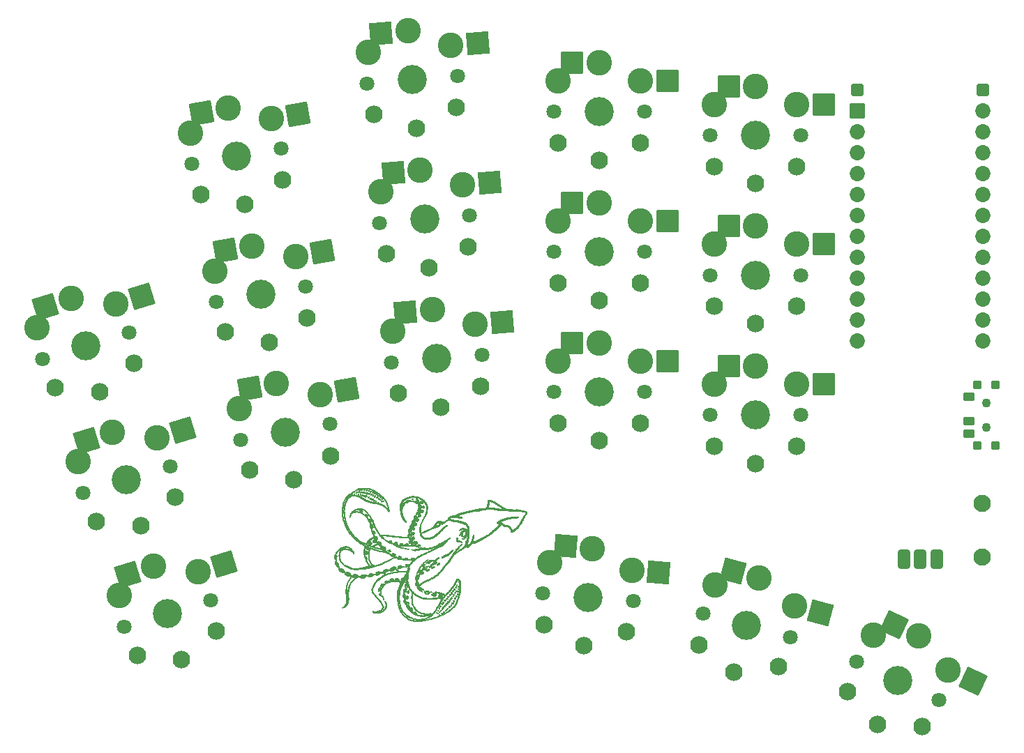
<source format=gbr>
%TF.GenerationSoftware,KiCad,Pcbnew,8.0.5-1.fc40*%
%TF.CreationDate,2024-10-20T23:35:03+02:00*%
%TF.ProjectId,fro_dux-v1,66726f5f-6475-4782-9d76-312e6b696361,v1.0.0*%
%TF.SameCoordinates,Original*%
%TF.FileFunction,Soldermask,Bot*%
%TF.FilePolarity,Negative*%
%FSLAX46Y46*%
G04 Gerber Fmt 4.6, Leading zero omitted, Abs format (unit mm)*
G04 Created by KiCad (PCBNEW 8.0.5-1.fc40) date 2024-10-20 23:35:03*
%MOMM*%
%LPD*%
G01*
G04 APERTURE LIST*
G04 Aperture macros list*
%AMRoundRect*
0 Rectangle with rounded corners*
0 $1 Rounding radius*
0 $2 $3 $4 $5 $6 $7 $8 $9 X,Y pos of 4 corners*
0 Add a 4 corners polygon primitive as box body*
4,1,4,$2,$3,$4,$5,$6,$7,$8,$9,$2,$3,0*
0 Add four circle primitives for the rounded corners*
1,1,$1+$1,$2,$3*
1,1,$1+$1,$4,$5*
1,1,$1+$1,$6,$7*
1,1,$1+$1,$8,$9*
0 Add four rect primitives between the rounded corners*
20,1,$1+$1,$2,$3,$4,$5,0*
20,1,$1+$1,$4,$5,$6,$7,0*
20,1,$1+$1,$6,$7,$8,$9,0*
20,1,$1+$1,$8,$9,$2,$3,0*%
G04 Aperture macros list end*
%ADD10C,0.010000*%
%ADD11RoundRect,0.400000X-0.400000X-0.775000X0.400000X-0.775000X0.400000X0.775000X-0.400000X0.775000X0*%
%ADD12C,2.100000*%
%ADD13C,1.801800*%
%ADD14C,3.100000*%
%ADD15C,3.529000*%
%ADD16RoundRect,0.050000X-1.054507X-1.505993X1.505993X-1.054507X1.054507X1.505993X-1.505993X1.054507X0*%
%ADD17C,2.132000*%
%ADD18RoundRect,0.050000X-1.181751X-1.408356X1.408356X-1.181751X1.181751X1.408356X-1.408356X1.181751X0*%
%ADD19RoundRect,0.050000X-1.300000X-1.300000X1.300000X-1.300000X1.300000X1.300000X-1.300000X1.300000X0*%
%ADD20RoundRect,0.050000X-1.592168X-0.919239X0.919239X-1.592168X1.592168X0.919239X-0.919239X1.592168X0*%
%ADD21RoundRect,0.050000X-1.727604X-0.628796X0.628796X-1.727604X1.727604X0.628796X-0.628796X1.727604X0*%
%ADD22RoundRect,0.050000X-0.450000X0.450000X-0.450000X-0.450000X0.450000X-0.450000X0.450000X0.450000X0*%
%ADD23C,1.100000*%
%ADD24RoundRect,0.050000X-0.625000X0.450000X-0.625000X-0.450000X0.625000X-0.450000X0.625000X0.450000X0*%
%ADD25RoundRect,0.050000X-0.863113X-1.623279X1.623279X-0.863113X0.863113X1.623279X-1.623279X0.863113X0*%
%ADD26RoundRect,0.050000X-1.408356X-1.181751X1.181751X-1.408356X1.408356X1.181751X-1.181751X1.408356X0*%
%ADD27RoundRect,0.050000X-0.876300X0.876300X-0.876300X-0.876300X0.876300X-0.876300X0.876300X0.876300X0*%
%ADD28C,1.852600*%
%ADD29RoundRect,0.400000X-0.400000X-0.400000X0.400000X-0.400000X0.400000X0.400000X-0.400000X0.400000X0*%
G04 APERTURE END LIST*
D10*
%TO.C,G\u002A\u002A\u002A*%
X85727024Y63983832D02*
X85728930Y63976695D01*
X85718475Y63953209D01*
X85705342Y63942503D01*
X85698367Y63956685D01*
X85699058Y63972565D01*
X85711011Y63989481D01*
X85727024Y63983832D01*
G36*
X85727024Y63983832D02*
G01*
X85728930Y63976695D01*
X85718475Y63953209D01*
X85705342Y63942503D01*
X85698367Y63956685D01*
X85699058Y63972565D01*
X85711011Y63989481D01*
X85727024Y63983832D01*
G37*
X85944163Y63802136D02*
X85949299Y63776908D01*
X85924835Y63753063D01*
X85900154Y63742400D01*
X85873825Y63740966D01*
X85862681Y63762333D01*
X85861802Y63780215D01*
X85877357Y63810903D01*
X85911595Y63818230D01*
X85944163Y63802136D01*
G36*
X85944163Y63802136D02*
G01*
X85949299Y63776908D01*
X85924835Y63753063D01*
X85900154Y63742400D01*
X85873825Y63740966D01*
X85862681Y63762333D01*
X85861802Y63780215D01*
X85877357Y63810903D01*
X85911595Y63818230D01*
X85944163Y63802136D01*
G37*
X95882633Y49283278D02*
X95896815Y49252339D01*
X95888274Y49221822D01*
X95872038Y49212071D01*
X95843734Y49217782D01*
X95826219Y49244328D01*
X95822699Y49271075D01*
X95830297Y49295254D01*
X95857736Y49297584D01*
X95882633Y49283278D01*
G36*
X95882633Y49283278D02*
G01*
X95896815Y49252339D01*
X95888274Y49221822D01*
X95872038Y49212071D01*
X95843734Y49217782D01*
X95826219Y49244328D01*
X95822699Y49271075D01*
X95830297Y49295254D01*
X95857736Y49297584D01*
X95882633Y49283278D01*
G37*
X95676936Y49383946D02*
X95708010Y49368627D01*
X95724325Y49343210D01*
X95707857Y49315400D01*
X95702147Y49310956D01*
X95667101Y49300075D01*
X95642201Y49316170D01*
X95637228Y49353908D01*
X95638334Y49359656D01*
X95650947Y49385146D01*
X95676936Y49383946D01*
G36*
X95676936Y49383946D02*
G01*
X95708010Y49368627D01*
X95724325Y49343210D01*
X95707857Y49315400D01*
X95702147Y49310956D01*
X95667101Y49300075D01*
X95642201Y49316170D01*
X95637228Y49353908D01*
X95638334Y49359656D01*
X95650947Y49385146D01*
X95676936Y49383946D01*
G37*
X95841988Y49634519D02*
X95844521Y49605221D01*
X95834771Y49574425D01*
X95815057Y49557389D01*
X95799882Y49554653D01*
X95772303Y49557872D01*
X95760934Y49581565D01*
X95767220Y49611819D01*
X95794020Y49638922D01*
X95828634Y49646835D01*
X95841988Y49634519D01*
G36*
X95841988Y49634519D02*
G01*
X95844521Y49605221D01*
X95834771Y49574425D01*
X95815057Y49557389D01*
X95799882Y49554653D01*
X95772303Y49557872D01*
X95760934Y49581565D01*
X95767220Y49611819D01*
X95794020Y49638922D01*
X95828634Y49646835D01*
X95841988Y49634519D01*
G37*
X96047071Y49484872D02*
X96076393Y49457729D01*
X96085052Y49430323D01*
X96067282Y49406057D01*
X96050477Y49395449D01*
X96014151Y49392219D01*
X95987151Y49411537D01*
X95980726Y49447958D01*
X95986797Y49465535D01*
X96013062Y49487051D01*
X96047071Y49484872D01*
G36*
X96047071Y49484872D02*
G01*
X96076393Y49457729D01*
X96085052Y49430323D01*
X96067282Y49406057D01*
X96050477Y49395449D01*
X96014151Y49392219D01*
X95987151Y49411537D01*
X95980726Y49447958D01*
X95986797Y49465535D01*
X96013062Y49487051D01*
X96047071Y49484872D01*
G37*
X85693714Y63794892D02*
X85705404Y63768385D01*
X85696518Y63745997D01*
X85696070Y63745700D01*
X85671687Y63742073D01*
X85636350Y63746638D01*
X85605000Y63756260D01*
X85592577Y63767803D01*
X85602271Y63784695D01*
X85633811Y63804426D01*
X85670294Y63809159D01*
X85693714Y63794892D01*
G36*
X85693714Y63794892D02*
G01*
X85705404Y63768385D01*
X85696518Y63745997D01*
X85696070Y63745700D01*
X85671687Y63742073D01*
X85636350Y63746638D01*
X85605000Y63756260D01*
X85592577Y63767803D01*
X85602271Y63784695D01*
X85633811Y63804426D01*
X85670294Y63809159D01*
X85693714Y63794892D01*
G37*
X94190255Y57255831D02*
X94225746Y57242195D01*
X94242416Y57225109D01*
X94240614Y57215425D01*
X94220376Y57211077D01*
X94174116Y57219946D01*
X94153910Y57225767D01*
X94119747Y57240675D01*
X94109493Y57253926D01*
X94118245Y57260738D01*
X94149801Y57263014D01*
X94190255Y57255831D01*
G36*
X94190255Y57255831D02*
G01*
X94225746Y57242195D01*
X94242416Y57225109D01*
X94240614Y57215425D01*
X94220376Y57211077D01*
X94174116Y57219946D01*
X94153910Y57225767D01*
X94119747Y57240675D01*
X94109493Y57253926D01*
X94118245Y57260738D01*
X94149801Y57263014D01*
X94190255Y57255831D01*
G37*
X96015516Y49116019D02*
X96038022Y49095285D01*
X96038734Y49073286D01*
X96019674Y49043456D01*
X95986989Y49028281D01*
X95952188Y49026642D01*
X95933306Y49033206D01*
X95925913Y49053500D01*
X95927426Y49074187D01*
X95948358Y49101049D01*
X95981674Y49116466D01*
X96015516Y49116019D01*
G36*
X96015516Y49116019D02*
G01*
X96038022Y49095285D01*
X96038734Y49073286D01*
X96019674Y49043456D01*
X95986989Y49028281D01*
X95952188Y49026642D01*
X95933306Y49033206D01*
X95925913Y49053500D01*
X95927426Y49074187D01*
X95948358Y49101049D01*
X95981674Y49116466D01*
X96015516Y49116019D01*
G37*
X96016666Y49952092D02*
X96024214Y49945495D01*
X96034385Y49913042D01*
X96027025Y49873747D01*
X96003934Y49843046D01*
X95976049Y49830216D01*
X95949340Y49840090D01*
X95937301Y49879848D01*
X95937751Y49897329D01*
X95953183Y49936018D01*
X95982400Y49956923D01*
X96016666Y49952092D01*
G36*
X96016666Y49952092D02*
G01*
X96024214Y49945495D01*
X96034385Y49913042D01*
X96027025Y49873747D01*
X96003934Y49843046D01*
X95976049Y49830216D01*
X95949340Y49840090D01*
X95937301Y49879848D01*
X95937751Y49897329D01*
X95953183Y49936018D01*
X95982400Y49956923D01*
X96016666Y49952092D01*
G37*
X96358074Y49319268D02*
X96380526Y49286586D01*
X96377756Y49244622D01*
X96343033Y49204384D01*
X96309495Y49186321D01*
X96262234Y49187538D01*
X96231694Y49205682D01*
X96220362Y49238348D01*
X96241106Y49281751D01*
X96277502Y49318018D01*
X96320311Y49333714D01*
X96358074Y49319268D01*
G36*
X96358074Y49319268D02*
G01*
X96380526Y49286586D01*
X96377756Y49244622D01*
X96343033Y49204384D01*
X96309495Y49186321D01*
X96262234Y49187538D01*
X96231694Y49205682D01*
X96220362Y49238348D01*
X96241106Y49281751D01*
X96277502Y49318018D01*
X96320311Y49333714D01*
X96358074Y49319268D01*
G37*
X98063512Y51994398D02*
X98079071Y51962220D01*
X98076234Y51926377D01*
X98053838Y51902109D01*
X98035940Y51895822D01*
X98009719Y51898370D01*
X97984716Y51926187D01*
X97975736Y51946679D01*
X97981286Y51981393D01*
X98007437Y52004594D01*
X98045931Y52005573D01*
X98063512Y51994398D01*
G36*
X98063512Y51994398D02*
G01*
X98079071Y51962220D01*
X98076234Y51926377D01*
X98053838Y51902109D01*
X98035940Y51895822D01*
X98009719Y51898370D01*
X97984716Y51926187D01*
X97975736Y51946679D01*
X97981286Y51981393D01*
X98007437Y52004594D01*
X98045931Y52005573D01*
X98063512Y51994398D01*
G37*
X86200320Y63794757D02*
X86220811Y63760587D01*
X86229086Y63716231D01*
X86220931Y63675678D01*
X86212332Y63663605D01*
X86182395Y63651634D01*
X86149131Y63665478D01*
X86122228Y63702508D01*
X86115870Y63724355D01*
X86120270Y63767462D01*
X86144256Y63797677D01*
X86181978Y63804966D01*
X86200320Y63794757D01*
G36*
X86200320Y63794757D02*
G01*
X86220811Y63760587D01*
X86229086Y63716231D01*
X86220931Y63675678D01*
X86212332Y63663605D01*
X86182395Y63651634D01*
X86149131Y63665478D01*
X86122228Y63702508D01*
X86115870Y63724355D01*
X86120270Y63767462D01*
X86144256Y63797677D01*
X86181978Y63804966D01*
X86200320Y63794757D01*
G37*
X86349030Y64269183D02*
X86376413Y64235335D01*
X86381237Y64221525D01*
X86379185Y64195577D01*
X86351971Y64170820D01*
X86334814Y64160252D01*
X86287767Y64147447D01*
X86254335Y64161004D01*
X86240496Y64196267D01*
X86252225Y64248578D01*
X86273102Y64272954D01*
X86310489Y64282161D01*
X86349030Y64269183D01*
G36*
X86349030Y64269183D02*
G01*
X86376413Y64235335D01*
X86381237Y64221525D01*
X86379185Y64195577D01*
X86351971Y64170820D01*
X86334814Y64160252D01*
X86287767Y64147447D01*
X86254335Y64161004D01*
X86240496Y64196267D01*
X86252225Y64248578D01*
X86273102Y64272954D01*
X86310489Y64282161D01*
X86349030Y64269183D01*
G37*
X87199831Y64296588D02*
X87222820Y64263125D01*
X87215760Y64220871D01*
X87177050Y64173818D01*
X87142327Y64148408D01*
X87106553Y64142450D01*
X87077254Y64166729D01*
X87065232Y64199024D01*
X87077653Y64243451D01*
X87120562Y64286143D01*
X87143331Y64300736D01*
X87173284Y64309391D01*
X87199831Y64296588D01*
G36*
X87199831Y64296588D02*
G01*
X87222820Y64263125D01*
X87215760Y64220871D01*
X87177050Y64173818D01*
X87142327Y64148408D01*
X87106553Y64142450D01*
X87077254Y64166729D01*
X87065232Y64199024D01*
X87077653Y64243451D01*
X87120562Y64286143D01*
X87143331Y64300736D01*
X87173284Y64309391D01*
X87199831Y64296588D01*
G37*
X88834649Y63110440D02*
X88845205Y63107050D01*
X88881898Y63081815D01*
X88889221Y63047981D01*
X88865089Y63012271D01*
X88856752Y63005758D01*
X88835735Y63000999D01*
X88809221Y63020620D01*
X88790263Y63046892D01*
X88779177Y63087781D01*
X88782194Y63109284D01*
X88797476Y63117931D01*
X88834649Y63110440D01*
G36*
X88834649Y63110440D02*
G01*
X88845205Y63107050D01*
X88881898Y63081815D01*
X88889221Y63047981D01*
X88865089Y63012271D01*
X88856752Y63005758D01*
X88835735Y63000999D01*
X88809221Y63020620D01*
X88790263Y63046892D01*
X88779177Y63087781D01*
X88782194Y63109284D01*
X88797476Y63117931D01*
X88834649Y63110440D01*
G37*
X96209763Y49665662D02*
X96246708Y49646832D01*
X96256007Y49611682D01*
X96236320Y49565250D01*
X96213013Y49543575D01*
X96175409Y49533978D01*
X96141700Y49545503D01*
X96124106Y49576880D01*
X96123581Y49582083D01*
X96133987Y49627549D01*
X96165751Y49658660D01*
X96209532Y49665704D01*
X96209763Y49665662D01*
G36*
X96209763Y49665662D02*
G01*
X96246708Y49646832D01*
X96256007Y49611682D01*
X96236320Y49565250D01*
X96213013Y49543575D01*
X96175409Y49533978D01*
X96141700Y49545503D01*
X96124106Y49576880D01*
X96123581Y49582083D01*
X96133987Y49627549D01*
X96165751Y49658660D01*
X96209532Y49665704D01*
X96209763Y49665662D01*
G37*
X98041543Y52490519D02*
X98059272Y52465473D01*
X98065642Y52422075D01*
X98054925Y52379748D01*
X98028523Y52353329D01*
X98015028Y52351618D01*
X97980701Y52365450D01*
X97949199Y52395003D01*
X97932848Y52430356D01*
X97938563Y52460850D01*
X97966162Y52489394D01*
X98004672Y52501598D01*
X98041543Y52490519D01*
G36*
X98041543Y52490519D02*
G01*
X98059272Y52465473D01*
X98065642Y52422075D01*
X98054925Y52379748D01*
X98028523Y52353329D01*
X98015028Y52351618D01*
X97980701Y52365450D01*
X97949199Y52395003D01*
X97932848Y52430356D01*
X97938563Y52460850D01*
X97966162Y52489394D01*
X98004672Y52501598D01*
X98041543Y52490519D01*
G37*
X98212924Y51662358D02*
X98234558Y51633804D01*
X98245714Y51599761D01*
X98242428Y51561302D01*
X98228196Y51543557D01*
X98191354Y51535835D01*
X98174264Y51540444D01*
X98139230Y51565899D01*
X98126155Y51601410D01*
X98136614Y51636662D01*
X98172183Y51661340D01*
X98186187Y51665311D01*
X98212924Y51662358D01*
G36*
X98212924Y51662358D02*
G01*
X98234558Y51633804D01*
X98245714Y51599761D01*
X98242428Y51561302D01*
X98228196Y51543557D01*
X98191354Y51535835D01*
X98174264Y51540444D01*
X98139230Y51565899D01*
X98126155Y51601410D01*
X98136614Y51636662D01*
X98172183Y51661340D01*
X98186187Y51665311D01*
X98212924Y51662358D01*
G37*
X98354939Y52259746D02*
X98367272Y52231320D01*
X98371715Y52193780D01*
X98365280Y52163295D01*
X98358633Y52155082D01*
X98330184Y52146451D01*
X98298258Y52158411D01*
X98273713Y52184754D01*
X98267412Y52219265D01*
X98271376Y52232702D01*
X98299842Y52261211D01*
X98346362Y52265565D01*
X98354939Y52259746D01*
G36*
X98354939Y52259746D02*
G01*
X98367272Y52231320D01*
X98371715Y52193780D01*
X98365280Y52163295D01*
X98358633Y52155082D01*
X98330184Y52146451D01*
X98298258Y52158411D01*
X98273713Y52184754D01*
X98267412Y52219265D01*
X98271376Y52232702D01*
X98299842Y52261211D01*
X98346362Y52265565D01*
X98354939Y52259746D01*
G37*
X98379870Y52600321D02*
X98402549Y52574690D01*
X98407160Y52529912D01*
X98390349Y52471135D01*
X98372975Y52446915D01*
X98338525Y52440031D01*
X98292396Y52464953D01*
X98284621Y52472310D01*
X98270060Y52510325D01*
X98280555Y52553006D01*
X98314018Y52588421D01*
X98342475Y52601652D01*
X98379870Y52600321D01*
G36*
X98379870Y52600321D02*
G01*
X98402549Y52574690D01*
X98407160Y52529912D01*
X98390349Y52471135D01*
X98372975Y52446915D01*
X98338525Y52440031D01*
X98292396Y52464953D01*
X98284621Y52472310D01*
X98270060Y52510325D01*
X98280555Y52553006D01*
X98314018Y52588421D01*
X98342475Y52601652D01*
X98379870Y52600321D01*
G37*
X85988447Y64038897D02*
X86013813Y64005055D01*
X86017966Y63988348D01*
X86011980Y63961526D01*
X85981562Y63933314D01*
X85939083Y63910953D01*
X85891828Y63906542D01*
X85855914Y63924424D01*
X85839776Y63962842D01*
X85842340Y63987753D01*
X85865602Y64023674D01*
X85904362Y64045786D01*
X85948636Y64051667D01*
X85988447Y64038897D01*
G36*
X85988447Y64038897D02*
G01*
X86013813Y64005055D01*
X86017966Y63988348D01*
X86011980Y63961526D01*
X85981562Y63933314D01*
X85939083Y63910953D01*
X85891828Y63906542D01*
X85855914Y63924424D01*
X85839776Y63962842D01*
X85842340Y63987753D01*
X85865602Y64023674D01*
X85904362Y64045786D01*
X85948636Y64051667D01*
X85988447Y64038897D01*
G37*
X86918788Y64309104D02*
X86942222Y64287535D01*
X86944289Y64257041D01*
X86925454Y64215607D01*
X86889410Y64184117D01*
X86884765Y64181875D01*
X86840177Y64173045D01*
X86801524Y64183539D01*
X86781445Y64210291D01*
X86783088Y64234876D01*
X86804642Y64268542D01*
X86840665Y64295123D01*
X86881824Y64310139D01*
X86918788Y64309104D01*
G36*
X86918788Y64309104D02*
G01*
X86942222Y64287535D01*
X86944289Y64257041D01*
X86925454Y64215607D01*
X86889410Y64184117D01*
X86884765Y64181875D01*
X86840177Y64173045D01*
X86801524Y64183539D01*
X86781445Y64210291D01*
X86783088Y64234876D01*
X86804642Y64268542D01*
X86840665Y64295123D01*
X86881824Y64310139D01*
X86918788Y64309104D01*
G37*
X87495534Y63880650D02*
X87536623Y63847339D01*
X87554450Y63799901D01*
X87546571Y63744651D01*
X87514320Y63694309D01*
X87504626Y63685475D01*
X87463021Y63666260D01*
X87426979Y63677091D01*
X87401227Y63714840D01*
X87390492Y63776375D01*
X87394792Y63817546D01*
X87417527Y63862309D01*
X87453472Y63884492D01*
X87495534Y63880650D01*
G36*
X87495534Y63880650D02*
G01*
X87536623Y63847339D01*
X87554450Y63799901D01*
X87546571Y63744651D01*
X87514320Y63694309D01*
X87504626Y63685475D01*
X87463021Y63666260D01*
X87426979Y63677091D01*
X87401227Y63714840D01*
X87390492Y63776375D01*
X87394792Y63817546D01*
X87417527Y63862309D01*
X87453472Y63884492D01*
X87495534Y63880650D01*
G37*
X89027201Y62955632D02*
X89058042Y62925476D01*
X89076431Y62883246D01*
X89078377Y62840803D01*
X89059899Y62810007D01*
X89051423Y62805316D01*
X89013654Y62804720D01*
X88977098Y62828379D01*
X88952326Y62870358D01*
X88950054Y62878330D01*
X88948023Y62927077D01*
X88968685Y62956947D01*
X89008665Y62962424D01*
X89027201Y62955632D01*
G36*
X89027201Y62955632D02*
G01*
X89058042Y62925476D01*
X89076431Y62883246D01*
X89078377Y62840803D01*
X89059899Y62810007D01*
X89051423Y62805316D01*
X89013654Y62804720D01*
X88977098Y62828379D01*
X88952326Y62870358D01*
X88950054Y62878330D01*
X88948023Y62927077D01*
X88968685Y62956947D01*
X89008665Y62962424D01*
X89027201Y62955632D01*
G37*
X89960946Y57018424D02*
X90006134Y56991577D01*
X90035899Y56947336D01*
X90041443Y56894685D01*
X90037726Y56877371D01*
X90023620Y56854192D01*
X89995486Y56853599D01*
X89963514Y56865189D01*
X89917450Y56896760D01*
X89882647Y56936591D01*
X89869409Y56974779D01*
X89880734Y57005402D01*
X89917736Y57021007D01*
X89960946Y57018424D01*
G36*
X89960946Y57018424D02*
G01*
X90006134Y56991577D01*
X90035899Y56947336D01*
X90041443Y56894685D01*
X90037726Y56877371D01*
X90023620Y56854192D01*
X89995486Y56853599D01*
X89963514Y56865189D01*
X89917450Y56896760D01*
X89882647Y56936591D01*
X89869409Y56974779D01*
X89880734Y57005402D01*
X89917736Y57021007D01*
X89960946Y57018424D01*
G37*
X96528264Y50012593D02*
X96568889Y49991590D01*
X96592048Y49958444D01*
X96582221Y49918300D01*
X96572232Y49909580D01*
X96536364Y49903165D01*
X96489663Y49909165D01*
X96444796Y49925258D01*
X96414443Y49949113D01*
X96401876Y49971121D01*
X96398505Y50005772D01*
X96421097Y50025713D01*
X96465677Y50028726D01*
X96528264Y50012593D01*
G36*
X96528264Y50012593D02*
G01*
X96568889Y49991590D01*
X96592048Y49958444D01*
X96582221Y49918300D01*
X96572232Y49909580D01*
X96536364Y49903165D01*
X96489663Y49909165D01*
X96444796Y49925258D01*
X96414443Y49949113D01*
X96401876Y49971121D01*
X96398505Y50005772D01*
X96421097Y50025713D01*
X96465677Y50028726D01*
X96528264Y50012593D01*
G37*
X96810004Y50406110D02*
X96850332Y50370588D01*
X96885257Y50303620D01*
X96893421Y50269842D01*
X96881849Y50222492D01*
X96872527Y50209932D01*
X96838724Y50193918D01*
X96798224Y50208739D01*
X96754451Y50253560D01*
X96718850Y50311320D01*
X96710012Y50355266D01*
X96728268Y50387446D01*
X96765891Y50409321D01*
X96810004Y50406110D01*
G36*
X96810004Y50406110D02*
G01*
X96850332Y50370588D01*
X96885257Y50303620D01*
X96893421Y50269842D01*
X96881849Y50222492D01*
X96872527Y50209932D01*
X96838724Y50193918D01*
X96798224Y50208739D01*
X96754451Y50253560D01*
X96718850Y50311320D01*
X96710012Y50355266D01*
X96728268Y50387446D01*
X96765891Y50409321D01*
X96810004Y50406110D01*
G37*
X96947109Y51115094D02*
X97000277Y51077497D01*
X97010774Y51063672D01*
X97020581Y51026283D01*
X96997859Y50996428D01*
X96943225Y50975200D01*
X96882728Y50970412D01*
X96825239Y50986706D01*
X96787542Y51023047D01*
X96774913Y51059627D01*
X96787892Y51086976D01*
X96831251Y51109513D01*
X96881019Y51122052D01*
X96947109Y51115094D01*
G36*
X96947109Y51115094D02*
G01*
X97000277Y51077497D01*
X97010774Y51063672D01*
X97020581Y51026283D01*
X96997859Y50996428D01*
X96943225Y50975200D01*
X96882728Y50970412D01*
X96825239Y50986706D01*
X96787542Y51023047D01*
X96774913Y51059627D01*
X96787892Y51086976D01*
X96831251Y51109513D01*
X96881019Y51122052D01*
X96947109Y51115094D01*
G37*
X97026371Y49913617D02*
X97055757Y49899736D01*
X97074060Y49867099D01*
X97063454Y49822837D01*
X97023995Y49770445D01*
X96979601Y49734891D01*
X96939360Y49727539D01*
X96906800Y49752670D01*
X96896296Y49776179D01*
X96902219Y49822979D01*
X96938777Y49880351D01*
X96956512Y49899993D01*
X96987389Y49917744D01*
X97026371Y49913617D01*
G36*
X97026371Y49913617D02*
G01*
X97055757Y49899736D01*
X97074060Y49867099D01*
X97063454Y49822837D01*
X97023995Y49770445D01*
X96979601Y49734891D01*
X96939360Y49727539D01*
X96906800Y49752670D01*
X96896296Y49776179D01*
X96902219Y49822979D01*
X96938777Y49880351D01*
X96956512Y49899993D01*
X96987389Y49917744D01*
X97026371Y49913617D01*
G37*
X97423436Y51062141D02*
X97459775Y51026567D01*
X97473128Y50990399D01*
X97455958Y50962152D01*
X97450055Y50958766D01*
X97409084Y50952788D01*
X97363113Y50962884D01*
X97330669Y50985586D01*
X97321293Y51005096D01*
X97323130Y51047813D01*
X97351367Y51080708D01*
X97359055Y51084450D01*
X97386469Y51084677D01*
X97423436Y51062141D01*
G36*
X97423436Y51062141D02*
G01*
X97459775Y51026567D01*
X97473128Y50990399D01*
X97455958Y50962152D01*
X97450055Y50958766D01*
X97409084Y50952788D01*
X97363113Y50962884D01*
X97330669Y50985586D01*
X97321293Y51005096D01*
X97323130Y51047813D01*
X97351367Y51080708D01*
X97359055Y51084450D01*
X97386469Y51084677D01*
X97423436Y51062141D01*
G37*
X97722796Y51399331D02*
X97735347Y51385572D01*
X97736543Y51354242D01*
X97719406Y51322263D01*
X97688529Y51302581D01*
X97671201Y51299825D01*
X97626005Y51307538D01*
X97593563Y51332700D01*
X97584309Y51368690D01*
X97588770Y51374260D01*
X97616322Y51386334D01*
X97657088Y51396583D01*
X97697202Y51401939D01*
X97722796Y51399331D01*
G36*
X97722796Y51399331D02*
G01*
X97735347Y51385572D01*
X97736543Y51354242D01*
X97719406Y51322263D01*
X97688529Y51302581D01*
X97671201Y51299825D01*
X97626005Y51307538D01*
X97593563Y51332700D01*
X97584309Y51368690D01*
X97588770Y51374260D01*
X97616322Y51386334D01*
X97657088Y51396583D01*
X97697202Y51401939D01*
X97722796Y51399331D01*
G37*
X97948229Y51825004D02*
X97965982Y51803471D01*
X97961059Y51770439D01*
X97929671Y51733882D01*
X97929481Y51733733D01*
X97902843Y51714085D01*
X97886486Y51711832D01*
X97863279Y51724566D01*
X97857200Y51728929D01*
X97843767Y51758056D01*
X97855417Y51791816D01*
X97889124Y51819131D01*
X97911595Y51827067D01*
X97948229Y51825004D01*
G36*
X97948229Y51825004D02*
G01*
X97965982Y51803471D01*
X97961059Y51770439D01*
X97929671Y51733882D01*
X97929481Y51733733D01*
X97902843Y51714085D01*
X97886486Y51711832D01*
X97863279Y51724566D01*
X97857200Y51728929D01*
X97843767Y51758056D01*
X97855417Y51791816D01*
X97889124Y51819131D01*
X97911595Y51827067D01*
X97948229Y51825004D01*
G37*
X98130731Y52725494D02*
X98142317Y52693017D01*
X98145821Y52653320D01*
X98138572Y52621694D01*
X98135589Y52617209D01*
X98118111Y52609086D01*
X98087954Y52624628D01*
X98063942Y52645458D01*
X98053542Y52665211D01*
X98054570Y52669493D01*
X98071175Y52699369D01*
X98096637Y52725945D01*
X98118649Y52735868D01*
X98130731Y52725494D01*
G36*
X98130731Y52725494D02*
G01*
X98142317Y52693017D01*
X98145821Y52653320D01*
X98138572Y52621694D01*
X98135589Y52617209D01*
X98118111Y52609086D01*
X98087954Y52624628D01*
X98063942Y52645458D01*
X98053542Y52665211D01*
X98054570Y52669493D01*
X98071175Y52699369D01*
X98096637Y52725945D01*
X98118649Y52735868D01*
X98130731Y52725494D01*
G37*
X86460469Y64048349D02*
X86502137Y64034437D01*
X86526817Y64015156D01*
X86529043Y64010161D01*
X86526977Y63974186D01*
X86503990Y63937325D01*
X86467662Y63912708D01*
X86444749Y63907471D01*
X86411676Y63918402D01*
X86386568Y63959566D01*
X86381619Y63974237D01*
X86382192Y64019109D01*
X86409188Y64045659D01*
X86458449Y64048719D01*
X86460469Y64048349D01*
G36*
X86460469Y64048349D02*
G01*
X86502137Y64034437D01*
X86526817Y64015156D01*
X86529043Y64010161D01*
X86526977Y63974186D01*
X86503990Y63937325D01*
X86467662Y63912708D01*
X86444749Y63907471D01*
X86411676Y63918402D01*
X86386568Y63959566D01*
X86381619Y63974237D01*
X86382192Y64019109D01*
X86409188Y64045659D01*
X86458449Y64048719D01*
X86460469Y64048349D01*
G37*
X86614490Y64287558D02*
X86645378Y64257391D01*
X86652042Y64214256D01*
X86642362Y64187320D01*
X86622525Y64168831D01*
X86609646Y64167193D01*
X86562137Y64170126D01*
X86512887Y64181551D01*
X86479698Y64197851D01*
X86473715Y64204589D01*
X86468579Y64235835D01*
X86489256Y64268076D01*
X86531031Y64292611D01*
X86568266Y64299002D01*
X86614490Y64287558D01*
G36*
X86614490Y64287558D02*
G01*
X86645378Y64257391D01*
X86652042Y64214256D01*
X86642362Y64187320D01*
X86622525Y64168831D01*
X86609646Y64167193D01*
X86562137Y64170126D01*
X86512887Y64181551D01*
X86479698Y64197851D01*
X86473715Y64204589D01*
X86468579Y64235835D01*
X86489256Y64268076D01*
X86531031Y64292611D01*
X86568266Y64299002D01*
X86614490Y64287558D01*
G37*
X87470884Y63411688D02*
X87481207Y63400789D01*
X87495431Y63360144D01*
X87478034Y63317044D01*
X87430158Y63275279D01*
X87422774Y63270689D01*
X87365367Y63244123D01*
X87323657Y63245285D01*
X87294273Y63274147D01*
X87289669Y63311722D01*
X87309538Y63352001D01*
X87345772Y63388507D01*
X87390191Y63414867D01*
X87434621Y63424718D01*
X87470884Y63411688D01*
G36*
X87470884Y63411688D02*
G01*
X87481207Y63400789D01*
X87495431Y63360144D01*
X87478034Y63317044D01*
X87430158Y63275279D01*
X87422774Y63270689D01*
X87365367Y63244123D01*
X87323657Y63245285D01*
X87294273Y63274147D01*
X87289669Y63311722D01*
X87309538Y63352001D01*
X87345772Y63388507D01*
X87390191Y63414867D01*
X87434621Y63424718D01*
X87470884Y63411688D01*
G37*
X87765534Y64142408D02*
X87788809Y64122079D01*
X87797841Y64092205D01*
X87776370Y64059309D01*
X87723333Y64020323D01*
X87693758Y64004226D01*
X87638004Y63987525D01*
X87595686Y63991960D01*
X87571630Y64014428D01*
X87570665Y64051832D01*
X87597618Y64101070D01*
X87606998Y64111956D01*
X87657964Y64147811D01*
X87714327Y64158827D01*
X87765534Y64142408D01*
G36*
X87765534Y64142408D02*
G01*
X87788809Y64122079D01*
X87797841Y64092205D01*
X87776370Y64059309D01*
X87723333Y64020323D01*
X87693758Y64004226D01*
X87638004Y63987525D01*
X87595686Y63991960D01*
X87571630Y64014428D01*
X87570665Y64051832D01*
X87597618Y64101070D01*
X87606998Y64111956D01*
X87657964Y64147811D01*
X87714327Y64158827D01*
X87765534Y64142408D01*
G37*
X87688506Y63310915D02*
X87716884Y63291621D01*
X87727533Y63256541D01*
X87720801Y63213769D01*
X87697033Y63171402D01*
X87656572Y63137535D01*
X87601543Y63117525D01*
X87556014Y63123376D01*
X87527442Y63155914D01*
X87529373Y63182383D01*
X87551264Y63221883D01*
X87586352Y63262714D01*
X87626607Y63295711D01*
X87663995Y63311710D01*
X87688506Y63310915D01*
G36*
X87688506Y63310915D02*
G01*
X87716884Y63291621D01*
X87727533Y63256541D01*
X87720801Y63213769D01*
X87697033Y63171402D01*
X87656572Y63137535D01*
X87601543Y63117525D01*
X87556014Y63123376D01*
X87527442Y63155914D01*
X87529373Y63182383D01*
X87551264Y63221883D01*
X87586352Y63262714D01*
X87626607Y63295711D01*
X87663995Y63311710D01*
X87688506Y63310915D01*
G37*
X88486490Y63429548D02*
X88509735Y63402439D01*
X88504279Y63361255D01*
X88469934Y63308822D01*
X88449071Y63286475D01*
X88414236Y63264182D01*
X88375338Y63263363D01*
X88345809Y63272882D01*
X88332569Y63294030D01*
X88342704Y63330340D01*
X88376245Y63386466D01*
X88398548Y63416277D01*
X88427054Y63436879D01*
X88461502Y63437437D01*
X88486490Y63429548D01*
G36*
X88486490Y63429548D02*
G01*
X88509735Y63402439D01*
X88504279Y63361255D01*
X88469934Y63308822D01*
X88449071Y63286475D01*
X88414236Y63264182D01*
X88375338Y63263363D01*
X88345809Y63272882D01*
X88332569Y63294030D01*
X88342704Y63330340D01*
X88376245Y63386466D01*
X88398548Y63416277D01*
X88427054Y63436879D01*
X88461502Y63437437D01*
X88486490Y63429548D01*
G37*
X88673542Y63256518D02*
X88689615Y63244984D01*
X88718412Y63208009D01*
X88718538Y63172038D01*
X88689060Y63143902D01*
X88652451Y63135897D01*
X88604844Y63140408D01*
X88590643Y63144900D01*
X88563486Y63164009D01*
X88558291Y63198830D01*
X88567282Y63232456D01*
X88592481Y63265606D01*
X88610946Y63276132D01*
X88636486Y63276176D01*
X88673542Y63256518D01*
G36*
X88673542Y63256518D02*
G01*
X88689615Y63244984D01*
X88718412Y63208009D01*
X88718538Y63172038D01*
X88689060Y63143902D01*
X88652451Y63135897D01*
X88604844Y63140408D01*
X88590643Y63144900D01*
X88563486Y63164009D01*
X88558291Y63198830D01*
X88567282Y63232456D01*
X88592481Y63265606D01*
X88610946Y63276132D01*
X88636486Y63276176D01*
X88673542Y63256518D01*
G37*
X88711525Y63590756D02*
X88728013Y63576434D01*
X88735813Y63543290D01*
X88721356Y63509453D01*
X88687536Y63487404D01*
X88686320Y63487066D01*
X88630067Y63480606D01*
X88578635Y63489319D01*
X88545697Y63510939D01*
X88539374Y63525515D01*
X88547355Y63555000D01*
X88576866Y63580262D01*
X88619600Y63597307D01*
X88667254Y63602137D01*
X88711525Y63590756D01*
G36*
X88711525Y63590756D02*
G01*
X88728013Y63576434D01*
X88735813Y63543290D01*
X88721356Y63509453D01*
X88687536Y63487404D01*
X88686320Y63487066D01*
X88630067Y63480606D01*
X88578635Y63489319D01*
X88545697Y63510939D01*
X88539374Y63525515D01*
X88547355Y63555000D01*
X88576866Y63580262D01*
X88619600Y63597307D01*
X88667254Y63602137D01*
X88711525Y63590756D01*
G37*
X88834368Y63479364D02*
X88889217Y63449256D01*
X88895293Y63444578D01*
X88940458Y63399014D01*
X88954549Y63358704D01*
X88936801Y63325639D01*
X88927275Y63319404D01*
X88885413Y63313788D01*
X88836670Y63327859D01*
X88791198Y63355880D01*
X88759152Y63392111D01*
X88750684Y63430816D01*
X88759686Y63457357D01*
X88789714Y63481868D01*
X88834368Y63479364D01*
G36*
X88834368Y63479364D02*
G01*
X88889217Y63449256D01*
X88895293Y63444578D01*
X88940458Y63399014D01*
X88954549Y63358704D01*
X88936801Y63325639D01*
X88927275Y63319404D01*
X88885413Y63313788D01*
X88836670Y63327859D01*
X88791198Y63355880D01*
X88759152Y63392111D01*
X88750684Y63430816D01*
X88759686Y63457357D01*
X88789714Y63481868D01*
X88834368Y63479364D01*
G37*
X89037333Y63242452D02*
X89077356Y63218557D01*
X89112037Y63182574D01*
X89135341Y63141698D01*
X89141229Y63103129D01*
X89123665Y63074060D01*
X89102119Y63067854D01*
X89058619Y63074576D01*
X89012590Y63095477D01*
X88977600Y63125755D01*
X88955870Y63165248D01*
X88954495Y63209324D01*
X88983175Y63241530D01*
X88998006Y63247061D01*
X89037333Y63242452D01*
G36*
X89037333Y63242452D02*
G01*
X89077356Y63218557D01*
X89112037Y63182574D01*
X89135341Y63141698D01*
X89141229Y63103129D01*
X89123665Y63074060D01*
X89102119Y63067854D01*
X89058619Y63074576D01*
X89012590Y63095477D01*
X88977600Y63125755D01*
X88955870Y63165248D01*
X88954495Y63209324D01*
X88983175Y63241530D01*
X88998006Y63247061D01*
X89037333Y63242452D01*
G37*
X89242536Y51064350D02*
X89276878Y51029197D01*
X89296489Y50982115D01*
X89297525Y50934221D01*
X89276141Y50896627D01*
X89274060Y50894895D01*
X89241827Y50879674D01*
X89211387Y50892575D01*
X89177139Y50935815D01*
X89168418Y50949970D01*
X89142262Y51009004D01*
X89141636Y51051324D01*
X89165857Y51074356D01*
X89214241Y51075524D01*
X89242536Y51064350D01*
G36*
X89242536Y51064350D02*
G01*
X89276878Y51029197D01*
X89296489Y50982115D01*
X89297525Y50934221D01*
X89276141Y50896627D01*
X89274060Y50894895D01*
X89241827Y50879674D01*
X89211387Y50892575D01*
X89177139Y50935815D01*
X89168418Y50949970D01*
X89142262Y51009004D01*
X89141636Y51051324D01*
X89165857Y51074356D01*
X89214241Y51075524D01*
X89242536Y51064350D01*
G37*
X96168456Y50217788D02*
X96190490Y50187018D01*
X96190929Y50186224D01*
X96209371Y50131450D01*
X96196989Y50090595D01*
X96153853Y50063895D01*
X96092456Y50052005D01*
X96043965Y50062666D01*
X96017043Y50096537D01*
X96014216Y50113011D01*
X96027390Y50156234D01*
X96064751Y50194337D01*
X96119682Y50219400D01*
X96142192Y50223978D01*
X96168456Y50217788D01*
G36*
X96168456Y50217788D02*
G01*
X96190490Y50187018D01*
X96190929Y50186224D01*
X96209371Y50131450D01*
X96196989Y50090595D01*
X96153853Y50063895D01*
X96092456Y50052005D01*
X96043965Y50062666D01*
X96017043Y50096537D01*
X96014216Y50113011D01*
X96027390Y50156234D01*
X96064751Y50194337D01*
X96119682Y50219400D01*
X96142192Y50223978D01*
X96168456Y50217788D01*
G37*
X96942181Y50559080D02*
X96991360Y50530170D01*
X97023659Y50493315D01*
X97039290Y50450509D01*
X97029033Y50416071D01*
X97008661Y50405914D01*
X96967247Y50409196D01*
X96919012Y50427415D01*
X96873832Y50455370D01*
X96841580Y50487866D01*
X96832136Y50519704D01*
X96832538Y50521781D01*
X96853713Y50554291D01*
X96893280Y50566922D01*
X96942181Y50559080D01*
G36*
X96942181Y50559080D02*
G01*
X96991360Y50530170D01*
X97023659Y50493315D01*
X97039290Y50450509D01*
X97029033Y50416071D01*
X97008661Y50405914D01*
X96967247Y50409196D01*
X96919012Y50427415D01*
X96873832Y50455370D01*
X96841580Y50487866D01*
X96832136Y50519704D01*
X96832538Y50521781D01*
X96853713Y50554291D01*
X96893280Y50566922D01*
X96942181Y50559080D01*
G37*
X97282901Y50934440D02*
X97326309Y50904513D01*
X97342043Y50877559D01*
X97350068Y50830552D01*
X97344533Y50783836D01*
X97325517Y50752827D01*
X97302129Y50749865D01*
X97263024Y50756676D01*
X97225566Y50780628D01*
X97195254Y50825511D01*
X97180631Y50877408D01*
X97187702Y50923048D01*
X97200465Y50937089D01*
X97237343Y50945782D01*
X97282901Y50934440D01*
G36*
X97282901Y50934440D02*
G01*
X97326309Y50904513D01*
X97342043Y50877559D01*
X97350068Y50830552D01*
X97344533Y50783836D01*
X97325517Y50752827D01*
X97302129Y50749865D01*
X97263024Y50756676D01*
X97225566Y50780628D01*
X97195254Y50825511D01*
X97180631Y50877408D01*
X97187702Y50923048D01*
X97200465Y50937089D01*
X97237343Y50945782D01*
X97282901Y50934440D01*
G37*
X97523099Y51218357D02*
X97554988Y51186062D01*
X97560290Y51136383D01*
X97560055Y51135065D01*
X97551664Y51110046D01*
X97532307Y51103577D01*
X97491452Y51111914D01*
X97488428Y51112714D01*
X97449950Y51126029D01*
X97436105Y51144393D01*
X97438616Y51178189D01*
X97441418Y51191702D01*
X97456560Y51220320D01*
X97486869Y51226921D01*
X97523099Y51218357D01*
G36*
X97523099Y51218357D02*
G01*
X97554988Y51186062D01*
X97560290Y51136383D01*
X97560055Y51135065D01*
X97551664Y51110046D01*
X97532307Y51103577D01*
X97491452Y51111914D01*
X97488428Y51112714D01*
X97449950Y51126029D01*
X97436105Y51144393D01*
X97438616Y51178189D01*
X97441418Y51191702D01*
X97456560Y51220320D01*
X97486869Y51226921D01*
X97523099Y51218357D01*
G37*
X85425055Y63764624D02*
X85443064Y63738731D01*
X85443815Y63733473D01*
X85430706Y63692996D01*
X85384000Y63654306D01*
X85303924Y63617600D01*
X85258945Y63601714D01*
X85215952Y63588210D01*
X85194490Y63583728D01*
X85182312Y63596018D01*
X85194814Y63623319D01*
X85229364Y63661412D01*
X85282952Y63706135D01*
X85332393Y63739694D01*
X85387488Y63764807D01*
X85425055Y63764624D01*
G36*
X85425055Y63764624D02*
G01*
X85443064Y63738731D01*
X85443815Y63733473D01*
X85430706Y63692996D01*
X85384000Y63654306D01*
X85303924Y63617600D01*
X85258945Y63601714D01*
X85215952Y63588210D01*
X85194490Y63583728D01*
X85182312Y63596018D01*
X85194814Y63623319D01*
X85229364Y63661412D01*
X85282952Y63706135D01*
X85332393Y63739694D01*
X85387488Y63764807D01*
X85425055Y63764624D01*
G37*
X86262054Y64070392D02*
X86291306Y64046841D01*
X86293376Y64043025D01*
X86304383Y64014724D01*
X86295874Y63993266D01*
X86263459Y63965904D01*
X86256144Y63960405D01*
X86226062Y63941104D01*
X86204556Y63941713D01*
X86176183Y63961447D01*
X86159865Y63983261D01*
X86154120Y64025067D01*
X86156038Y64032327D01*
X86180793Y64060973D01*
X86220675Y64074382D01*
X86262054Y64070392D01*
G36*
X86262054Y64070392D02*
G01*
X86291306Y64046841D01*
X86293376Y64043025D01*
X86304383Y64014724D01*
X86295874Y63993266D01*
X86263459Y63965904D01*
X86256144Y63960405D01*
X86226062Y63941104D01*
X86204556Y63941713D01*
X86176183Y63961447D01*
X86159865Y63983261D01*
X86154120Y64025067D01*
X86156038Y64032327D01*
X86180793Y64060973D01*
X86220675Y64074382D01*
X86262054Y64070392D01*
G37*
X86421856Y63775945D02*
X86460922Y63758411D01*
X86483247Y63737434D01*
X86490793Y63707779D01*
X86485152Y63658099D01*
X86481559Y63639891D01*
X86464986Y63593424D01*
X86440236Y63572398D01*
X86412188Y63569416D01*
X86378512Y63588399D01*
X86363640Y63629051D01*
X86362057Y63692116D01*
X86365386Y63741144D01*
X86375538Y63767841D01*
X86393746Y63778316D01*
X86421856Y63775945D01*
G36*
X86421856Y63775945D02*
G01*
X86460922Y63758411D01*
X86483247Y63737434D01*
X86490793Y63707779D01*
X86485152Y63658099D01*
X86481559Y63639891D01*
X86464986Y63593424D01*
X86440236Y63572398D01*
X86412188Y63569416D01*
X86378512Y63588399D01*
X86363640Y63629051D01*
X86362057Y63692116D01*
X86365386Y63741144D01*
X86375538Y63767841D01*
X86393746Y63778316D01*
X86421856Y63775945D01*
G37*
X86675208Y63671640D02*
X86704303Y63664406D01*
X86714655Y63644930D01*
X86713056Y63602584D01*
X86711992Y63593458D01*
X86700063Y63546813D01*
X86682193Y63516816D01*
X86654007Y63505940D01*
X86606723Y63509816D01*
X86584568Y63517245D01*
X86562615Y63536946D01*
X86560046Y63574845D01*
X86575098Y63628816D01*
X86612478Y63664207D01*
X86668458Y63672361D01*
X86675208Y63671640D01*
G36*
X86675208Y63671640D02*
G01*
X86704303Y63664406D01*
X86714655Y63644930D01*
X86713056Y63602584D01*
X86711992Y63593458D01*
X86700063Y63546813D01*
X86682193Y63516816D01*
X86654007Y63505940D01*
X86606723Y63509816D01*
X86584568Y63517245D01*
X86562615Y63536946D01*
X86560046Y63574845D01*
X86575098Y63628816D01*
X86612478Y63664207D01*
X86668458Y63672361D01*
X86675208Y63671640D01*
G37*
X86985337Y63980278D02*
X87015117Y63965133D01*
X87038038Y63941190D01*
X87041999Y63906069D01*
X87033949Y63869111D01*
X87014935Y63837716D01*
X86974506Y63822877D01*
X86925783Y63835111D01*
X86878044Y63872746D01*
X86874541Y63876722D01*
X86847867Y63918380D01*
X86851755Y63951331D01*
X86886724Y63982096D01*
X86907016Y63992711D01*
X86940072Y63995874D01*
X86985337Y63980278D01*
G36*
X86985337Y63980278D02*
G01*
X87015117Y63965133D01*
X87038038Y63941190D01*
X87041999Y63906069D01*
X87033949Y63869111D01*
X87014935Y63837716D01*
X86974506Y63822877D01*
X86925783Y63835111D01*
X86878044Y63872746D01*
X86874541Y63876722D01*
X86847867Y63918380D01*
X86851755Y63951331D01*
X86886724Y63982096D01*
X86907016Y63992711D01*
X86940072Y63995874D01*
X86985337Y63980278D01*
G37*
X87504591Y64255326D02*
X87522034Y64225114D01*
X87521246Y64206340D01*
X87500262Y64160439D01*
X87451898Y64100583D01*
X87422569Y64090884D01*
X87373950Y64097122D01*
X87334817Y64110363D01*
X87320248Y64128640D01*
X87322532Y64162366D01*
X87326206Y64177763D01*
X87348279Y64212391D01*
X87394680Y64239976D01*
X87402988Y64243570D01*
X87464449Y64261532D01*
X87504591Y64255326D01*
G36*
X87504591Y64255326D02*
G01*
X87522034Y64225114D01*
X87521246Y64206340D01*
X87500262Y64160439D01*
X87451898Y64100583D01*
X87422569Y64090884D01*
X87373950Y64097122D01*
X87334817Y64110363D01*
X87320248Y64128640D01*
X87322532Y64162366D01*
X87326206Y64177763D01*
X87348279Y64212391D01*
X87394680Y64239976D01*
X87402988Y64243570D01*
X87464449Y64261532D01*
X87504591Y64255326D01*
G37*
X87931788Y63178943D02*
X87961867Y63156266D01*
X87961917Y63156179D01*
X87967259Y63115529D01*
X87939559Y63071920D01*
X87879432Y63026330D01*
X87844327Y63008456D01*
X87792761Y62997448D01*
X87757288Y63009840D01*
X87742515Y63043133D01*
X87753060Y63094825D01*
X87756153Y63101532D01*
X87788648Y63140303D01*
X87835323Y63168061D01*
X87886321Y63181908D01*
X87931788Y63178943D01*
G36*
X87931788Y63178943D02*
G01*
X87961867Y63156266D01*
X87961917Y63156179D01*
X87967259Y63115529D01*
X87939559Y63071920D01*
X87879432Y63026330D01*
X87844327Y63008456D01*
X87792761Y62997448D01*
X87757288Y63009840D01*
X87742515Y63043133D01*
X87753060Y63094825D01*
X87756153Y63101532D01*
X87788648Y63140303D01*
X87835323Y63168061D01*
X87886321Y63181908D01*
X87931788Y63178943D01*
G37*
X88099543Y63030375D02*
X88153491Y63018130D01*
X88180302Y62986987D01*
X88181583Y62935529D01*
X88167259Y62900168D01*
X88121434Y62862756D01*
X88111137Y62857809D01*
X88051555Y62841249D01*
X88010074Y62852835D01*
X87988542Y62891279D01*
X87988803Y62955293D01*
X87993694Y62984830D01*
X88004422Y63015079D01*
X88027323Y63027062D01*
X88073248Y63030429D01*
X88099543Y63030375D01*
G36*
X88099543Y63030375D02*
G01*
X88153491Y63018130D01*
X88180302Y62986987D01*
X88181583Y62935529D01*
X88167259Y62900168D01*
X88121434Y62862756D01*
X88111137Y62857809D01*
X88051555Y62841249D01*
X88010074Y62852835D01*
X87988542Y62891279D01*
X87988803Y62955293D01*
X87993694Y62984830D01*
X88004422Y63015079D01*
X88027323Y63027062D01*
X88073248Y63030429D01*
X88099543Y63030375D01*
G37*
X92800877Y63176159D02*
X92835131Y63156139D01*
X92842834Y63121711D01*
X92836406Y63097999D01*
X92823224Y63075557D01*
X92819417Y63073863D01*
X92788185Y63072656D01*
X92741988Y63078728D01*
X92694731Y63089716D01*
X92660323Y63103253D01*
X92649246Y63111360D01*
X92639615Y63135327D01*
X92660079Y63157665D01*
X92707983Y63174410D01*
X92745036Y63179835D01*
X92800877Y63176159D01*
G36*
X92800877Y63176159D02*
G01*
X92835131Y63156139D01*
X92842834Y63121711D01*
X92836406Y63097999D01*
X92823224Y63075557D01*
X92819417Y63073863D01*
X92788185Y63072656D01*
X92741988Y63078728D01*
X92694731Y63089716D01*
X92660323Y63103253D01*
X92649246Y63111360D01*
X92639615Y63135327D01*
X92660079Y63157665D01*
X92707983Y63174410D01*
X92745036Y63179835D01*
X92800877Y63176159D01*
G37*
X93370659Y57522216D02*
X93424363Y57477270D01*
X93448219Y57449873D01*
X93479502Y57400874D01*
X93483836Y57361883D01*
X93462564Y57327642D01*
X93446011Y57313571D01*
X93409561Y57302404D01*
X93369617Y57319928D01*
X93321478Y57367467D01*
X93316676Y57373176D01*
X93275860Y57434796D01*
X93264860Y57484454D01*
X93284018Y57520747D01*
X93322143Y57536110D01*
X93370659Y57522216D01*
G36*
X93370659Y57522216D02*
G01*
X93424363Y57477270D01*
X93448219Y57449873D01*
X93479502Y57400874D01*
X93483836Y57361883D01*
X93462564Y57327642D01*
X93446011Y57313571D01*
X93409561Y57302404D01*
X93369617Y57319928D01*
X93321478Y57367467D01*
X93316676Y57373176D01*
X93275860Y57434796D01*
X93264860Y57484454D01*
X93284018Y57520747D01*
X93322143Y57536110D01*
X93370659Y57522216D01*
G37*
X96377837Y49873673D02*
X96414406Y49852393D01*
X96415957Y49850432D01*
X96427744Y49815046D01*
X96425038Y49773762D01*
X96408815Y49745272D01*
X96395603Y49739996D01*
X96355691Y49743138D01*
X96312725Y49762147D01*
X96281310Y49791703D01*
X96279749Y49794221D01*
X96266442Y49829230D01*
X96278925Y49856646D01*
X96287967Y49864408D01*
X96329938Y49877858D01*
X96377837Y49873673D01*
G36*
X96377837Y49873673D02*
G01*
X96414406Y49852393D01*
X96415957Y49850432D01*
X96427744Y49815046D01*
X96425038Y49773762D01*
X96408815Y49745272D01*
X96395603Y49739996D01*
X96355691Y49743138D01*
X96312725Y49762147D01*
X96281310Y49791703D01*
X96279749Y49794221D01*
X96266442Y49829230D01*
X96278925Y49856646D01*
X96287967Y49864408D01*
X96329938Y49877858D01*
X96377837Y49873673D01*
G37*
X96595145Y49488976D02*
X96621397Y49465170D01*
X96638607Y49443452D01*
X96636880Y49423826D01*
X96613588Y49393421D01*
X96577346Y49360719D01*
X96536911Y49338469D01*
X96504197Y49332590D01*
X96467515Y49346086D01*
X96450242Y49387252D01*
X96449992Y49401193D01*
X96464807Y49430545D01*
X96506029Y49461856D01*
X96538487Y49481205D01*
X96571298Y49494430D01*
X96595145Y49488976D01*
G36*
X96595145Y49488976D02*
G01*
X96621397Y49465170D01*
X96638607Y49443452D01*
X96636880Y49423826D01*
X96613588Y49393421D01*
X96577346Y49360719D01*
X96536911Y49338469D01*
X96504197Y49332590D01*
X96467515Y49346086D01*
X96450242Y49387252D01*
X96449992Y49401193D01*
X96464807Y49430545D01*
X96506029Y49461856D01*
X96538487Y49481205D01*
X96571298Y49494430D01*
X96595145Y49488976D01*
G37*
X96864342Y49701989D02*
X96893820Y49682997D01*
X96899522Y49651584D01*
X96877613Y49614298D01*
X96829481Y49576136D01*
X96808193Y49563621D01*
X96761867Y49542597D01*
X96728724Y49541944D01*
X96699394Y49560539D01*
X96698981Y49560919D01*
X96687492Y49590202D01*
X96700831Y49625074D01*
X96732091Y49659609D01*
X96774367Y49687888D01*
X96820752Y49703989D01*
X96864342Y49701989D01*
G36*
X96864342Y49701989D02*
G01*
X96893820Y49682997D01*
X96899522Y49651584D01*
X96877613Y49614298D01*
X96829481Y49576136D01*
X96808193Y49563621D01*
X96761867Y49542597D01*
X96728724Y49541944D01*
X96699394Y49560539D01*
X96698981Y49560919D01*
X96687492Y49590202D01*
X96700831Y49625074D01*
X96732091Y49659609D01*
X96774367Y49687888D01*
X96820752Y49703989D01*
X96864342Y49701989D01*
G37*
X97336472Y51594345D02*
X97362974Y51576754D01*
X97381295Y51549583D01*
X97382095Y51544089D01*
X97374764Y51494477D01*
X97348900Y51441220D01*
X97311624Y51399642D01*
X97280409Y51381633D01*
X97236185Y51376840D01*
X97204441Y51397994D01*
X97190554Y51440305D01*
X97199902Y51498996D01*
X97209363Y51522237D01*
X97245184Y51573646D01*
X97289390Y51598964D01*
X97336472Y51594345D01*
G36*
X97336472Y51594345D02*
G01*
X97362974Y51576754D01*
X97381295Y51549583D01*
X97382095Y51544089D01*
X97374764Y51494477D01*
X97348900Y51441220D01*
X97311624Y51399642D01*
X97280409Y51381633D01*
X97236185Y51376840D01*
X97204441Y51397994D01*
X97190554Y51440305D01*
X97199902Y51498996D01*
X97209363Y51522237D01*
X97245184Y51573646D01*
X97289390Y51598964D01*
X97336472Y51594345D01*
G37*
X97553509Y51831873D02*
X97585750Y51796514D01*
X97596368Y51746105D01*
X97584435Y51688171D01*
X97549029Y51630239D01*
X97539934Y51620638D01*
X97497382Y51597079D01*
X97455901Y51601258D01*
X97421796Y51628695D01*
X97401376Y51674911D01*
X97400944Y51735424D01*
X97404335Y51750194D01*
X97431566Y51802622D01*
X97473873Y51836017D01*
X97522861Y51842972D01*
X97553509Y51831873D01*
G36*
X97553509Y51831873D02*
G01*
X97585750Y51796514D01*
X97596368Y51746105D01*
X97584435Y51688171D01*
X97549029Y51630239D01*
X97539934Y51620638D01*
X97497382Y51597079D01*
X97455901Y51601258D01*
X97421796Y51628695D01*
X97401376Y51674911D01*
X97400944Y51735424D01*
X97404335Y51750194D01*
X97431566Y51802622D01*
X97473873Y51836017D01*
X97522861Y51842972D01*
X97553509Y51831873D01*
G37*
X97677721Y52047537D02*
X97717320Y52021513D01*
X97747682Y51990277D01*
X97757553Y51962376D01*
X97747498Y51939636D01*
X97719590Y51908573D01*
X97707201Y51899274D01*
X97681227Y51887016D01*
X97657742Y51896210D01*
X97625021Y51929443D01*
X97605730Y51958615D01*
X97594778Y52002690D01*
X97602992Y52039867D01*
X97629964Y52059349D01*
X97640128Y52059801D01*
X97677721Y52047537D01*
G36*
X97677721Y52047537D02*
G01*
X97717320Y52021513D01*
X97747682Y51990277D01*
X97757553Y51962376D01*
X97747498Y51939636D01*
X97719590Y51908573D01*
X97707201Y51899274D01*
X97681227Y51887016D01*
X97657742Y51896210D01*
X97625021Y51929443D01*
X97605730Y51958615D01*
X97594778Y52002690D01*
X97602992Y52039867D01*
X97629964Y52059349D01*
X97640128Y52059801D01*
X97677721Y52047537D01*
G37*
X97828042Y51606740D02*
X97835960Y51598756D01*
X97853915Y51558736D01*
X97841517Y51521134D01*
X97800874Y51494635D01*
X97779560Y51487623D01*
X97747101Y51480005D01*
X97726713Y51485778D01*
X97704429Y51506687D01*
X97698554Y51513596D01*
X97687786Y51550658D01*
X97706562Y51586016D01*
X97751796Y51612747D01*
X97756357Y51614304D01*
X97798195Y51621309D01*
X97828042Y51606740D01*
G36*
X97828042Y51606740D02*
G01*
X97835960Y51598756D01*
X97853915Y51558736D01*
X97841517Y51521134D01*
X97800874Y51494635D01*
X97779560Y51487623D01*
X97747101Y51480005D01*
X97726713Y51485778D01*
X97704429Y51506687D01*
X97698554Y51513596D01*
X97687786Y51550658D01*
X97706562Y51586016D01*
X97751796Y51612747D01*
X97756357Y51614304D01*
X97798195Y51621309D01*
X97828042Y51606740D01*
G37*
X97870904Y52255965D02*
X97892337Y52242773D01*
X97902437Y52218241D01*
X97898010Y52173463D01*
X97896846Y52167445D01*
X97879712Y52118252D01*
X97855659Y52086625D01*
X97830130Y52072638D01*
X97788337Y52069287D01*
X97758590Y52092560D01*
X97744910Y52138041D01*
X97751315Y52201310D01*
X97759132Y52227632D01*
X97781958Y52264764D01*
X97817093Y52273239D01*
X97870904Y52255965D01*
G36*
X97870904Y52255965D02*
G01*
X97892337Y52242773D01*
X97902437Y52218241D01*
X97898010Y52173463D01*
X97896846Y52167445D01*
X97879712Y52118252D01*
X97855659Y52086625D01*
X97830130Y52072638D01*
X97788337Y52069287D01*
X97758590Y52092560D01*
X97744910Y52138041D01*
X97751315Y52201310D01*
X97759132Y52227632D01*
X97781958Y52264764D01*
X97817093Y52273239D01*
X97870904Y52255965D01*
G37*
X97934956Y51147833D02*
X97951610Y51140875D01*
X97988277Y51104494D01*
X98003896Y51052894D01*
X97994048Y50997329D01*
X97983184Y50977324D01*
X97959745Y50961934D01*
X97918211Y50964578D01*
X97875012Y50973884D01*
X97835718Y50991981D01*
X97820461Y51020925D01*
X97823365Y51067066D01*
X97824259Y51071890D01*
X97845352Y51126850D01*
X97881903Y51151912D01*
X97934956Y51147833D01*
G36*
X97934956Y51147833D02*
G01*
X97951610Y51140875D01*
X97988277Y51104494D01*
X98003896Y51052894D01*
X97994048Y50997329D01*
X97983184Y50977324D01*
X97959745Y50961934D01*
X97918211Y50964578D01*
X97875012Y50973884D01*
X97835718Y50991981D01*
X97820461Y51020925D01*
X97823365Y51067066D01*
X97824259Y51071890D01*
X97845352Y51126850D01*
X97881903Y51151912D01*
X97934956Y51147833D01*
G37*
X98071489Y51376468D02*
X98101951Y51342409D01*
X98116798Y51296319D01*
X98112867Y51249650D01*
X98086990Y51213855D01*
X98078283Y51209213D01*
X98053688Y51212098D01*
X98018273Y51238860D01*
X98014780Y51242079D01*
X97981161Y51278227D01*
X97960732Y51308929D01*
X97958236Y51316492D01*
X97963809Y51352245D01*
X97993471Y51378574D01*
X98039058Y51387307D01*
X98071489Y51376468D01*
G36*
X98071489Y51376468D02*
G01*
X98101951Y51342409D01*
X98116798Y51296319D01*
X98112867Y51249650D01*
X98086990Y51213855D01*
X98078283Y51209213D01*
X98053688Y51212098D01*
X98018273Y51238860D01*
X98014780Y51242079D01*
X97981161Y51278227D01*
X97960732Y51308929D01*
X97958236Y51316492D01*
X97963809Y51352245D01*
X97993471Y51378574D01*
X98039058Y51387307D01*
X98071489Y51376468D01*
G37*
X86932602Y63615210D02*
X86934772Y63612918D01*
X86948429Y63592037D01*
X86945873Y63567210D01*
X86926219Y63526049D01*
X86919073Y63513269D01*
X86893306Y63475110D01*
X86872734Y63455208D01*
X86862273Y63451483D01*
X86825503Y63454936D01*
X86800319Y63481137D01*
X86791879Y63521497D01*
X86805342Y63567426D01*
X86816041Y63584024D01*
X86855099Y63620767D01*
X86896548Y63632136D01*
X86932602Y63615210D01*
G36*
X86932602Y63615210D02*
G01*
X86934772Y63612918D01*
X86948429Y63592037D01*
X86945873Y63567210D01*
X86926219Y63526049D01*
X86919073Y63513269D01*
X86893306Y63475110D01*
X86872734Y63455208D01*
X86862273Y63451483D01*
X86825503Y63454936D01*
X86800319Y63481137D01*
X86791879Y63521497D01*
X86805342Y63567426D01*
X86816041Y63584024D01*
X86855099Y63620767D01*
X86896548Y63632136D01*
X86932602Y63615210D01*
G37*
X88266915Y63936310D02*
X88288255Y63931595D01*
X88315594Y63915092D01*
X88324485Y63882024D01*
X88324258Y63864191D01*
X88310033Y63830717D01*
X88271250Y63795985D01*
X88256200Y63785547D01*
X88210238Y63765282D01*
X88165318Y63768467D01*
X88134606Y63780384D01*
X88120969Y63801886D01*
X88121484Y63844178D01*
X88124371Y63862919D01*
X88149941Y63911986D01*
X88198170Y63936904D01*
X88266915Y63936310D01*
G36*
X88266915Y63936310D02*
G01*
X88288255Y63931595D01*
X88315594Y63915092D01*
X88324485Y63882024D01*
X88324258Y63864191D01*
X88310033Y63830717D01*
X88271250Y63795985D01*
X88256200Y63785547D01*
X88210238Y63765282D01*
X88165318Y63768467D01*
X88134606Y63780384D01*
X88120969Y63801886D01*
X88121484Y63844178D01*
X88124371Y63862919D01*
X88149941Y63911986D01*
X88198170Y63936904D01*
X88266915Y63936310D01*
G37*
X88522427Y63774830D02*
X88532655Y63754264D01*
X88532361Y63739387D01*
X88534432Y63704187D01*
X88533775Y63684133D01*
X88518180Y63664122D01*
X88477339Y63650071D01*
X88462245Y63646671D01*
X88400327Y63642160D01*
X88364186Y63659063D01*
X88354175Y63697246D01*
X88356205Y63711082D01*
X88375176Y63741618D01*
X88419960Y63767825D01*
X88445309Y63776905D01*
X88490059Y63782768D01*
X88522427Y63774830D01*
G36*
X88522427Y63774830D02*
G01*
X88532655Y63754264D01*
X88532361Y63739387D01*
X88534432Y63704187D01*
X88533775Y63684133D01*
X88518180Y63664122D01*
X88477339Y63650071D01*
X88462245Y63646671D01*
X88400327Y63642160D01*
X88364186Y63659063D01*
X88354175Y63697246D01*
X88356205Y63711082D01*
X88375176Y63741618D01*
X88419960Y63767825D01*
X88445309Y63776905D01*
X88490059Y63782768D01*
X88522427Y63774830D01*
G37*
X89244685Y62969143D02*
X89277507Y62948569D01*
X89280088Y62945056D01*
X89289576Y62910660D01*
X89287325Y62867179D01*
X89275504Y62828800D01*
X89256283Y62809716D01*
X89249090Y62808456D01*
X89213985Y62807137D01*
X89207396Y62809433D01*
X89184841Y62833907D01*
X89164037Y62874353D01*
X89150798Y62917566D01*
X89150938Y62950341D01*
X89166298Y62966627D01*
X89202846Y62975229D01*
X89244685Y62969143D01*
G36*
X89244685Y62969143D02*
G01*
X89277507Y62948569D01*
X89280088Y62945056D01*
X89289576Y62910660D01*
X89287325Y62867179D01*
X89275504Y62828800D01*
X89256283Y62809716D01*
X89249090Y62808456D01*
X89213985Y62807137D01*
X89207396Y62809433D01*
X89184841Y62833907D01*
X89164037Y62874353D01*
X89150798Y62917566D01*
X89150938Y62950341D01*
X89166298Y62966627D01*
X89202846Y62975229D01*
X89244685Y62969143D01*
G37*
X96662037Y50222104D02*
X96699429Y50200430D01*
X96729183Y50164205D01*
X96748553Y50121604D01*
X96754801Y50080802D01*
X96745184Y50049972D01*
X96716962Y50037288D01*
X96695186Y50038237D01*
X96637280Y50053242D01*
X96587054Y50081721D01*
X96553155Y50117761D01*
X96544229Y50155448D01*
X96544773Y50158071D01*
X96567785Y50193599D01*
X96609157Y50218544D01*
X96654379Y50223888D01*
X96662037Y50222104D01*
G36*
X96662037Y50222104D02*
G01*
X96699429Y50200430D01*
X96729183Y50164205D01*
X96748553Y50121604D01*
X96754801Y50080802D01*
X96745184Y50049972D01*
X96716962Y50037288D01*
X96695186Y50038237D01*
X96637280Y50053242D01*
X96587054Y50081721D01*
X96553155Y50117761D01*
X96544229Y50155448D01*
X96544773Y50158071D01*
X96567785Y50193599D01*
X96609157Y50218544D01*
X96654379Y50223888D01*
X96662037Y50222104D01*
G37*
X97087750Y50749684D02*
X97131705Y50739150D01*
X97163568Y50719179D01*
X97186547Y50682291D01*
X97198654Y50653196D01*
X97207299Y50602000D01*
X97191016Y50570886D01*
X97158789Y50565011D01*
X97111384Y50576418D01*
X97060782Y50600488D01*
X97018026Y50631920D01*
X96994160Y50665412D01*
X96990470Y50690464D01*
X96998753Y50731615D01*
X97010663Y50746772D01*
X97038270Y50754919D01*
X97087750Y50749684D01*
G36*
X97087750Y50749684D02*
G01*
X97131705Y50739150D01*
X97163568Y50719179D01*
X97186547Y50682291D01*
X97198654Y50653196D01*
X97207299Y50602000D01*
X97191016Y50570886D01*
X97158789Y50565011D01*
X97111384Y50576418D01*
X97060782Y50600488D01*
X97018026Y50631920D01*
X96994160Y50665412D01*
X96990470Y50690464D01*
X96998753Y50731615D01*
X97010663Y50746772D01*
X97038270Y50754919D01*
X97087750Y50749684D01*
G37*
X97469484Y50365385D02*
X97492261Y50327549D01*
X97498273Y50311350D01*
X97500879Y50272638D01*
X97483642Y50224824D01*
X97482266Y50221944D01*
X97461547Y50186024D01*
X97439496Y50174676D01*
X97403664Y50181092D01*
X97371431Y50193081D01*
X97356609Y50214165D01*
X97356841Y50255597D01*
X97365953Y50297839D01*
X97400749Y50346790D01*
X97404108Y50349484D01*
X97442535Y50372185D01*
X97469484Y50365385D01*
G36*
X97469484Y50365385D02*
G01*
X97492261Y50327549D01*
X97498273Y50311350D01*
X97500879Y50272638D01*
X97483642Y50224824D01*
X97482266Y50221944D01*
X97461547Y50186024D01*
X97439496Y50174676D01*
X97403664Y50181092D01*
X97371431Y50193081D01*
X97356609Y50214165D01*
X97356841Y50255597D01*
X97365953Y50297839D01*
X97400749Y50346790D01*
X97404108Y50349484D01*
X97442535Y50372185D01*
X97469484Y50365385D01*
G37*
X87139772Y61322729D02*
X87214368Y61266919D01*
X87244748Y61239025D01*
X87294608Y61178435D01*
X87318016Y61123478D01*
X87312780Y61078357D01*
X87288425Y61056276D01*
X87244284Y61054247D01*
X87187576Y61076098D01*
X87123236Y61120724D01*
X87084343Y61156033D01*
X87032719Y61217046D01*
X87005636Y61271920D01*
X87004608Y61316908D01*
X87031155Y61348260D01*
X87036086Y61350664D01*
X87079899Y61350839D01*
X87139772Y61322729D01*
G36*
X87139772Y61322729D02*
G01*
X87214368Y61266919D01*
X87244748Y61239025D01*
X87294608Y61178435D01*
X87318016Y61123478D01*
X87312780Y61078357D01*
X87288425Y61056276D01*
X87244284Y61054247D01*
X87187576Y61076098D01*
X87123236Y61120724D01*
X87084343Y61156033D01*
X87032719Y61217046D01*
X87005636Y61271920D01*
X87004608Y61316908D01*
X87031155Y61348260D01*
X87036086Y61350664D01*
X87079899Y61350839D01*
X87139772Y61322729D01*
G37*
X87186738Y63590898D02*
X87217787Y63557802D01*
X87230469Y63514039D01*
X87218542Y63458044D01*
X87175941Y63406379D01*
X87104482Y63362178D01*
X87093892Y63357320D01*
X87059429Y63344624D01*
X87037269Y63348795D01*
X87012590Y63371304D01*
X87007008Y63377421D01*
X86996630Y63397345D01*
X87000911Y63423997D01*
X87020813Y63468788D01*
X87056254Y63527476D01*
X87101154Y63573558D01*
X87146254Y63595424D01*
X87186738Y63590898D01*
G36*
X87186738Y63590898D02*
G01*
X87217787Y63557802D01*
X87230469Y63514039D01*
X87218542Y63458044D01*
X87175941Y63406379D01*
X87104482Y63362178D01*
X87093892Y63357320D01*
X87059429Y63344624D01*
X87037269Y63348795D01*
X87012590Y63371304D01*
X87007008Y63377421D01*
X86996630Y63397345D01*
X87000911Y63423997D01*
X87020813Y63468788D01*
X87056254Y63527476D01*
X87101154Y63573558D01*
X87146254Y63595424D01*
X87186738Y63590898D01*
G37*
X88073406Y64063424D02*
X88077777Y64057814D01*
X88079710Y64025833D01*
X88063903Y63983082D01*
X88035253Y63939842D01*
X87998653Y63906398D01*
X87994184Y63903549D01*
X87945785Y63879958D01*
X87910945Y63882288D01*
X87881620Y63910844D01*
X87866396Y63940137D01*
X87869576Y63975491D01*
X87901180Y64015994D01*
X87907420Y64021661D01*
X87948298Y64046135D01*
X87998004Y64063571D01*
X88043913Y64070493D01*
X88073406Y64063424D01*
G36*
X88073406Y64063424D02*
G01*
X88077777Y64057814D01*
X88079710Y64025833D01*
X88063903Y63983082D01*
X88035253Y63939842D01*
X87998653Y63906398D01*
X87994184Y63903549D01*
X87945785Y63879958D01*
X87910945Y63882288D01*
X87881620Y63910844D01*
X87866396Y63940137D01*
X87869576Y63975491D01*
X87901180Y64015994D01*
X87907420Y64021661D01*
X87948298Y64046135D01*
X87998004Y64063571D01*
X88043913Y64070493D01*
X88073406Y64063424D01*
G37*
X88335447Y58615900D02*
X88392567Y58585631D01*
X88447742Y58538058D01*
X88493748Y58481003D01*
X88523349Y58422290D01*
X88529315Y58369743D01*
X88516625Y58333570D01*
X88488095Y58306729D01*
X88440408Y58300564D01*
X88376977Y58318724D01*
X88315051Y58361599D01*
X88262004Y58425325D01*
X88245406Y58454524D01*
X88223180Y58518792D01*
X88224707Y58571527D01*
X88249141Y58607763D01*
X88295635Y58622537D01*
X88335447Y58615900D01*
G36*
X88335447Y58615900D02*
G01*
X88392567Y58585631D01*
X88447742Y58538058D01*
X88493748Y58481003D01*
X88523349Y58422290D01*
X88529315Y58369743D01*
X88516625Y58333570D01*
X88488095Y58306729D01*
X88440408Y58300564D01*
X88376977Y58318724D01*
X88315051Y58361599D01*
X88262004Y58425325D01*
X88245406Y58454524D01*
X88223180Y58518792D01*
X88224707Y58571527D01*
X88249141Y58607763D01*
X88295635Y58622537D01*
X88335447Y58615900D01*
G37*
X92171081Y55002080D02*
X92182099Y54983393D01*
X92178991Y54973312D01*
X92152088Y54944082D01*
X92096907Y54916685D01*
X92010650Y54889594D01*
X91965714Y54878375D01*
X91908088Y54869041D01*
X91866459Y54872072D01*
X91831054Y54887346D01*
X91810930Y54906874D01*
X91818213Y54930630D01*
X91859312Y54955061D01*
X91934259Y54980201D01*
X91996367Y54995474D01*
X92073058Y55008053D01*
X92133014Y55010278D01*
X92171081Y55002080D01*
G36*
X92171081Y55002080D02*
G01*
X92182099Y54983393D01*
X92178991Y54973312D01*
X92152088Y54944082D01*
X92096907Y54916685D01*
X92010650Y54889594D01*
X91965714Y54878375D01*
X91908088Y54869041D01*
X91866459Y54872072D01*
X91831054Y54887346D01*
X91810930Y54906874D01*
X91818213Y54930630D01*
X91859312Y54955061D01*
X91934259Y54980201D01*
X91996367Y54995474D01*
X92073058Y55008053D01*
X92133014Y55010278D01*
X92171081Y55002080D01*
G37*
X92238517Y50670673D02*
X92280704Y50612251D01*
X92308186Y50563617D01*
X92342869Y50484808D01*
X92352449Y50427586D01*
X92336809Y50392410D01*
X92303649Y50377811D01*
X92257852Y50386505D01*
X92210382Y50420246D01*
X92166322Y50475206D01*
X92130758Y50547558D01*
X92116416Y50587881D01*
X92108925Y50621892D01*
X92114659Y50644903D01*
X92133921Y50668521D01*
X92162276Y50691547D01*
X92199908Y50696773D01*
X92238517Y50670673D01*
G36*
X92238517Y50670673D02*
G01*
X92280704Y50612251D01*
X92308186Y50563617D01*
X92342869Y50484808D01*
X92352449Y50427586D01*
X92336809Y50392410D01*
X92303649Y50377811D01*
X92257852Y50386505D01*
X92210382Y50420246D01*
X92166322Y50475206D01*
X92130758Y50547558D01*
X92116416Y50587881D01*
X92108925Y50621892D01*
X92114659Y50644903D01*
X92133921Y50668521D01*
X92162276Y50691547D01*
X92199908Y50696773D01*
X92238517Y50670673D01*
G37*
X93233105Y62960245D02*
X93289630Y62937696D01*
X93335982Y62903487D01*
X93364273Y62858988D01*
X93373264Y62826127D01*
X93366422Y62803763D01*
X93335270Y62782840D01*
X93306186Y62770008D01*
X93267865Y62767813D01*
X93214605Y62781585D01*
X93188720Y62790666D01*
X93113731Y62826846D01*
X93072161Y62866945D01*
X93063798Y62911147D01*
X93081425Y62944236D01*
X93121112Y62964885D01*
X93174302Y62969765D01*
X93233105Y62960245D01*
G36*
X93233105Y62960245D02*
G01*
X93289630Y62937696D01*
X93335982Y62903487D01*
X93364273Y62858988D01*
X93373264Y62826127D01*
X93366422Y62803763D01*
X93335270Y62782840D01*
X93306186Y62770008D01*
X93267865Y62767813D01*
X93214605Y62781585D01*
X93188720Y62790666D01*
X93113731Y62826846D01*
X93072161Y62866945D01*
X93063798Y62911147D01*
X93081425Y62944236D01*
X93121112Y62964885D01*
X93174302Y62969765D01*
X93233105Y62960245D01*
G37*
X93289099Y63184874D02*
X93360248Y63151473D01*
X93401342Y63125496D01*
X93452270Y63079545D01*
X93475540Y63035721D01*
X93469820Y62997352D01*
X93433779Y62967760D01*
X93423742Y62963602D01*
X93385440Y62959797D01*
X93336377Y62976456D01*
X93310260Y62988925D01*
X93232308Y63035170D01*
X93187494Y63080255D01*
X93175275Y63124925D01*
X93195107Y63169923D01*
X93200858Y63176397D01*
X93237025Y63193064D01*
X93289099Y63184874D01*
G36*
X93289099Y63184874D02*
G01*
X93360248Y63151473D01*
X93401342Y63125496D01*
X93452270Y63079545D01*
X93475540Y63035721D01*
X93469820Y62997352D01*
X93433779Y62967760D01*
X93423742Y62963602D01*
X93385440Y62959797D01*
X93336377Y62976456D01*
X93310260Y62988925D01*
X93232308Y63035170D01*
X93187494Y63080255D01*
X93175275Y63124925D01*
X93195107Y63169923D01*
X93200858Y63176397D01*
X93237025Y63193064D01*
X93289099Y63184874D01*
G37*
X95355709Y54999911D02*
X95394295Y54964853D01*
X95411610Y54923045D01*
X95404493Y54878033D01*
X95368042Y54833288D01*
X95300847Y54787155D01*
X95201499Y54737975D01*
X95144663Y54718759D01*
X95088052Y54717721D01*
X95050926Y54742744D01*
X95040261Y54764977D01*
X95043492Y54800021D01*
X95071392Y54842160D01*
X95126348Y54896240D01*
X95161898Y54926530D01*
X95240299Y54980952D01*
X95304639Y55005344D01*
X95355709Y54999911D01*
G36*
X95355709Y54999911D02*
G01*
X95394295Y54964853D01*
X95411610Y54923045D01*
X95404493Y54878033D01*
X95368042Y54833288D01*
X95300847Y54787155D01*
X95201499Y54737975D01*
X95144663Y54718759D01*
X95088052Y54717721D01*
X95050926Y54742744D01*
X95040261Y54764977D01*
X95043492Y54800021D01*
X95071392Y54842160D01*
X95126348Y54896240D01*
X95161898Y54926530D01*
X95240299Y54980952D01*
X95304639Y55005344D01*
X95355709Y54999911D01*
G37*
X96321138Y50501847D02*
X96375678Y50476322D01*
X96419203Y50441533D01*
X96441284Y50401899D01*
X96440427Y50371766D01*
X96420585Y50334707D01*
X96386970Y50317157D01*
X96381951Y50316755D01*
X96344537Y50316236D01*
X96311409Y50324185D01*
X96265521Y50344431D01*
X96222245Y50376706D01*
X96195471Y50420236D01*
X96189983Y50464667D01*
X96209302Y50500253D01*
X96220739Y50507412D01*
X96266016Y50513684D01*
X96321138Y50501847D01*
G36*
X96321138Y50501847D02*
G01*
X96375678Y50476322D01*
X96419203Y50441533D01*
X96441284Y50401899D01*
X96440427Y50371766D01*
X96420585Y50334707D01*
X96386970Y50317157D01*
X96381951Y50316755D01*
X96344537Y50316236D01*
X96311409Y50324185D01*
X96265521Y50344431D01*
X96222245Y50376706D01*
X96195471Y50420236D01*
X96189983Y50464667D01*
X96209302Y50500253D01*
X96220739Y50507412D01*
X96266016Y50513684D01*
X96321138Y50501847D01*
G37*
X96737943Y50935607D02*
X96738950Y50935137D01*
X96772611Y50904616D01*
X96782002Y50863954D01*
X96769976Y50823036D01*
X96739382Y50791750D01*
X96693072Y50779984D01*
X96657481Y50780986D01*
X96628915Y50782096D01*
X96625080Y50782524D01*
X96593340Y50801828D01*
X96572458Y50838573D01*
X96571314Y50877970D01*
X96571362Y50878113D01*
X96596724Y50908517D01*
X96642086Y50931396D01*
X96693731Y50942008D01*
X96737943Y50935607D01*
G36*
X96737943Y50935607D02*
G01*
X96738950Y50935137D01*
X96772611Y50904616D01*
X96782002Y50863954D01*
X96769976Y50823036D01*
X96739382Y50791750D01*
X96693072Y50779984D01*
X96657481Y50780986D01*
X96628915Y50782096D01*
X96625080Y50782524D01*
X96593340Y50801828D01*
X96572458Y50838573D01*
X96571314Y50877970D01*
X96571362Y50878113D01*
X96596724Y50908517D01*
X96642086Y50931396D01*
X96693731Y50942008D01*
X96737943Y50935607D01*
G37*
X97288804Y50134467D02*
X97312140Y50092568D01*
X97312719Y50028183D01*
X97304195Y49996324D01*
X97274653Y49960728D01*
X97221537Y49947067D01*
X97200132Y49945704D01*
X97177048Y49944457D01*
X97173381Y49944797D01*
X97149947Y49963085D01*
X97129614Y50000131D01*
X97119697Y50043325D01*
X97119775Y50060950D01*
X97132300Y50094634D01*
X97168954Y50124971D01*
X97192629Y50138167D01*
X97247401Y50150720D01*
X97288804Y50134467D01*
G36*
X97288804Y50134467D02*
G01*
X97312140Y50092568D01*
X97312719Y50028183D01*
X97304195Y49996324D01*
X97274653Y49960728D01*
X97221537Y49947067D01*
X97200132Y49945704D01*
X97177048Y49944457D01*
X97173381Y49944797D01*
X97149947Y49963085D01*
X97129614Y50000131D01*
X97119697Y50043325D01*
X97119775Y50060950D01*
X97132300Y50094634D01*
X97168954Y50124971D01*
X97192629Y50138167D01*
X97247401Y50150720D01*
X97288804Y50134467D01*
G37*
X97699044Y50595602D02*
X97722694Y50559563D01*
X97722686Y50507777D01*
X97697009Y50445547D01*
X97679070Y50424745D01*
X97642670Y50416868D01*
X97591965Y50437805D01*
X97590644Y50438547D01*
X97567951Y50447972D01*
X97526716Y50465980D01*
X97494030Y50497860D01*
X97489588Y50540255D01*
X97499591Y50569029D01*
X97522460Y50588392D01*
X97565107Y50600933D01*
X97634591Y50610046D01*
X97653742Y50610598D01*
X97699044Y50595602D01*
G36*
X97699044Y50595602D02*
G01*
X97722694Y50559563D01*
X97722686Y50507777D01*
X97697009Y50445547D01*
X97679070Y50424745D01*
X97642670Y50416868D01*
X97591965Y50437805D01*
X97590644Y50438547D01*
X97567951Y50447972D01*
X97526716Y50465980D01*
X97494030Y50497860D01*
X97489588Y50540255D01*
X97499591Y50569029D01*
X97522460Y50588392D01*
X97565107Y50600933D01*
X97634591Y50610046D01*
X97653742Y50610598D01*
X97699044Y50595602D01*
G37*
X97787876Y50823258D02*
X97832078Y50799274D01*
X97856595Y50769627D01*
X97858776Y50751965D01*
X97846559Y50709854D01*
X97819014Y50672743D01*
X97785122Y50655027D01*
X97754783Y50653210D01*
X97737890Y50659048D01*
X97737638Y50678475D01*
X97731073Y50701901D01*
X97704594Y50729648D01*
X97671569Y50762306D01*
X97662848Y50798979D01*
X97684440Y50830014D01*
X97695016Y50835088D01*
X97737639Y50836791D01*
X97787876Y50823258D01*
G36*
X97787876Y50823258D02*
G01*
X97832078Y50799274D01*
X97856595Y50769627D01*
X97858776Y50751965D01*
X97846559Y50709854D01*
X97819014Y50672743D01*
X97785122Y50655027D01*
X97754783Y50653210D01*
X97737890Y50659048D01*
X97737638Y50678475D01*
X97731073Y50701901D01*
X97704594Y50729648D01*
X97671569Y50762306D01*
X97662848Y50798979D01*
X97684440Y50830014D01*
X97695016Y50835088D01*
X97737639Y50836791D01*
X97787876Y50823258D01*
G37*
X87244336Y63936697D02*
X87283568Y63914983D01*
X87310356Y63887755D01*
X87314568Y63862202D01*
X87304627Y63839514D01*
X87288240Y63799168D01*
X87274157Y63770315D01*
X87252413Y63740963D01*
X87222914Y63725138D01*
X87188433Y63731528D01*
X87160843Y63761760D01*
X87144734Y63810269D01*
X87144697Y63871502D01*
X87145149Y63874588D01*
X87154488Y63918717D01*
X87169534Y63939146D01*
X87197134Y63945531D01*
X87202793Y63945709D01*
X87244336Y63936697D01*
G36*
X87244336Y63936697D02*
G01*
X87283568Y63914983D01*
X87310356Y63887755D01*
X87314568Y63862202D01*
X87304627Y63839514D01*
X87288240Y63799168D01*
X87274157Y63770315D01*
X87252413Y63740963D01*
X87222914Y63725138D01*
X87188433Y63731528D01*
X87160843Y63761760D01*
X87144734Y63810269D01*
X87144697Y63871502D01*
X87145149Y63874588D01*
X87154488Y63918717D01*
X87169534Y63939146D01*
X87197134Y63945531D01*
X87202793Y63945709D01*
X87244336Y63936697D01*
G37*
X87749289Y63797916D02*
X87784754Y63764317D01*
X87788662Y63758063D01*
X87797514Y63740432D01*
X87798696Y63721751D01*
X87790229Y63694759D01*
X87770141Y63652193D01*
X87736454Y63586789D01*
X87718725Y63574580D01*
X87680778Y63575517D01*
X87636548Y63593342D01*
X87627448Y63605559D01*
X87621862Y63643876D01*
X87626618Y63694615D01*
X87640214Y63745976D01*
X87661143Y63786165D01*
X87668578Y63794012D01*
X87706612Y63808513D01*
X87749289Y63797916D01*
G36*
X87749289Y63797916D02*
G01*
X87784754Y63764317D01*
X87788662Y63758063D01*
X87797514Y63740432D01*
X87798696Y63721751D01*
X87790229Y63694759D01*
X87770141Y63652193D01*
X87736454Y63586789D01*
X87718725Y63574580D01*
X87680778Y63575517D01*
X87636548Y63593342D01*
X87627448Y63605559D01*
X87621862Y63643876D01*
X87626618Y63694615D01*
X87640214Y63745976D01*
X87661143Y63786165D01*
X87668578Y63794012D01*
X87706612Y63808513D01*
X87749289Y63797916D01*
G37*
X87991370Y63697090D02*
X88022276Y63663117D01*
X88024502Y63655940D01*
X88021934Y63616352D01*
X88006332Y63567118D01*
X87983109Y63522255D01*
X87957678Y63495784D01*
X87935623Y63488789D01*
X87904601Y63492238D01*
X87895731Y63497108D01*
X87868112Y63507655D01*
X87866729Y63508050D01*
X87859159Y63526831D01*
X87862402Y63564819D01*
X87873865Y63611230D01*
X87890951Y63655290D01*
X87911070Y63686214D01*
X87950020Y63705529D01*
X87991370Y63697090D01*
G36*
X87991370Y63697090D02*
G01*
X88022276Y63663117D01*
X88024502Y63655940D01*
X88021934Y63616352D01*
X88006332Y63567118D01*
X87983109Y63522255D01*
X87957678Y63495784D01*
X87935623Y63488789D01*
X87904601Y63492238D01*
X87895731Y63497108D01*
X87868112Y63507655D01*
X87866729Y63508050D01*
X87859159Y63526831D01*
X87862402Y63564819D01*
X87873865Y63611230D01*
X87890951Y63655290D01*
X87911070Y63686214D01*
X87950020Y63705529D01*
X87991370Y63697090D01*
G37*
X88792015Y51645899D02*
X88807473Y51637329D01*
X88846227Y51603741D01*
X88887354Y51556742D01*
X88924036Y51505427D01*
X88949446Y51458893D01*
X88956767Y51426238D01*
X88948409Y51406954D01*
X88918989Y51382752D01*
X88890646Y51375995D01*
X88852490Y51381712D01*
X88811859Y51407910D01*
X88764302Y51457754D01*
X88705365Y51534402D01*
X88689934Y51560258D01*
X88680377Y51607797D01*
X88697340Y51641949D01*
X88736118Y51656665D01*
X88792015Y51645899D01*
G36*
X88792015Y51645899D02*
G01*
X88807473Y51637329D01*
X88846227Y51603741D01*
X88887354Y51556742D01*
X88924036Y51505427D01*
X88949446Y51458893D01*
X88956767Y51426238D01*
X88948409Y51406954D01*
X88918989Y51382752D01*
X88890646Y51375995D01*
X88852490Y51381712D01*
X88811859Y51407910D01*
X88764302Y51457754D01*
X88705365Y51534402D01*
X88689934Y51560258D01*
X88680377Y51607797D01*
X88697340Y51641949D01*
X88736118Y51656665D01*
X88792015Y51645899D01*
G37*
X89099214Y51415977D02*
X89134176Y51390893D01*
X89172159Y51352686D01*
X89203495Y51311042D01*
X89217132Y51272857D01*
X89214260Y51227688D01*
X89212409Y51217960D01*
X89201354Y51177075D01*
X89190108Y51155774D01*
X89174509Y51149751D01*
X89141944Y51160097D01*
X89109456Y51193678D01*
X89081268Y51243883D01*
X89061603Y51304103D01*
X89054684Y51367727D01*
X89056410Y51398361D01*
X89065537Y51419032D01*
X89087237Y51420531D01*
X89099214Y51415977D01*
G36*
X89099214Y51415977D02*
G01*
X89134176Y51390893D01*
X89172159Y51352686D01*
X89203495Y51311042D01*
X89217132Y51272857D01*
X89214260Y51227688D01*
X89212409Y51217960D01*
X89201354Y51177075D01*
X89190108Y51155774D01*
X89174509Y51149751D01*
X89141944Y51160097D01*
X89109456Y51193678D01*
X89081268Y51243883D01*
X89061603Y51304103D01*
X89054684Y51367727D01*
X89056410Y51398361D01*
X89065537Y51419032D01*
X89087237Y51420531D01*
X89099214Y51415977D01*
G37*
X92176916Y55235062D02*
X92216852Y55216197D01*
X92254606Y55182403D01*
X92262849Y55146661D01*
X92243807Y55112140D01*
X92199704Y55082006D01*
X92132763Y55059422D01*
X92045211Y55047561D01*
X92024790Y55046611D01*
X91948651Y55048826D01*
X91900916Y55063204D01*
X91878335Y55091447D01*
X91877660Y55135252D01*
X91880876Y55147539D01*
X91911850Y55191595D01*
X91965412Y55225201D01*
X92033093Y55245532D01*
X92106418Y55249761D01*
X92176916Y55235062D01*
G36*
X92176916Y55235062D02*
G01*
X92216852Y55216197D01*
X92254606Y55182403D01*
X92262849Y55146661D01*
X92243807Y55112140D01*
X92199704Y55082006D01*
X92132763Y55059422D01*
X92045211Y55047561D01*
X92024790Y55046611D01*
X91948651Y55048826D01*
X91900916Y55063204D01*
X91878335Y55091447D01*
X91877660Y55135252D01*
X91880876Y55147539D01*
X91911850Y55191595D01*
X91965412Y55225201D01*
X92033093Y55245532D01*
X92106418Y55249761D01*
X92176916Y55235062D01*
G37*
X92210355Y50112776D02*
X92211831Y50112503D01*
X92260523Y50091319D01*
X92307108Y50051505D01*
X92346576Y50000841D01*
X92373916Y49947106D01*
X92384115Y49898081D01*
X92372166Y49861544D01*
X92360866Y49852602D01*
X92332553Y49852353D01*
X92293087Y49876693D01*
X92238717Y49927475D01*
X92192355Y49980038D01*
X92154618Y50035366D01*
X92136144Y50080105D01*
X92140101Y50108443D01*
X92141463Y50109681D01*
X92168145Y50115789D01*
X92210355Y50112776D01*
G36*
X92210355Y50112776D02*
G01*
X92211831Y50112503D01*
X92260523Y50091319D01*
X92307108Y50051505D01*
X92346576Y50000841D01*
X92373916Y49947106D01*
X92384115Y49898081D01*
X92372166Y49861544D01*
X92360866Y49852602D01*
X92332553Y49852353D01*
X92293087Y49876693D01*
X92238717Y49927475D01*
X92192355Y49980038D01*
X92154618Y50035366D01*
X92136144Y50080105D01*
X92140101Y50108443D01*
X92141463Y50109681D01*
X92168145Y50115789D01*
X92210355Y50112776D01*
G37*
X93058166Y49459566D02*
X93116918Y49421155D01*
X93180388Y49366681D01*
X93226141Y49319263D01*
X93246947Y49282719D01*
X93244822Y49253319D01*
X93221780Y49227339D01*
X93197388Y49210344D01*
X93174189Y49205446D01*
X93146323Y49218404D01*
X93103285Y49251345D01*
X93098916Y49254874D01*
X93025597Y49317438D01*
X92979246Y49365715D01*
X92957991Y49402909D01*
X92959961Y49432224D01*
X92983286Y49456865D01*
X93010874Y49468082D01*
X93058166Y49459566D01*
G36*
X93058166Y49459566D02*
G01*
X93116918Y49421155D01*
X93180388Y49366681D01*
X93226141Y49319263D01*
X93246947Y49282719D01*
X93244822Y49253319D01*
X93221780Y49227339D01*
X93197388Y49210344D01*
X93174189Y49205446D01*
X93146323Y49218404D01*
X93103285Y49251345D01*
X93098916Y49254874D01*
X93025597Y49317438D01*
X92979246Y49365715D01*
X92957991Y49402909D01*
X92959961Y49432224D01*
X92983286Y49456865D01*
X93010874Y49468082D01*
X93058166Y49459566D01*
G37*
X93365616Y61589819D02*
X93383087Y61572420D01*
X93382866Y61541789D01*
X93363948Y61494729D01*
X93325325Y61428043D01*
X93265994Y61338536D01*
X93263491Y61334901D01*
X93221895Y61278905D01*
X93193176Y61251458D01*
X93174861Y61251036D01*
X93164472Y61276116D01*
X93161741Y61299856D01*
X93168114Y61365253D01*
X93189872Y61433989D01*
X93222817Y61498713D01*
X93262747Y61552072D01*
X93305466Y61586715D01*
X93346771Y61595288D01*
X93365616Y61589819D01*
G36*
X93365616Y61589819D02*
G01*
X93383087Y61572420D01*
X93382866Y61541789D01*
X93363948Y61494729D01*
X93325325Y61428043D01*
X93265994Y61338536D01*
X93263491Y61334901D01*
X93221895Y61278905D01*
X93193176Y61251458D01*
X93174861Y61251036D01*
X93164472Y61276116D01*
X93161741Y61299856D01*
X93168114Y61365253D01*
X93189872Y61433989D01*
X93222817Y61498713D01*
X93262747Y61552072D01*
X93305466Y61586715D01*
X93346771Y61595288D01*
X93365616Y61589819D01*
G37*
X93592955Y57629589D02*
X93604042Y57623157D01*
X93658867Y57577979D01*
X93702547Y57521643D01*
X93725105Y57466462D01*
X93721335Y57445991D01*
X93698823Y57416672D01*
X93667019Y57399574D01*
X93629861Y57401886D01*
X93583881Y57427430D01*
X93523395Y57478200D01*
X93492597Y57507429D01*
X93462370Y57542054D01*
X93451289Y57568942D01*
X93454683Y57596118D01*
X93460256Y57611555D01*
X93488781Y57646698D01*
X93532484Y57652581D01*
X93592955Y57629589D01*
G36*
X93592955Y57629589D02*
G01*
X93604042Y57623157D01*
X93658867Y57577979D01*
X93702547Y57521643D01*
X93725105Y57466462D01*
X93721335Y57445991D01*
X93698823Y57416672D01*
X93667019Y57399574D01*
X93629861Y57401886D01*
X93583881Y57427430D01*
X93523395Y57478200D01*
X93492597Y57507429D01*
X93462370Y57542054D01*
X93451289Y57568942D01*
X93454683Y57596118D01*
X93460256Y57611555D01*
X93488781Y57646698D01*
X93532484Y57652581D01*
X93592955Y57629589D01*
G37*
X96030321Y55401349D02*
X96044758Y55363397D01*
X96035575Y55309466D01*
X96002620Y55245928D01*
X95951936Y55184518D01*
X95889775Y55134475D01*
X95878052Y55127391D01*
X95811178Y55098857D01*
X95757534Y55097556D01*
X95720308Y55123689D01*
X95708610Y55156509D01*
X95718867Y55197569D01*
X95753231Y55253423D01*
X95781185Y55289023D01*
X95838031Y55345513D01*
X95896340Y55386868D01*
X95951139Y55411209D01*
X95997457Y55416660D01*
X96030321Y55401349D01*
G36*
X96030321Y55401349D02*
G01*
X96044758Y55363397D01*
X96035575Y55309466D01*
X96002620Y55245928D01*
X95951936Y55184518D01*
X95889775Y55134475D01*
X95878052Y55127391D01*
X95811178Y55098857D01*
X95757534Y55097556D01*
X95720308Y55123689D01*
X95708610Y55156509D01*
X95718867Y55197569D01*
X95753231Y55253423D01*
X95781185Y55289023D01*
X95838031Y55345513D01*
X95896340Y55386868D01*
X95951139Y55411209D01*
X95997457Y55416660D01*
X96030321Y55401349D01*
G37*
X97145089Y51339789D02*
X97161347Y51328601D01*
X97184656Y51294505D01*
X97177767Y51259427D01*
X97142823Y51227949D01*
X97081962Y51204655D01*
X97080661Y51204345D01*
X97037159Y51198861D01*
X97007178Y51203272D01*
X96999022Y51207466D01*
X96970997Y51217627D01*
X96962718Y51233477D01*
X96964205Y51268706D01*
X96971510Y51293934D01*
X96994571Y51319286D01*
X97041286Y51338736D01*
X97042883Y51339237D01*
X97102543Y51350429D01*
X97145089Y51339789D01*
G36*
X97145089Y51339789D02*
G01*
X97161347Y51328601D01*
X97184656Y51294505D01*
X97177767Y51259427D01*
X97142823Y51227949D01*
X97081962Y51204655D01*
X97080661Y51204345D01*
X97037159Y51198861D01*
X97007178Y51203272D01*
X96999022Y51207466D01*
X96970997Y51217627D01*
X96962718Y51233477D01*
X96964205Y51268706D01*
X96971510Y51293934D01*
X96994571Y51319286D01*
X97041286Y51338736D01*
X97042883Y51339237D01*
X97102543Y51350429D01*
X97145089Y51339789D01*
G37*
X98273371Y52034579D02*
X98298244Y52007080D01*
X98323374Y51965329D01*
X98341870Y51921825D01*
X98346838Y51889071D01*
X98342046Y51874409D01*
X98318212Y51843820D01*
X98314785Y51841719D01*
X98275919Y51834040D01*
X98229502Y51840237D01*
X98195116Y51858045D01*
X98188096Y51865599D01*
X98160926Y51907176D01*
X98163467Y51945192D01*
X98195768Y51989489D01*
X98208151Y52002086D01*
X98241556Y52029540D01*
X98264199Y52038956D01*
X98273371Y52034579D01*
G36*
X98273371Y52034579D02*
G01*
X98298244Y52007080D01*
X98323374Y51965329D01*
X98341870Y51921825D01*
X98346838Y51889071D01*
X98342046Y51874409D01*
X98318212Y51843820D01*
X98314785Y51841719D01*
X98275919Y51834040D01*
X98229502Y51840237D01*
X98195116Y51858045D01*
X98188096Y51865599D01*
X98160926Y51907176D01*
X98163467Y51945192D01*
X98195768Y51989489D01*
X98208151Y52002086D01*
X98241556Y52029540D01*
X98264199Y52038956D01*
X98273371Y52034579D01*
G37*
X86406345Y61747456D02*
X86448705Y61741949D01*
X86552168Y61726688D01*
X86625884Y61712378D01*
X86672904Y61698352D01*
X86696285Y61683940D01*
X86705104Y61661134D01*
X86695387Y61625931D01*
X86665384Y61599349D01*
X86651874Y61595817D01*
X86604981Y61598778D01*
X86532476Y61616767D01*
X86432220Y61650251D01*
X86381692Y61669374D01*
X86343384Y61687967D01*
X86326477Y61704778D01*
X86324791Y61724055D01*
X86334041Y61744050D01*
X86358230Y61751031D01*
X86406345Y61747456D01*
G36*
X86406345Y61747456D02*
G01*
X86448705Y61741949D01*
X86552168Y61726688D01*
X86625884Y61712378D01*
X86672904Y61698352D01*
X86696285Y61683940D01*
X86705104Y61661134D01*
X86695387Y61625931D01*
X86665384Y61599349D01*
X86651874Y61595817D01*
X86604981Y61598778D01*
X86532476Y61616767D01*
X86432220Y61650251D01*
X86381692Y61669374D01*
X86343384Y61687967D01*
X86326477Y61704778D01*
X86324791Y61724055D01*
X86334041Y61744050D01*
X86358230Y61751031D01*
X86406345Y61747456D01*
G37*
X86732041Y64042529D02*
X86747753Y64035746D01*
X86793069Y64006396D01*
X86809564Y63975733D01*
X86794942Y63947235D01*
X86781302Y63933723D01*
X86778430Y63923474D01*
X86782894Y63916754D01*
X86773878Y63893907D01*
X86753233Y63864696D01*
X86728524Y63839287D01*
X86707321Y63827860D01*
X86697366Y63827812D01*
X86655075Y63844807D01*
X86630092Y63886985D01*
X86625784Y63949331D01*
X86630731Y63982719D01*
X86650347Y64032025D01*
X86683561Y64051473D01*
X86732041Y64042529D01*
G36*
X86732041Y64042529D02*
G01*
X86747753Y64035746D01*
X86793069Y64006396D01*
X86809564Y63975733D01*
X86794942Y63947235D01*
X86781302Y63933723D01*
X86778430Y63923474D01*
X86782894Y63916754D01*
X86773878Y63893907D01*
X86753233Y63864696D01*
X86728524Y63839287D01*
X86707321Y63827860D01*
X86697366Y63827812D01*
X86655075Y63844807D01*
X86630092Y63886985D01*
X86625784Y63949331D01*
X86630731Y63982719D01*
X86650347Y64032025D01*
X86683561Y64051473D01*
X86732041Y64042529D01*
G37*
X92898467Y59130892D02*
X92931249Y59084210D01*
X92948147Y59051772D01*
X92956789Y59018283D01*
X92954176Y58977540D01*
X92941051Y58916944D01*
X92923247Y58854547D01*
X92903657Y58814254D01*
X92879805Y58793537D01*
X92847971Y58782144D01*
X92797892Y58784923D01*
X92759602Y58814634D01*
X92735422Y58867438D01*
X92727669Y58939497D01*
X92738666Y59026976D01*
X92760185Y59082928D01*
X92802034Y59123340D01*
X92826989Y59137491D01*
X92866638Y59147766D01*
X92898467Y59130892D01*
G36*
X92898467Y59130892D02*
G01*
X92931249Y59084210D01*
X92948147Y59051772D01*
X92956789Y59018283D01*
X92954176Y58977540D01*
X92941051Y58916944D01*
X92923247Y58854547D01*
X92903657Y58814254D01*
X92879805Y58793537D01*
X92847971Y58782144D01*
X92797892Y58784923D01*
X92759602Y58814634D01*
X92735422Y58867438D01*
X92727669Y58939497D01*
X92738666Y59026976D01*
X92760185Y59082928D01*
X92802034Y59123340D01*
X92826989Y59137491D01*
X92866638Y59147766D01*
X92898467Y59130892D01*
G37*
X93463509Y60732570D02*
X93488181Y60700488D01*
X93490884Y60649517D01*
X93487108Y60633112D01*
X93463233Y60572697D01*
X93427129Y60509526D01*
X93386166Y60455324D01*
X93347713Y60421815D01*
X93311665Y60407059D01*
X93263855Y60407478D01*
X93230798Y60435552D01*
X93226092Y60463263D01*
X93233420Y60514243D01*
X93251573Y60574796D01*
X93277230Y60634208D01*
X93307072Y60681763D01*
X93327177Y60703298D01*
X93376057Y60735195D01*
X93423818Y60744547D01*
X93463509Y60732570D01*
G36*
X93463509Y60732570D02*
G01*
X93488181Y60700488D01*
X93490884Y60649517D01*
X93487108Y60633112D01*
X93463233Y60572697D01*
X93427129Y60509526D01*
X93386166Y60455324D01*
X93347713Y60421815D01*
X93311665Y60407059D01*
X93263855Y60407478D01*
X93230798Y60435552D01*
X93226092Y60463263D01*
X93233420Y60514243D01*
X93251573Y60574796D01*
X93277230Y60634208D01*
X93307072Y60681763D01*
X93327177Y60703298D01*
X93376057Y60735195D01*
X93423818Y60744547D01*
X93463509Y60732570D01*
G37*
X96472487Y50685941D02*
X96523722Y50666692D01*
X96560180Y50636236D01*
X96568946Y50623110D01*
X96582884Y50588513D01*
X96571415Y50559988D01*
X96531887Y50527334D01*
X96525038Y50522690D01*
X96490945Y50504262D01*
X96471394Y50501398D01*
X96469936Y50502534D01*
X96446572Y50518890D01*
X96409776Y50543374D01*
X96394760Y50554628D01*
X96363234Y50596231D01*
X96357019Y50640175D01*
X96378311Y50677132D01*
X96380123Y50678583D01*
X96420085Y50690924D01*
X96472487Y50685941D01*
G36*
X96472487Y50685941D02*
G01*
X96523722Y50666692D01*
X96560180Y50636236D01*
X96568946Y50623110D01*
X96582884Y50588513D01*
X96571415Y50559988D01*
X96531887Y50527334D01*
X96525038Y50522690D01*
X96490945Y50504262D01*
X96471394Y50501398D01*
X96469936Y50502534D01*
X96446572Y50518890D01*
X96409776Y50543374D01*
X96394760Y50554628D01*
X96363234Y50596231D01*
X96357019Y50640175D01*
X96378311Y50677132D01*
X96380123Y50678583D01*
X96420085Y50690924D01*
X96472487Y50685941D01*
G37*
X87638536Y58005060D02*
X87664083Y57972643D01*
X87673020Y57916908D01*
X87664121Y57842908D01*
X87638871Y57759239D01*
X87600785Y57693780D01*
X87544890Y57641473D01*
X87536420Y57635448D01*
X87499412Y57613731D01*
X87475326Y57606676D01*
X87432837Y57627906D01*
X87398843Y57666292D01*
X87385303Y57708326D01*
X87388964Y57736286D01*
X87410455Y57795578D01*
X87446370Y57858792D01*
X87491170Y57918908D01*
X87539318Y57968903D01*
X87585278Y58001756D01*
X87623513Y58010444D01*
X87638536Y58005060D01*
G36*
X87638536Y58005060D02*
G01*
X87664083Y57972643D01*
X87673020Y57916908D01*
X87664121Y57842908D01*
X87638871Y57759239D01*
X87600785Y57693780D01*
X87544890Y57641473D01*
X87536420Y57635448D01*
X87499412Y57613731D01*
X87475326Y57606676D01*
X87432837Y57627906D01*
X87398843Y57666292D01*
X87385303Y57708326D01*
X87388964Y57736286D01*
X87410455Y57795578D01*
X87446370Y57858792D01*
X87491170Y57918908D01*
X87539318Y57968903D01*
X87585278Y58001756D01*
X87623513Y58010444D01*
X87638536Y58005060D01*
G37*
X88216888Y63578405D02*
X88244989Y63553936D01*
X88247710Y63507211D01*
X88243812Y63493665D01*
X88220374Y63451440D01*
X88186797Y63410547D01*
X88154604Y63385993D01*
X88154165Y63385810D01*
X88110862Y63380053D01*
X88078567Y63405163D01*
X88073753Y63415494D01*
X88069556Y63450764D01*
X88073532Y63491266D01*
X88083721Y63523986D01*
X88098180Y63535912D01*
X88105838Y63536998D01*
X88119047Y63556675D01*
X88119312Y63557830D01*
X88138860Y63574494D01*
X88177393Y63582638D01*
X88216888Y63578405D01*
G36*
X88216888Y63578405D02*
G01*
X88244989Y63553936D01*
X88247710Y63507211D01*
X88243812Y63493665D01*
X88220374Y63451440D01*
X88186797Y63410547D01*
X88154604Y63385993D01*
X88154165Y63385810D01*
X88110862Y63380053D01*
X88078567Y63405163D01*
X88073753Y63415494D01*
X88069556Y63450764D01*
X88073532Y63491266D01*
X88083721Y63523986D01*
X88098180Y63535912D01*
X88105838Y63536998D01*
X88119047Y63556675D01*
X88119312Y63557830D01*
X88138860Y63574494D01*
X88177393Y63582638D01*
X88216888Y63578405D01*
G37*
X90294573Y53495426D02*
X90313903Y53482623D01*
X90330527Y53454904D01*
X90347822Y53411120D01*
X90344962Y53368495D01*
X90313156Y53337078D01*
X90303871Y53332167D01*
X90254567Y53312843D01*
X90190616Y53293822D01*
X90126663Y53279615D01*
X90098055Y53276813D01*
X90047168Y53289952D01*
X90004654Y53332883D01*
X89983227Y53367595D01*
X89981826Y53390761D01*
X90000449Y53415353D01*
X90036420Y53443841D01*
X90115994Y53476625D01*
X90221763Y53494574D01*
X90261158Y53497463D01*
X90294573Y53495426D01*
G36*
X90294573Y53495426D02*
G01*
X90313903Y53482623D01*
X90330527Y53454904D01*
X90347822Y53411120D01*
X90344962Y53368495D01*
X90313156Y53337078D01*
X90303871Y53332167D01*
X90254567Y53312843D01*
X90190616Y53293822D01*
X90126663Y53279615D01*
X90098055Y53276813D01*
X90047168Y53289952D01*
X90004654Y53332883D01*
X89983227Y53367595D01*
X89981826Y53390761D01*
X90000449Y53415353D01*
X90036420Y53443841D01*
X90115994Y53476625D01*
X90221763Y53494574D01*
X90261158Y53497463D01*
X90294573Y53495426D01*
G37*
X90768172Y57917345D02*
X90841620Y57905152D01*
X90887664Y57885215D01*
X90908463Y57854510D01*
X90908248Y57809789D01*
X90901365Y57784756D01*
X90871599Y57749042D01*
X90817630Y57734981D01*
X90793097Y57735522D01*
X90741600Y57740370D01*
X90680759Y57748658D01*
X90670904Y57750243D01*
X90612284Y57762701D01*
X90576888Y57778594D01*
X90555296Y57801919D01*
X90551540Y57808250D01*
X90539903Y57852884D01*
X90558248Y57887468D01*
X90604073Y57910644D01*
X90674883Y57921054D01*
X90768172Y57917345D01*
G36*
X90768172Y57917345D02*
G01*
X90841620Y57905152D01*
X90887664Y57885215D01*
X90908463Y57854510D01*
X90908248Y57809789D01*
X90901365Y57784756D01*
X90871599Y57749042D01*
X90817630Y57734981D01*
X90793097Y57735522D01*
X90741600Y57740370D01*
X90680759Y57748658D01*
X90670904Y57750243D01*
X90612284Y57762701D01*
X90576888Y57778594D01*
X90555296Y57801919D01*
X90551540Y57808250D01*
X90539903Y57852884D01*
X90558248Y57887468D01*
X90604073Y57910644D01*
X90674883Y57921054D01*
X90768172Y57917345D01*
G37*
X90976842Y53504478D02*
X91006579Y53492997D01*
X91038988Y53472476D01*
X91044203Y53446792D01*
X91026167Y53408258D01*
X90997580Y53372798D01*
X90934618Y53337695D01*
X90849194Y53327711D01*
X90839880Y53327956D01*
X90778540Y53330406D01*
X90739155Y53334954D01*
X90711072Y53343563D01*
X90683629Y53358196D01*
X90660473Y53378618D01*
X90649500Y53416663D01*
X90666535Y53455994D01*
X90709974Y53488674D01*
X90722526Y53494199D01*
X90805838Y53515735D01*
X90896399Y53519504D01*
X90976842Y53504478D01*
G36*
X90976842Y53504478D02*
G01*
X91006579Y53492997D01*
X91038988Y53472476D01*
X91044203Y53446792D01*
X91026167Y53408258D01*
X90997580Y53372798D01*
X90934618Y53337695D01*
X90849194Y53327711D01*
X90839880Y53327956D01*
X90778540Y53330406D01*
X90739155Y53334954D01*
X90711072Y53343563D01*
X90683629Y53358196D01*
X90660473Y53378618D01*
X90649500Y53416663D01*
X90666535Y53455994D01*
X90709974Y53488674D01*
X90722526Y53494199D01*
X90805838Y53515735D01*
X90896399Y53519504D01*
X90976842Y53504478D01*
G37*
X92566082Y49996613D02*
X92577864Y49990253D01*
X92622863Y49955848D01*
X92668789Y49908853D01*
X92708805Y49857724D01*
X92736078Y49810912D01*
X92743768Y49776874D01*
X92735179Y49755813D01*
X92707622Y49725218D01*
X92703880Y49722710D01*
X92658052Y49709346D01*
X92606573Y49726117D01*
X92546536Y49773900D01*
X92504664Y49816872D01*
X92460221Y49873541D01*
X92440992Y49919527D01*
X92444654Y49959047D01*
X92448930Y49969534D01*
X92475005Y50006369D01*
X92511993Y50014757D01*
X92566082Y49996613D01*
G36*
X92566082Y49996613D02*
G01*
X92577864Y49990253D01*
X92622863Y49955848D01*
X92668789Y49908853D01*
X92708805Y49857724D01*
X92736078Y49810912D01*
X92743768Y49776874D01*
X92735179Y49755813D01*
X92707622Y49725218D01*
X92703880Y49722710D01*
X92658052Y49709346D01*
X92606573Y49726117D01*
X92546536Y49773900D01*
X92504664Y49816872D01*
X92460221Y49873541D01*
X92440992Y49919527D01*
X92444654Y49959047D01*
X92448930Y49969534D01*
X92475005Y50006369D01*
X92511993Y50014757D01*
X92566082Y49996613D01*
G37*
X93713895Y62050773D02*
X93723800Y62038959D01*
X93742941Y61987113D01*
X93745164Y61920208D01*
X93730980Y61848751D01*
X93700899Y61783245D01*
X93682223Y61756882D01*
X93656264Y61736384D01*
X93627292Y61738149D01*
X93602306Y61754342D01*
X93580495Y61790659D01*
X93571170Y61817178D01*
X93557913Y61833355D01*
X93554118Y61842452D01*
X93554595Y61876741D01*
X93561366Y61927378D01*
X93570837Y61966806D01*
X93598088Y62025656D01*
X93633957Y62061648D01*
X93674030Y62071212D01*
X93713895Y62050773D01*
G36*
X93713895Y62050773D02*
G01*
X93723800Y62038959D01*
X93742941Y61987113D01*
X93745164Y61920208D01*
X93730980Y61848751D01*
X93700899Y61783245D01*
X93682223Y61756882D01*
X93656264Y61736384D01*
X93627292Y61738149D01*
X93602306Y61754342D01*
X93580495Y61790659D01*
X93571170Y61817178D01*
X93557913Y61833355D01*
X93554118Y61842452D01*
X93554595Y61876741D01*
X93561366Y61927378D01*
X93570837Y61966806D01*
X93598088Y62025656D01*
X93633957Y62061648D01*
X93674030Y62071212D01*
X93713895Y62050773D01*
G37*
X94132590Y62353549D02*
X94172216Y62298476D01*
X94182631Y62274927D01*
X94197695Y62207281D01*
X94195168Y62140581D01*
X94176259Y62084807D01*
X94142171Y62049934D01*
X94140485Y62049077D01*
X94098193Y62034664D01*
X94064540Y62044463D01*
X94027966Y62081688D01*
X94024995Y62085526D01*
X93998993Y62142730D01*
X93988751Y62225456D01*
X93988077Y62267349D01*
X93991205Y62307951D01*
X94001818Y62332844D01*
X94022796Y62352800D01*
X94039923Y62364290D01*
X94088197Y62375594D01*
X94132590Y62353549D01*
G36*
X94132590Y62353549D02*
G01*
X94172216Y62298476D01*
X94182631Y62274927D01*
X94197695Y62207281D01*
X94195168Y62140581D01*
X94176259Y62084807D01*
X94142171Y62049934D01*
X94140485Y62049077D01*
X94098193Y62034664D01*
X94064540Y62044463D01*
X94027966Y62081688D01*
X94024995Y62085526D01*
X93998993Y62142730D01*
X93988751Y62225456D01*
X93988077Y62267349D01*
X93991205Y62307951D01*
X94001818Y62332844D01*
X94022796Y62352800D01*
X94039923Y62364290D01*
X94088197Y62375594D01*
X94132590Y62353549D01*
G37*
X90429033Y56553902D02*
X90480373Y56543996D01*
X90550334Y56525469D01*
X90604521Y56505553D01*
X90654735Y56472713D01*
X90690442Y56430003D01*
X90706092Y56385960D01*
X90699250Y56347687D01*
X90667469Y56322286D01*
X90624500Y56317071D01*
X90555536Y56326189D01*
X90472130Y56349507D01*
X90382017Y56385319D01*
X90341947Y56404392D01*
X90301122Y56428726D01*
X90279903Y56452256D01*
X90270808Y56481452D01*
X90269614Y56490133D01*
X90273794Y56531129D01*
X90299648Y56554457D01*
X90350341Y56561566D01*
X90429033Y56553902D01*
G36*
X90429033Y56553902D02*
G01*
X90480373Y56543996D01*
X90550334Y56525469D01*
X90604521Y56505553D01*
X90654735Y56472713D01*
X90690442Y56430003D01*
X90706092Y56385960D01*
X90699250Y56347687D01*
X90667469Y56322286D01*
X90624500Y56317071D01*
X90555536Y56326189D01*
X90472130Y56349507D01*
X90382017Y56385319D01*
X90341947Y56404392D01*
X90301122Y56428726D01*
X90279903Y56452256D01*
X90270808Y56481452D01*
X90269614Y56490133D01*
X90273794Y56531129D01*
X90299648Y56554457D01*
X90350341Y56561566D01*
X90429033Y56553902D01*
G37*
X91206261Y56218534D02*
X91276648Y56201764D01*
X91341207Y56175826D01*
X91390589Y56143544D01*
X91415440Y56107740D01*
X91417224Y56053588D01*
X91395378Y56006723D01*
X91354243Y55980132D01*
X91331689Y55977072D01*
X91271159Y55981420D01*
X91200715Y55996865D01*
X91133602Y56020102D01*
X91083072Y56047825D01*
X91061866Y56065781D01*
X91042637Y56097615D01*
X91044144Y56140986D01*
X91044648Y56143702D01*
X91058628Y56185326D01*
X91077763Y56209671D01*
X91085414Y56213281D01*
X91139400Y56223314D01*
X91206261Y56218534D01*
G36*
X91206261Y56218534D02*
G01*
X91276648Y56201764D01*
X91341207Y56175826D01*
X91390589Y56143544D01*
X91415440Y56107740D01*
X91417224Y56053588D01*
X91395378Y56006723D01*
X91354243Y55980132D01*
X91331689Y55977072D01*
X91271159Y55981420D01*
X91200715Y55996865D01*
X91133602Y56020102D01*
X91083072Y56047825D01*
X91061866Y56065781D01*
X91042637Y56097615D01*
X91044144Y56140986D01*
X91044648Y56143702D01*
X91058628Y56185326D01*
X91077763Y56209671D01*
X91085414Y56213281D01*
X91139400Y56223314D01*
X91206261Y56218534D01*
G37*
X91330442Y55099531D02*
X91337783Y55097255D01*
X91373670Y55071864D01*
X91381993Y55028954D01*
X91363157Y54966884D01*
X91350648Y54949835D01*
X91306957Y54919178D01*
X91243561Y54891304D01*
X91169465Y54869840D01*
X91093688Y54858412D01*
X91040439Y54855711D01*
X90980908Y54858779D01*
X90946883Y54873082D01*
X90933688Y54901223D01*
X90936638Y54945807D01*
X90954928Y54976184D01*
X90999624Y55010755D01*
X91062291Y55043942D01*
X91134817Y55072581D01*
X91209091Y55093502D01*
X91277003Y55103538D01*
X91330442Y55099531D01*
G36*
X91330442Y55099531D02*
G01*
X91337783Y55097255D01*
X91373670Y55071864D01*
X91381993Y55028954D01*
X91363157Y54966884D01*
X91350648Y54949835D01*
X91306957Y54919178D01*
X91243561Y54891304D01*
X91169465Y54869840D01*
X91093688Y54858412D01*
X91040439Y54855711D01*
X90980908Y54858779D01*
X90946883Y54873082D01*
X90933688Y54901223D01*
X90936638Y54945807D01*
X90954928Y54976184D01*
X90999624Y55010755D01*
X91062291Y55043942D01*
X91134817Y55072581D01*
X91209091Y55093502D01*
X91277003Y55103538D01*
X91330442Y55099531D01*
G37*
X92137043Y51383711D02*
X92185041Y51329544D01*
X92207328Y51298793D01*
X92225822Y51261458D01*
X92231222Y51219654D01*
X92227099Y51158935D01*
X92226143Y51149923D01*
X92216902Y51090290D01*
X92203085Y51053384D01*
X92181163Y51029230D01*
X92137614Y51009596D01*
X92089384Y51015243D01*
X92052103Y51048298D01*
X92032186Y51087056D01*
X92008247Y51161147D01*
X91997185Y51237960D01*
X91999207Y51309069D01*
X92014525Y51366044D01*
X92043346Y51400458D01*
X92058271Y51407435D01*
X92096452Y51408841D01*
X92137043Y51383711D01*
G36*
X92137043Y51383711D02*
G01*
X92185041Y51329544D01*
X92207328Y51298793D01*
X92225822Y51261458D01*
X92231222Y51219654D01*
X92227099Y51158935D01*
X92226143Y51149923D01*
X92216902Y51090290D01*
X92203085Y51053384D01*
X92181163Y51029230D01*
X92137614Y51009596D01*
X92089384Y51015243D01*
X92052103Y51048298D01*
X92032186Y51087056D01*
X92008247Y51161147D01*
X91997185Y51237960D01*
X91999207Y51309069D01*
X92014525Y51366044D01*
X92043346Y51400458D01*
X92058271Y51407435D01*
X92096452Y51408841D01*
X92137043Y51383711D01*
G37*
X92793141Y57735144D02*
X92808056Y57732531D01*
X92840704Y57723231D01*
X92849522Y57706011D01*
X92842047Y57670979D01*
X92836286Y57652737D01*
X92820857Y57628381D01*
X92791751Y57614469D01*
X92738908Y57604520D01*
X92705468Y57600504D01*
X92657361Y57598430D01*
X92629571Y57602292D01*
X92622215Y57605745D01*
X92584915Y57617383D01*
X92570956Y57629180D01*
X92568749Y57664090D01*
X92577243Y57688301D01*
X92602656Y57709494D01*
X92652845Y57726311D01*
X92670145Y57730162D01*
X92735465Y57737542D01*
X92793141Y57735144D01*
G36*
X92793141Y57735144D02*
G01*
X92808056Y57732531D01*
X92840704Y57723231D01*
X92849522Y57706011D01*
X92842047Y57670979D01*
X92836286Y57652737D01*
X92820857Y57628381D01*
X92791751Y57614469D01*
X92738908Y57604520D01*
X92705468Y57600504D01*
X92657361Y57598430D01*
X92629571Y57602292D01*
X92622215Y57605745D01*
X92584915Y57617383D01*
X92570956Y57629180D01*
X92568749Y57664090D01*
X92577243Y57688301D01*
X92602656Y57709494D01*
X92652845Y57726311D01*
X92670145Y57730162D01*
X92735465Y57737542D01*
X92793141Y57735144D01*
G37*
X89202716Y57397792D02*
X89267422Y57374244D01*
X89355129Y57333391D01*
X89400694Y57307617D01*
X89456090Y57262343D01*
X89486187Y57216505D01*
X89488788Y57174112D01*
X89461695Y57139170D01*
X89458775Y57137389D01*
X89419754Y57130895D01*
X89360682Y57137322D01*
X89290293Y57153859D01*
X89217326Y57177700D01*
X89150520Y57206035D01*
X89098609Y57236057D01*
X89070333Y57264957D01*
X89069190Y57267455D01*
X89065624Y57311227D01*
X89081917Y57358906D01*
X89112533Y57393602D01*
X89121062Y57398244D01*
X89155704Y57405352D01*
X89202716Y57397792D01*
G36*
X89202716Y57397792D02*
G01*
X89267422Y57374244D01*
X89355129Y57333391D01*
X89400694Y57307617D01*
X89456090Y57262343D01*
X89486187Y57216505D01*
X89488788Y57174112D01*
X89461695Y57139170D01*
X89458775Y57137389D01*
X89419754Y57130895D01*
X89360682Y57137322D01*
X89290293Y57153859D01*
X89217326Y57177700D01*
X89150520Y57206035D01*
X89098609Y57236057D01*
X89070333Y57264957D01*
X89069190Y57267455D01*
X89065624Y57311227D01*
X89081917Y57358906D01*
X89112533Y57393602D01*
X89121062Y57398244D01*
X89155704Y57405352D01*
X89202716Y57397792D01*
G37*
X89749752Y56948814D02*
X89796099Y56929680D01*
X89853246Y56900748D01*
X89855939Y56899280D01*
X89925898Y56864793D01*
X89996782Y56835457D01*
X90053640Y56817486D01*
X90105320Y56800183D01*
X90135714Y56775304D01*
X90135233Y56747507D01*
X90102430Y56719690D01*
X90071741Y56712327D01*
X90014337Y56716729D01*
X89946843Y56734286D01*
X89879691Y56762099D01*
X89823315Y56797268D01*
X89807531Y56810562D01*
X89764892Y56854022D01*
X89732711Y56897401D01*
X89715942Y56933220D01*
X89719538Y56953996D01*
X89722413Y56954883D01*
X89749752Y56948814D01*
G36*
X89749752Y56948814D02*
G01*
X89796099Y56929680D01*
X89853246Y56900748D01*
X89855939Y56899280D01*
X89925898Y56864793D01*
X89996782Y56835457D01*
X90053640Y56817486D01*
X90105320Y56800183D01*
X90135714Y56775304D01*
X90135233Y56747507D01*
X90102430Y56719690D01*
X90071741Y56712327D01*
X90014337Y56716729D01*
X89946843Y56734286D01*
X89879691Y56762099D01*
X89823315Y56797268D01*
X89807531Y56810562D01*
X89764892Y56854022D01*
X89732711Y56897401D01*
X89715942Y56933220D01*
X89719538Y56953996D01*
X89722413Y56954883D01*
X89749752Y56948814D01*
G37*
X92267424Y52047018D02*
X92301783Y52025401D01*
X92303556Y52021948D01*
X92307318Y51989118D01*
X92305053Y51935602D01*
X92298065Y51871504D01*
X92287665Y51806929D01*
X92275158Y51751981D01*
X92261852Y51716759D01*
X92248755Y51700066D01*
X92209369Y51681102D01*
X92165193Y51690307D01*
X92125053Y51727018D01*
X92117870Y51738369D01*
X92107454Y51764586D01*
X92101892Y51801495D01*
X92100344Y51856802D01*
X92101964Y51938212D01*
X92106945Y51968282D01*
X92130583Y52015643D01*
X92166015Y52049589D01*
X92204771Y52060080D01*
X92267424Y52047018D01*
G36*
X92267424Y52047018D02*
G01*
X92301783Y52025401D01*
X92303556Y52021948D01*
X92307318Y51989118D01*
X92305053Y51935602D01*
X92298065Y51871504D01*
X92287665Y51806929D01*
X92275158Y51751981D01*
X92261852Y51716759D01*
X92248755Y51700066D01*
X92209369Y51681102D01*
X92165193Y51690307D01*
X92125053Y51727018D01*
X92117870Y51738369D01*
X92107454Y51764586D01*
X92101892Y51801495D01*
X92100344Y51856802D01*
X92101964Y51938212D01*
X92106945Y51968282D01*
X92130583Y52015643D01*
X92166015Y52049589D01*
X92204771Y52060080D01*
X92267424Y52047018D01*
G37*
X94189926Y55251179D02*
X94237561Y55227648D01*
X94243216Y55220466D01*
X94249460Y55182192D01*
X94239163Y55127846D01*
X94215781Y55065491D01*
X94182773Y55003187D01*
X94143597Y54948994D01*
X94101711Y54910977D01*
X94100577Y54910249D01*
X94060012Y54890683D01*
X94027751Y54885305D01*
X94024988Y54885858D01*
X93986058Y54909961D01*
X93961858Y54954794D01*
X93958808Y55008843D01*
X93964800Y55035062D01*
X93988467Y55100177D01*
X94021185Y55163531D01*
X94057142Y55214765D01*
X94090523Y55243524D01*
X94130824Y55254626D01*
X94189926Y55251179D01*
G36*
X94189926Y55251179D02*
G01*
X94237561Y55227648D01*
X94243216Y55220466D01*
X94249460Y55182192D01*
X94239163Y55127846D01*
X94215781Y55065491D01*
X94182773Y55003187D01*
X94143597Y54948994D01*
X94101711Y54910977D01*
X94100577Y54910249D01*
X94060012Y54890683D01*
X94027751Y54885305D01*
X94024988Y54885858D01*
X93986058Y54909961D01*
X93961858Y54954794D01*
X93958808Y55008843D01*
X93964800Y55035062D01*
X93988467Y55100177D01*
X94021185Y55163531D01*
X94057142Y55214765D01*
X94090523Y55243524D01*
X94130824Y55254626D01*
X94189926Y55251179D01*
G37*
X94450696Y54757509D02*
X94481546Y54731925D01*
X94488039Y54692536D01*
X94485879Y54685697D01*
X94459184Y54652961D01*
X94407832Y54613883D01*
X94337628Y54572435D01*
X94254377Y54532592D01*
X94232245Y54524417D01*
X94172669Y54516998D01*
X94127066Y54533354D01*
X94101978Y54571804D01*
X94099845Y54580045D01*
X94096826Y54598167D01*
X94101087Y54613960D01*
X94116960Y54631417D01*
X94148775Y54654533D01*
X94200864Y54687303D01*
X94277558Y54733719D01*
X94283845Y54737388D01*
X94344663Y54761647D01*
X94402675Y54767886D01*
X94450696Y54757509D01*
G36*
X94450696Y54757509D02*
G01*
X94481546Y54731925D01*
X94488039Y54692536D01*
X94485879Y54685697D01*
X94459184Y54652961D01*
X94407832Y54613883D01*
X94337628Y54572435D01*
X94254377Y54532592D01*
X94232245Y54524417D01*
X94172669Y54516998D01*
X94127066Y54533354D01*
X94101978Y54571804D01*
X94099845Y54580045D01*
X94096826Y54598167D01*
X94101087Y54613960D01*
X94116960Y54631417D01*
X94148775Y54654533D01*
X94200864Y54687303D01*
X94277558Y54733719D01*
X94283845Y54737388D01*
X94344663Y54761647D01*
X94402675Y54767886D01*
X94450696Y54757509D01*
G37*
X88683352Y52308672D02*
X88709432Y52282605D01*
X88727269Y52226297D01*
X88731952Y52140390D01*
X88731933Y52139209D01*
X88733604Y52084761D01*
X88738864Y52038283D01*
X88740420Y52025136D01*
X88731933Y51976356D01*
X88706261Y51936919D01*
X88670404Y51919024D01*
X88652468Y51917714D01*
X88628060Y51916437D01*
X88624244Y51917138D01*
X88607122Y51938563D01*
X88592455Y51983701D01*
X88581175Y52044161D01*
X88574215Y52111553D01*
X88572508Y52177487D01*
X88576988Y52233573D01*
X88588587Y52271422D01*
X88608956Y52299726D01*
X88642615Y52318997D01*
X88683352Y52308672D01*
G36*
X88683352Y52308672D02*
G01*
X88709432Y52282605D01*
X88727269Y52226297D01*
X88731952Y52140390D01*
X88731933Y52139209D01*
X88733604Y52084761D01*
X88738864Y52038283D01*
X88740420Y52025136D01*
X88731933Y51976356D01*
X88706261Y51936919D01*
X88670404Y51919024D01*
X88652468Y51917714D01*
X88628060Y51916437D01*
X88624244Y51917138D01*
X88607122Y51938563D01*
X88592455Y51983701D01*
X88581175Y52044161D01*
X88574215Y52111553D01*
X88572508Y52177487D01*
X88576988Y52233573D01*
X88588587Y52271422D01*
X88608956Y52299726D01*
X88642615Y52318997D01*
X88683352Y52308672D01*
G37*
X88708479Y58006580D02*
X88761649Y57976113D01*
X88816949Y57932319D01*
X88868524Y57879805D01*
X88910515Y57823181D01*
X88937069Y57767055D01*
X88945635Y57731493D01*
X88940472Y57699058D01*
X88912722Y57672511D01*
X88892529Y57660365D01*
X88867076Y57655548D01*
X88832725Y57664169D01*
X88778930Y57687401D01*
X88711110Y57723406D01*
X88645876Y57770028D01*
X88602285Y57816378D01*
X88585736Y57857697D01*
X88585857Y57868026D01*
X88594114Y57919198D01*
X88610888Y57971707D01*
X88630896Y58007971D01*
X88631954Y58009100D01*
X88663296Y58019111D01*
X88708479Y58006580D01*
G36*
X88708479Y58006580D02*
G01*
X88761649Y57976113D01*
X88816949Y57932319D01*
X88868524Y57879805D01*
X88910515Y57823181D01*
X88937069Y57767055D01*
X88945635Y57731493D01*
X88940472Y57699058D01*
X88912722Y57672511D01*
X88892529Y57660365D01*
X88867076Y57655548D01*
X88832725Y57664169D01*
X88778930Y57687401D01*
X88711110Y57723406D01*
X88645876Y57770028D01*
X88602285Y57816378D01*
X88585736Y57857697D01*
X88585857Y57868026D01*
X88594114Y57919198D01*
X88610888Y57971707D01*
X88630896Y58007971D01*
X88631954Y58009100D01*
X88663296Y58019111D01*
X88708479Y58006580D01*
G37*
X94475801Y52020691D02*
X94546071Y52008234D01*
X94607008Y51995703D01*
X94669440Y51979513D01*
X94710112Y51962243D01*
X94735950Y51940670D01*
X94753896Y51911565D01*
X94767969Y51867887D01*
X94759290Y51821227D01*
X94719048Y51785951D01*
X94713219Y51782957D01*
X94678013Y51771794D01*
X94634596Y51772640D01*
X94571213Y51785454D01*
X94489117Y51810433D01*
X94413593Y51846020D01*
X94361674Y51886113D01*
X94335778Y51928024D01*
X94338340Y51969059D01*
X94371782Y52006532D01*
X94372920Y52007325D01*
X94398145Y52020323D01*
X94429466Y52024749D01*
X94475801Y52020691D01*
G36*
X94475801Y52020691D02*
G01*
X94546071Y52008234D01*
X94607008Y51995703D01*
X94669440Y51979513D01*
X94710112Y51962243D01*
X94735950Y51940670D01*
X94753896Y51911565D01*
X94767969Y51867887D01*
X94759290Y51821227D01*
X94719048Y51785951D01*
X94713219Y51782957D01*
X94678013Y51771794D01*
X94634596Y51772640D01*
X94571213Y51785454D01*
X94489117Y51810433D01*
X94413593Y51846020D01*
X94361674Y51886113D01*
X94335778Y51928024D01*
X94338340Y51969059D01*
X94371782Y52006532D01*
X94372920Y52007325D01*
X94398145Y52020323D01*
X94429466Y52024749D01*
X94475801Y52020691D01*
G37*
X94774249Y54638308D02*
X94790382Y54604476D01*
X94784955Y54559172D01*
X94755449Y54507442D01*
X94699336Y54454332D01*
X94688808Y54446674D01*
X94629380Y54406788D01*
X94571687Y54372147D01*
X94534395Y54355198D01*
X94472702Y54344402D01*
X94425503Y54356740D01*
X94396640Y54386850D01*
X94389950Y54429375D01*
X94409274Y54478952D01*
X94458450Y54530229D01*
X94474244Y54541921D01*
X94510224Y54564891D01*
X94531205Y54572854D01*
X94540990Y54575089D01*
X94573675Y54591118D01*
X94617576Y54617845D01*
X94621717Y54620528D01*
X94687393Y54651379D01*
X94739077Y54655625D01*
X94774249Y54638308D01*
G36*
X94774249Y54638308D02*
G01*
X94790382Y54604476D01*
X94784955Y54559172D01*
X94755449Y54507442D01*
X94699336Y54454332D01*
X94688808Y54446674D01*
X94629380Y54406788D01*
X94571687Y54372147D01*
X94534395Y54355198D01*
X94472702Y54344402D01*
X94425503Y54356740D01*
X94396640Y54386850D01*
X94389950Y54429375D01*
X94409274Y54478952D01*
X94458450Y54530229D01*
X94474244Y54541921D01*
X94510224Y54564891D01*
X94531205Y54572854D01*
X94540990Y54575089D01*
X94573675Y54591118D01*
X94617576Y54617845D01*
X94621717Y54620528D01*
X94687393Y54651379D01*
X94739077Y54655625D01*
X94774249Y54638308D01*
G37*
X95093337Y55087400D02*
X95123769Y55058740D01*
X95130258Y55017008D01*
X95128443Y55009747D01*
X95113077Y54984327D01*
X95080119Y54955223D01*
X95025147Y54918999D01*
X94943732Y54872219D01*
X94910037Y54854106D01*
X94855643Y54829469D01*
X94815487Y54820561D01*
X94780507Y54824746D01*
X94756503Y54832857D01*
X94735249Y54852594D01*
X94732909Y54890452D01*
X94734672Y54907406D01*
X94740072Y54925093D01*
X94753085Y54942554D01*
X94778029Y54963281D01*
X94819220Y54990755D01*
X94880976Y55028460D01*
X94967615Y55079884D01*
X94994653Y55092354D01*
X95047465Y55099700D01*
X95093337Y55087400D01*
G36*
X95093337Y55087400D02*
G01*
X95123769Y55058740D01*
X95130258Y55017008D01*
X95128443Y55009747D01*
X95113077Y54984327D01*
X95080119Y54955223D01*
X95025147Y54918999D01*
X94943732Y54872219D01*
X94910037Y54854106D01*
X94855643Y54829469D01*
X94815487Y54820561D01*
X94780507Y54824746D01*
X94756503Y54832857D01*
X94735249Y54852594D01*
X94732909Y54890452D01*
X94734672Y54907406D01*
X94740072Y54925093D01*
X94753085Y54942554D01*
X94778029Y54963281D01*
X94819220Y54990755D01*
X94880976Y55028460D01*
X94967615Y55079884D01*
X94994653Y55092354D01*
X95047465Y55099700D01*
X95093337Y55087400D01*
G37*
X92165711Y57742918D02*
X92167624Y57742571D01*
X92222023Y57721357D01*
X92251723Y57685624D01*
X92252243Y57640667D01*
X92242563Y57624110D01*
X92202254Y57594727D01*
X92140788Y57571905D01*
X92066551Y57558308D01*
X91987929Y57556605D01*
X91959882Y57558177D01*
X91918347Y57559223D01*
X91899299Y57557761D01*
X91896476Y57556769D01*
X91873880Y57559972D01*
X91869997Y57561425D01*
X91837605Y57589755D01*
X91823854Y57632082D01*
X91830151Y57675408D01*
X91857917Y57706733D01*
X91877670Y57713865D01*
X91928385Y57724702D01*
X91993988Y57734369D01*
X92063035Y57741524D01*
X92124090Y57744822D01*
X92165711Y57742918D01*
G36*
X92165711Y57742918D02*
G01*
X92167624Y57742571D01*
X92222023Y57721357D01*
X92251723Y57685624D01*
X92252243Y57640667D01*
X92242563Y57624110D01*
X92202254Y57594727D01*
X92140788Y57571905D01*
X92066551Y57558308D01*
X91987929Y57556605D01*
X91959882Y57558177D01*
X91918347Y57559223D01*
X91899299Y57557761D01*
X91896476Y57556769D01*
X91873880Y57559972D01*
X91869997Y57561425D01*
X91837605Y57589755D01*
X91823854Y57632082D01*
X91830151Y57675408D01*
X91857917Y57706733D01*
X91877670Y57713865D01*
X91928385Y57724702D01*
X91993988Y57734369D01*
X92063035Y57741524D01*
X92124090Y57744822D01*
X92165711Y57742918D01*
G37*
X92843275Y56018122D02*
X92914744Y56005268D01*
X92964754Y55982344D01*
X92980137Y55958825D01*
X92982767Y55913736D01*
X92978625Y55896137D01*
X92959630Y55869495D01*
X92918551Y55856841D01*
X92867515Y55852881D01*
X92816181Y55856002D01*
X92781185Y55857619D01*
X92756338Y55849348D01*
X92740177Y55844601D01*
X92698671Y55844985D01*
X92643406Y55852055D01*
X92602692Y55859829D01*
X92563682Y55871272D01*
X92544212Y55886391D01*
X92535780Y55909745D01*
X92534839Y55915090D01*
X92539370Y55949334D01*
X92569985Y55978610D01*
X92608783Y55997282D01*
X92679428Y56014026D01*
X92761213Y56021007D01*
X92843275Y56018122D01*
G36*
X92843275Y56018122D02*
G01*
X92914744Y56005268D01*
X92964754Y55982344D01*
X92980137Y55958825D01*
X92982767Y55913736D01*
X92978625Y55896137D01*
X92959630Y55869495D01*
X92918551Y55856841D01*
X92867515Y55852881D01*
X92816181Y55856002D01*
X92781185Y55857619D01*
X92756338Y55849348D01*
X92740177Y55844601D01*
X92698671Y55844985D01*
X92643406Y55852055D01*
X92602692Y55859829D01*
X92563682Y55871272D01*
X92544212Y55886391D01*
X92535780Y55909745D01*
X92534839Y55915090D01*
X92539370Y55949334D01*
X92569985Y55978610D01*
X92608783Y55997282D01*
X92679428Y56014026D01*
X92761213Y56021007D01*
X92843275Y56018122D01*
G37*
X84883941Y54290296D02*
X84951678Y54273117D01*
X85031592Y54242301D01*
X85131831Y54195477D01*
X85172321Y54167984D01*
X85205824Y54123670D01*
X85215974Y54076784D01*
X85199152Y54035903D01*
X85197367Y54034080D01*
X85161919Y54014768D01*
X85104600Y53998028D01*
X85036406Y53986402D01*
X84968337Y53982440D01*
X84956778Y53982829D01*
X84882895Y53994544D01*
X84804595Y54019316D01*
X84731398Y54052901D01*
X84672825Y54091055D01*
X84638394Y54129535D01*
X84628552Y54167633D01*
X84635685Y54223095D01*
X84662496Y54267638D01*
X84682023Y54277785D01*
X84728876Y54289357D01*
X84787358Y54295681D01*
X84820234Y54296209D01*
X84883941Y54290296D01*
G36*
X84883941Y54290296D02*
G01*
X84951678Y54273117D01*
X85031592Y54242301D01*
X85131831Y54195477D01*
X85172321Y54167984D01*
X85205824Y54123670D01*
X85215974Y54076784D01*
X85199152Y54035903D01*
X85197367Y54034080D01*
X85161919Y54014768D01*
X85104600Y53998028D01*
X85036406Y53986402D01*
X84968337Y53982440D01*
X84956778Y53982829D01*
X84882895Y53994544D01*
X84804595Y54019316D01*
X84731398Y54052901D01*
X84672825Y54091055D01*
X84638394Y54129535D01*
X84628552Y54167633D01*
X84635685Y54223095D01*
X84662496Y54267638D01*
X84682023Y54277785D01*
X84728876Y54289357D01*
X84787358Y54295681D01*
X84820234Y54296209D01*
X84883941Y54290296D01*
G37*
X95895943Y51381422D02*
X95941967Y51354009D01*
X95945812Y51351227D01*
X95992516Y51325184D01*
X96054653Y51304639D01*
X96141448Y51286473D01*
X96154266Y51284245D01*
X96254348Y51270087D01*
X96324661Y51267220D01*
X96367197Y51275717D01*
X96383953Y51295658D01*
X96395747Y51316136D01*
X96414658Y51310209D01*
X96432052Y51279493D01*
X96434263Y51239118D01*
X96408318Y51202203D01*
X96354391Y51177214D01*
X96275064Y51166024D01*
X96252021Y51165798D01*
X96161644Y51175443D01*
X96069952Y51198792D01*
X95988637Y51232255D01*
X95929392Y51272237D01*
X95910451Y51291260D01*
X95875747Y51335408D01*
X95862189Y51367938D01*
X95869136Y51384670D01*
X95895943Y51381422D01*
G36*
X95895943Y51381422D02*
G01*
X95941967Y51354009D01*
X95945812Y51351227D01*
X95992516Y51325184D01*
X96054653Y51304639D01*
X96141448Y51286473D01*
X96154266Y51284245D01*
X96254348Y51270087D01*
X96324661Y51267220D01*
X96367197Y51275717D01*
X96383953Y51295658D01*
X96395747Y51316136D01*
X96414658Y51310209D01*
X96432052Y51279493D01*
X96434263Y51239118D01*
X96408318Y51202203D01*
X96354391Y51177214D01*
X96275064Y51166024D01*
X96252021Y51165798D01*
X96161644Y51175443D01*
X96069952Y51198792D01*
X95988637Y51232255D01*
X95929392Y51272237D01*
X95910451Y51291260D01*
X95875747Y51335408D01*
X95862189Y51367938D01*
X95869136Y51384670D01*
X95895943Y51381422D01*
G37*
X93253107Y61058052D02*
X93294529Y61023797D01*
X93296426Y61021372D01*
X93330871Y60952401D01*
X93334411Y60873416D01*
X93307161Y60782220D01*
X93289178Y60745095D01*
X93264832Y60706145D01*
X93246354Y60689297D01*
X93243203Y60688139D01*
X93226052Y60665270D01*
X93213633Y60623697D01*
X93212460Y60617551D01*
X93193636Y60559619D01*
X93165489Y60504560D01*
X93148727Y60481755D01*
X93121644Y60455728D01*
X93102001Y60448916D01*
X93096445Y60465116D01*
X93096740Y60486053D01*
X93096351Y60533784D01*
X93095364Y60601209D01*
X93093862Y60681235D01*
X93092974Y60742753D01*
X93094361Y60835197D01*
X93100774Y60903548D01*
X93113469Y60954095D01*
X93133696Y60993127D01*
X93162708Y61026935D01*
X93209142Y61058698D01*
X93253107Y61058052D01*
G36*
X93253107Y61058052D02*
G01*
X93294529Y61023797D01*
X93296426Y61021372D01*
X93330871Y60952401D01*
X93334411Y60873416D01*
X93307161Y60782220D01*
X93289178Y60745095D01*
X93264832Y60706145D01*
X93246354Y60689297D01*
X93243203Y60688139D01*
X93226052Y60665270D01*
X93213633Y60623697D01*
X93212460Y60617551D01*
X93193636Y60559619D01*
X93165489Y60504560D01*
X93148727Y60481755D01*
X93121644Y60455728D01*
X93102001Y60448916D01*
X93096445Y60465116D01*
X93096740Y60486053D01*
X93096351Y60533784D01*
X93095364Y60601209D01*
X93093862Y60681235D01*
X93092974Y60742753D01*
X93094361Y60835197D01*
X93100774Y60903548D01*
X93113469Y60954095D01*
X93133696Y60993127D01*
X93162708Y61026935D01*
X93209142Y61058698D01*
X93253107Y61058052D01*
G37*
X93747268Y52398423D02*
X93802277Y52382130D01*
X93863242Y52349385D01*
X93938961Y52296226D01*
X93973175Y52271321D01*
X94011492Y52245733D01*
X94032551Y52234730D01*
X94034319Y52234123D01*
X94052990Y52216122D01*
X94076969Y52183485D01*
X94097206Y52149618D01*
X94104653Y52127922D01*
X94092453Y52115387D01*
X94062673Y52093987D01*
X94058165Y52091171D01*
X94032749Y52080428D01*
X93999935Y52077696D01*
X93951245Y52083102D01*
X93878199Y52096776D01*
X93804382Y52114086D01*
X93708499Y52145263D01*
X93634186Y52180804D01*
X93585533Y52218614D01*
X93566625Y52256597D01*
X93566520Y52261037D01*
X93576771Y52304052D01*
X93601363Y52350276D01*
X93618114Y52371610D01*
X93653455Y52396548D01*
X93703515Y52402246D01*
X93747268Y52398423D01*
G36*
X93747268Y52398423D02*
G01*
X93802277Y52382130D01*
X93863242Y52349385D01*
X93938961Y52296226D01*
X93973175Y52271321D01*
X94011492Y52245733D01*
X94032551Y52234730D01*
X94034319Y52234123D01*
X94052990Y52216122D01*
X94076969Y52183485D01*
X94097206Y52149618D01*
X94104653Y52127922D01*
X94092453Y52115387D01*
X94062673Y52093987D01*
X94058165Y52091171D01*
X94032749Y52080428D01*
X93999935Y52077696D01*
X93951245Y52083102D01*
X93878199Y52096776D01*
X93804382Y52114086D01*
X93708499Y52145263D01*
X93634186Y52180804D01*
X93585533Y52218614D01*
X93566625Y52256597D01*
X93566520Y52261037D01*
X93576771Y52304052D01*
X93601363Y52350276D01*
X93618114Y52371610D01*
X93653455Y52396548D01*
X93703515Y52402246D01*
X93747268Y52398423D01*
G37*
X84089618Y54744195D02*
X84171993Y54713501D01*
X84266582Y54654270D01*
X84278213Y54645422D01*
X84332957Y54594773D01*
X84377671Y54539499D01*
X84406541Y54487759D01*
X84413757Y54447707D01*
X84413628Y54447025D01*
X84392654Y54416843D01*
X84351415Y54395445D01*
X84303212Y54389798D01*
X84301452Y54389962D01*
X84260801Y54391111D01*
X84237476Y54387026D01*
X84221777Y54386885D01*
X84190326Y54400330D01*
X84164767Y54412145D01*
X84143318Y54413733D01*
X84141462Y54412953D01*
X84119101Y54421513D01*
X84083201Y54448448D01*
X84040704Y54487080D01*
X83998553Y54530733D01*
X83963691Y54572725D01*
X83943059Y54606379D01*
X83931250Y54639956D01*
X83932061Y54669986D01*
X83952217Y54702542D01*
X83967286Y54719083D01*
X84020898Y54746129D01*
X84089618Y54744195D01*
G36*
X84089618Y54744195D02*
G01*
X84171993Y54713501D01*
X84266582Y54654270D01*
X84278213Y54645422D01*
X84332957Y54594773D01*
X84377671Y54539499D01*
X84406541Y54487759D01*
X84413757Y54447707D01*
X84413628Y54447025D01*
X84392654Y54416843D01*
X84351415Y54395445D01*
X84303212Y54389798D01*
X84301452Y54389962D01*
X84260801Y54391111D01*
X84237476Y54387026D01*
X84221777Y54386885D01*
X84190326Y54400330D01*
X84164767Y54412145D01*
X84143318Y54413733D01*
X84141462Y54412953D01*
X84119101Y54421513D01*
X84083201Y54448448D01*
X84040704Y54487080D01*
X83998553Y54530733D01*
X83963691Y54572725D01*
X83943059Y54606379D01*
X83931250Y54639956D01*
X83932061Y54669986D01*
X83952217Y54702542D01*
X83967286Y54719083D01*
X84020898Y54746129D01*
X84089618Y54744195D01*
G37*
X93176677Y61144187D02*
X93194440Y61124511D01*
X93189579Y61100011D01*
X93156559Y61074909D01*
X93117136Y61050684D01*
X93062800Y60998190D01*
X93024006Y60936473D01*
X93005519Y60873968D01*
X93012100Y60819108D01*
X93012347Y60818531D01*
X93023334Y60787066D01*
X93022597Y60774942D01*
X93021738Y60774820D01*
X93021344Y60758453D01*
X93030219Y60722834D01*
X93036908Y60692295D01*
X93039394Y60638820D01*
X93032614Y60591656D01*
X93017636Y60564214D01*
X93011616Y60561849D01*
X92985379Y60571807D01*
X92954753Y60603454D01*
X92927142Y60649788D01*
X92892435Y60755848D01*
X92888635Y60863479D01*
X92918026Y60970309D01*
X92945837Y61030296D01*
X92979248Y61083328D01*
X93017187Y61118281D01*
X93066766Y61143433D01*
X93095422Y61152164D01*
X93141826Y61154813D01*
X93176677Y61144187D01*
G36*
X93176677Y61144187D02*
G01*
X93194440Y61124511D01*
X93189579Y61100011D01*
X93156559Y61074909D01*
X93117136Y61050684D01*
X93062800Y60998190D01*
X93024006Y60936473D01*
X93005519Y60873968D01*
X93012100Y60819108D01*
X93012347Y60818531D01*
X93023334Y60787066D01*
X93022597Y60774942D01*
X93021738Y60774820D01*
X93021344Y60758453D01*
X93030219Y60722834D01*
X93036908Y60692295D01*
X93039394Y60638820D01*
X93032614Y60591656D01*
X93017636Y60564214D01*
X93011616Y60561849D01*
X92985379Y60571807D01*
X92954753Y60603454D01*
X92927142Y60649788D01*
X92892435Y60755848D01*
X92888635Y60863479D01*
X92918026Y60970309D01*
X92945837Y61030296D01*
X92979248Y61083328D01*
X93017187Y61118281D01*
X93066766Y61143433D01*
X93095422Y61152164D01*
X93141826Y61154813D01*
X93176677Y61144187D01*
G37*
X93872236Y61847835D02*
X93889166Y61838900D01*
X93924409Y61837014D01*
X93953091Y61840928D01*
X94002875Y61829539D01*
X94045504Y61802150D01*
X94067663Y61765415D01*
X94068906Y61731329D01*
X94059888Y61667703D01*
X94041085Y61595047D01*
X94015210Y61525754D01*
X93985943Y61492051D01*
X93942791Y61480340D01*
X93894606Y61488928D01*
X93849626Y61514725D01*
X93816089Y61554644D01*
X93802234Y61605595D01*
X93800977Y61660539D01*
X93769827Y61606266D01*
X93767727Y61602554D01*
X93744651Y61554944D01*
X93730788Y61514671D01*
X93726627Y61499448D01*
X93712344Y61481227D01*
X93696166Y61494065D01*
X93681628Y61536396D01*
X93681064Y61538983D01*
X93674999Y61602524D01*
X93686881Y61667396D01*
X93718868Y61745712D01*
X93752501Y61798942D01*
X93794704Y61838525D01*
X93836918Y61856356D01*
X93872236Y61847835D01*
G36*
X93872236Y61847835D02*
G01*
X93889166Y61838900D01*
X93924409Y61837014D01*
X93953091Y61840928D01*
X94002875Y61829539D01*
X94045504Y61802150D01*
X94067663Y61765415D01*
X94068906Y61731329D01*
X94059888Y61667703D01*
X94041085Y61595047D01*
X94015210Y61525754D01*
X93985943Y61492051D01*
X93942791Y61480340D01*
X93894606Y61488928D01*
X93849626Y61514725D01*
X93816089Y61554644D01*
X93802234Y61605595D01*
X93800977Y61660539D01*
X93769827Y61606266D01*
X93767727Y61602554D01*
X93744651Y61554944D01*
X93730788Y61514671D01*
X93726627Y61499448D01*
X93712344Y61481227D01*
X93696166Y61494065D01*
X93681628Y61536396D01*
X93681064Y61538983D01*
X93674999Y61602524D01*
X93686881Y61667396D01*
X93718868Y61745712D01*
X93752501Y61798942D01*
X93794704Y61838525D01*
X93836918Y61856356D01*
X93872236Y61847835D01*
G37*
X96060059Y51616736D02*
X96126936Y51600279D01*
X96134416Y51598292D01*
X96198271Y51581647D01*
X96250942Y51568441D01*
X96281666Y51561379D01*
X96310125Y51553062D01*
X96348017Y51533799D01*
X96373264Y51512106D01*
X96376193Y51494797D01*
X96373281Y51487314D01*
X96390714Y51485442D01*
X96394207Y51486007D01*
X96411107Y51478873D01*
X96410620Y51446898D01*
X96396419Y51413349D01*
X96358361Y51394476D01*
X96327832Y51384621D01*
X96311009Y51369878D01*
X96309458Y51367055D01*
X96286091Y51359180D01*
X96244440Y51358273D01*
X96235901Y51358868D01*
X96189907Y51361854D01*
X96160629Y51363410D01*
X96147165Y51366199D01*
X96107823Y51379337D01*
X96057068Y51399489D01*
X96012503Y51421015D01*
X95974443Y51451190D01*
X95951554Y51491220D01*
X95946565Y51504344D01*
X95934117Y51551897D01*
X95941222Y51583556D01*
X95969515Y51610114D01*
X95988199Y51619802D01*
X96016697Y51623064D01*
X96060059Y51616736D01*
G36*
X96060059Y51616736D02*
G01*
X96126936Y51600279D01*
X96134416Y51598292D01*
X96198271Y51581647D01*
X96250942Y51568441D01*
X96281666Y51561379D01*
X96310125Y51553062D01*
X96348017Y51533799D01*
X96373264Y51512106D01*
X96376193Y51494797D01*
X96373281Y51487314D01*
X96390714Y51485442D01*
X96394207Y51486007D01*
X96411107Y51478873D01*
X96410620Y51446898D01*
X96396419Y51413349D01*
X96358361Y51394476D01*
X96327832Y51384621D01*
X96311009Y51369878D01*
X96309458Y51367055D01*
X96286091Y51359180D01*
X96244440Y51358273D01*
X96235901Y51358868D01*
X96189907Y51361854D01*
X96160629Y51363410D01*
X96147165Y51366199D01*
X96107823Y51379337D01*
X96057068Y51399489D01*
X96012503Y51421015D01*
X95974443Y51451190D01*
X95951554Y51491220D01*
X95946565Y51504344D01*
X95934117Y51551897D01*
X95941222Y51583556D01*
X95969515Y51610114D01*
X95988199Y51619802D01*
X96016697Y51623064D01*
X96060059Y51616736D01*
G37*
X98192373Y58449798D02*
X98220589Y58426863D01*
X98225388Y58415744D01*
X98238884Y58367125D01*
X98250083Y58305585D01*
X98256580Y58246272D01*
X98255966Y58204335D01*
X98255341Y58197650D01*
X98270899Y58160513D01*
X98316102Y58124786D01*
X98387369Y58092663D01*
X98481122Y58066336D01*
X98522643Y58056387D01*
X98609462Y58029083D01*
X98677903Y57998172D01*
X98722880Y57966229D01*
X98739304Y57935822D01*
X98734295Y57911612D01*
X98710724Y57894663D01*
X98663851Y57890902D01*
X98589311Y57899265D01*
X98544726Y57905149D01*
X98485728Y57909779D01*
X98444812Y57909203D01*
X98432914Y57908231D01*
X98371048Y57912791D01*
X98295849Y57928290D01*
X98220892Y57951410D01*
X98159763Y57978834D01*
X98139072Y57992113D01*
X98102535Y58031297D01*
X98078559Y58090641D01*
X98067846Y58142286D01*
X98061443Y58221715D01*
X98063945Y58301653D01*
X98074838Y58370906D01*
X98093608Y58418275D01*
X98110994Y58435968D01*
X98151297Y58452526D01*
X98192373Y58449798D01*
G36*
X98192373Y58449798D02*
G01*
X98220589Y58426863D01*
X98225388Y58415744D01*
X98238884Y58367125D01*
X98250083Y58305585D01*
X98256580Y58246272D01*
X98255966Y58204335D01*
X98255341Y58197650D01*
X98270899Y58160513D01*
X98316102Y58124786D01*
X98387369Y58092663D01*
X98481122Y58066336D01*
X98522643Y58056387D01*
X98609462Y58029083D01*
X98677903Y57998172D01*
X98722880Y57966229D01*
X98739304Y57935822D01*
X98734295Y57911612D01*
X98710724Y57894663D01*
X98663851Y57890902D01*
X98589311Y57899265D01*
X98544726Y57905149D01*
X98485728Y57909779D01*
X98444812Y57909203D01*
X98432914Y57908231D01*
X98371048Y57912791D01*
X98295849Y57928290D01*
X98220892Y57951410D01*
X98159763Y57978834D01*
X98139072Y57992113D01*
X98102535Y58031297D01*
X98078559Y58090641D01*
X98067846Y58142286D01*
X98061443Y58221715D01*
X98063945Y58301653D01*
X98074838Y58370906D01*
X98093608Y58418275D01*
X98110994Y58435968D01*
X98151297Y58452526D01*
X98192373Y58449798D01*
G37*
X91666744Y55007963D02*
X91705503Y54995017D01*
X91729148Y54978804D01*
X91736638Y54949728D01*
X91719862Y54925527D01*
X91685016Y54919859D01*
X91659638Y54920077D01*
X91603506Y54905893D01*
X91543479Y54878026D01*
X91493184Y54842006D01*
X91492235Y54841121D01*
X91462141Y54816641D01*
X91443392Y54807608D01*
X91439314Y54807033D01*
X91412747Y54794738D01*
X91373613Y54771271D01*
X91370368Y54769236D01*
X91322075Y54746199D01*
X91255232Y54722279D01*
X91183275Y54702336D01*
X91171380Y54699629D01*
X91103783Y54686574D01*
X91046178Y54679023D01*
X91009955Y54678538D01*
X90995156Y54681375D01*
X90946729Y54696249D01*
X90911309Y54715023D01*
X90899066Y54732725D01*
X90903620Y54737133D01*
X90933477Y54751350D01*
X90984848Y54770427D01*
X91050344Y54791497D01*
X91080362Y54800691D01*
X91220030Y54848946D01*
X91340721Y54901672D01*
X91454901Y54964192D01*
X91493823Y54985155D01*
X91536190Y55001686D01*
X91560711Y55003173D01*
X91570357Y54999351D01*
X91584056Y55007025D01*
X91593765Y55014352D01*
X91625340Y55015217D01*
X91666744Y55007963D01*
G36*
X91666744Y55007963D02*
G01*
X91705503Y54995017D01*
X91729148Y54978804D01*
X91736638Y54949728D01*
X91719862Y54925527D01*
X91685016Y54919859D01*
X91659638Y54920077D01*
X91603506Y54905893D01*
X91543479Y54878026D01*
X91493184Y54842006D01*
X91492235Y54841121D01*
X91462141Y54816641D01*
X91443392Y54807608D01*
X91439314Y54807033D01*
X91412747Y54794738D01*
X91373613Y54771271D01*
X91370368Y54769236D01*
X91322075Y54746199D01*
X91255232Y54722279D01*
X91183275Y54702336D01*
X91171380Y54699629D01*
X91103783Y54686574D01*
X91046178Y54679023D01*
X91009955Y54678538D01*
X90995156Y54681375D01*
X90946729Y54696249D01*
X90911309Y54715023D01*
X90899066Y54732725D01*
X90903620Y54737133D01*
X90933477Y54751350D01*
X90984848Y54770427D01*
X91050344Y54791497D01*
X91080362Y54800691D01*
X91220030Y54848946D01*
X91340721Y54901672D01*
X91454901Y54964192D01*
X91493823Y54985155D01*
X91536190Y55001686D01*
X91560711Y55003173D01*
X91570357Y54999351D01*
X91584056Y55007025D01*
X91593765Y55014352D01*
X91625340Y55015217D01*
X91666744Y55007963D01*
G37*
X92443692Y49776164D02*
X92495580Y49755179D01*
X92501762Y49752243D01*
X92558185Y49720446D01*
X92616255Y49680673D01*
X92668187Y49639098D01*
X92706200Y49601890D01*
X92722513Y49575221D01*
X92713548Y49564617D01*
X92679426Y49568050D01*
X92618455Y49586294D01*
X92529007Y49619727D01*
X92474776Y49641137D01*
X92535690Y49560044D01*
X92564098Y49525316D01*
X92592145Y49499364D01*
X92606904Y49497295D01*
X92615355Y49510249D01*
X92655110Y49539027D01*
X92705769Y49538482D01*
X92763857Y49509330D01*
X92825899Y49452287D01*
X92827533Y49450435D01*
X92864611Y49396026D01*
X92873711Y49354034D01*
X92857372Y49328566D01*
X92818137Y49323719D01*
X92758551Y49343602D01*
X92745021Y49349862D01*
X92712842Y49358060D01*
X92695395Y49346054D01*
X92693805Y49343599D01*
X92667138Y49330057D01*
X92625743Y49345368D01*
X92569296Y49389781D01*
X92497472Y49463551D01*
X92409945Y49566929D01*
X92368589Y49621063D01*
X92332690Y49680607D01*
X92322029Y49723962D01*
X92336065Y49754253D01*
X92374263Y49774607D01*
X92406406Y49781367D01*
X92443692Y49776164D01*
G36*
X92443692Y49776164D02*
G01*
X92495580Y49755179D01*
X92501762Y49752243D01*
X92558185Y49720446D01*
X92616255Y49680673D01*
X92668187Y49639098D01*
X92706200Y49601890D01*
X92722513Y49575221D01*
X92713548Y49564617D01*
X92679426Y49568050D01*
X92618455Y49586294D01*
X92529007Y49619727D01*
X92474776Y49641137D01*
X92535690Y49560044D01*
X92564098Y49525316D01*
X92592145Y49499364D01*
X92606904Y49497295D01*
X92615355Y49510249D01*
X92655110Y49539027D01*
X92705769Y49538482D01*
X92763857Y49509330D01*
X92825899Y49452287D01*
X92827533Y49450435D01*
X92864611Y49396026D01*
X92873711Y49354034D01*
X92857372Y49328566D01*
X92818137Y49323719D01*
X92758551Y49343602D01*
X92745021Y49349862D01*
X92712842Y49358060D01*
X92695395Y49346054D01*
X92693805Y49343599D01*
X92667138Y49330057D01*
X92625743Y49345368D01*
X92569296Y49389781D01*
X92497472Y49463551D01*
X92409945Y49566929D01*
X92368589Y49621063D01*
X92332690Y49680607D01*
X92322029Y49723962D01*
X92336065Y49754253D01*
X92374263Y49774607D01*
X92406406Y49781367D01*
X92443692Y49776164D01*
G37*
X92674849Y59164234D02*
X92686537Y59160917D01*
X92692939Y59149778D01*
X92693892Y59125716D01*
X92689227Y59083629D01*
X92678780Y59018412D01*
X92662383Y58924966D01*
X92657638Y58897809D01*
X92643372Y58809567D01*
X92632469Y58731867D01*
X92625926Y58672291D01*
X92624736Y58638422D01*
X92625385Y58628305D01*
X92619135Y58598269D01*
X92602229Y58594504D01*
X92580853Y58615093D01*
X92561192Y58658121D01*
X92557567Y58669642D01*
X92545910Y58700324D01*
X92535627Y58703596D01*
X92520043Y58683586D01*
X92501492Y58662086D01*
X92475428Y58645731D01*
X92468801Y58645189D01*
X92431834Y58659021D01*
X92392225Y58694000D01*
X92359506Y58742197D01*
X92356821Y58747588D01*
X92345759Y58774273D01*
X92345608Y58797669D01*
X92358529Y58828568D01*
X92386691Y58877758D01*
X92395384Y58892070D01*
X92438093Y58948130D01*
X92475554Y58972182D01*
X92506944Y58963639D01*
X92517517Y58965052D01*
X92527952Y58989989D01*
X92538504Y59021493D01*
X92566409Y59070661D01*
X92602724Y59117091D01*
X92639854Y59151467D01*
X92670202Y59164471D01*
X92674849Y59164234D01*
G36*
X92674849Y59164234D02*
G01*
X92686537Y59160917D01*
X92692939Y59149778D01*
X92693892Y59125716D01*
X92689227Y59083629D01*
X92678780Y59018412D01*
X92662383Y58924966D01*
X92657638Y58897809D01*
X92643372Y58809567D01*
X92632469Y58731867D01*
X92625926Y58672291D01*
X92624736Y58638422D01*
X92625385Y58628305D01*
X92619135Y58598269D01*
X92602229Y58594504D01*
X92580853Y58615093D01*
X92561192Y58658121D01*
X92557567Y58669642D01*
X92545910Y58700324D01*
X92535627Y58703596D01*
X92520043Y58683586D01*
X92501492Y58662086D01*
X92475428Y58645731D01*
X92468801Y58645189D01*
X92431834Y58659021D01*
X92392225Y58694000D01*
X92359506Y58742197D01*
X92356821Y58747588D01*
X92345759Y58774273D01*
X92345608Y58797669D01*
X92358529Y58828568D01*
X92386691Y58877758D01*
X92395384Y58892070D01*
X92438093Y58948130D01*
X92475554Y58972182D01*
X92506944Y58963639D01*
X92517517Y58965052D01*
X92527952Y58989989D01*
X92538504Y59021493D01*
X92566409Y59070661D01*
X92602724Y59117091D01*
X92639854Y59151467D01*
X92670202Y59164471D01*
X92674849Y59164234D01*
G37*
X83790453Y54982574D02*
X83817799Y54952353D01*
X83839840Y54903666D01*
X83851500Y54851576D01*
X83847699Y54811147D01*
X83843937Y54801999D01*
X83832783Y54727742D01*
X83849465Y54647951D01*
X83890813Y54568932D01*
X83953659Y54496997D01*
X84034837Y54438453D01*
X84043252Y54433860D01*
X84121962Y54398000D01*
X84206368Y54369791D01*
X84287575Y54351317D01*
X84356685Y54344657D01*
X84404804Y54351894D01*
X84425241Y54359221D01*
X84470866Y54365845D01*
X84504806Y54358512D01*
X84516968Y54338433D01*
X84513957Y54315662D01*
X84493786Y54268943D01*
X84451585Y54239046D01*
X84381812Y54221160D01*
X84373579Y54220009D01*
X84314598Y54217886D01*
X84263734Y54224508D01*
X84250157Y54228320D01*
X84114861Y54269549D01*
X84007998Y54309794D01*
X83924781Y54351890D01*
X83860425Y54398673D01*
X83810144Y54452982D01*
X83769153Y54517651D01*
X83753236Y54565622D01*
X83745278Y54636182D01*
X83748428Y54708181D01*
X83763090Y54765239D01*
X83771966Y54795585D01*
X83768158Y54853062D01*
X83765742Y54861513D01*
X83759592Y54907157D01*
X83762664Y54949306D01*
X83773284Y54977916D01*
X83789780Y54982944D01*
X83790453Y54982574D01*
G36*
X83790453Y54982574D02*
G01*
X83817799Y54952353D01*
X83839840Y54903666D01*
X83851500Y54851576D01*
X83847699Y54811147D01*
X83843937Y54801999D01*
X83832783Y54727742D01*
X83849465Y54647951D01*
X83890813Y54568932D01*
X83953659Y54496997D01*
X84034837Y54438453D01*
X84043252Y54433860D01*
X84121962Y54398000D01*
X84206368Y54369791D01*
X84287575Y54351317D01*
X84356685Y54344657D01*
X84404804Y54351894D01*
X84425241Y54359221D01*
X84470866Y54365845D01*
X84504806Y54358512D01*
X84516968Y54338433D01*
X84513957Y54315662D01*
X84493786Y54268943D01*
X84451585Y54239046D01*
X84381812Y54221160D01*
X84373579Y54220009D01*
X84314598Y54217886D01*
X84263734Y54224508D01*
X84250157Y54228320D01*
X84114861Y54269549D01*
X84007998Y54309794D01*
X83924781Y54351890D01*
X83860425Y54398673D01*
X83810144Y54452982D01*
X83769153Y54517651D01*
X83753236Y54565622D01*
X83745278Y54636182D01*
X83748428Y54708181D01*
X83763090Y54765239D01*
X83771966Y54795585D01*
X83768158Y54853062D01*
X83765742Y54861513D01*
X83759592Y54907157D01*
X83762664Y54949306D01*
X83773284Y54977916D01*
X83789780Y54982944D01*
X83790453Y54982574D01*
G37*
X94199733Y51991331D02*
X94228554Y51958820D01*
X94261742Y51912982D01*
X94292685Y51863116D01*
X94314767Y51818519D01*
X94357377Y51749460D01*
X94427770Y51696850D01*
X94523346Y51666484D01*
X94545898Y51663045D01*
X94605355Y51662648D01*
X94656512Y51680585D01*
X94707279Y51720800D01*
X94765572Y51787240D01*
X94770916Y51793606D01*
X94824636Y51840558D01*
X94885600Y51873613D01*
X94897382Y51877503D01*
X94954763Y51888380D01*
X95011622Y51889002D01*
X95057184Y51880010D01*
X95080672Y51862039D01*
X95080447Y51848405D01*
X95059968Y51826279D01*
X95024255Y51810893D01*
X94984917Y51808711D01*
X94979252Y51809168D01*
X94941315Y51800988D01*
X94892258Y51780192D01*
X94842885Y51752652D01*
X94804000Y51724239D01*
X94786409Y51700827D01*
X94768807Y51666518D01*
X94727594Y51627845D01*
X94674211Y51596397D01*
X94619625Y51580114D01*
X94603455Y51578214D01*
X94557847Y51572855D01*
X94531008Y51569706D01*
X94529860Y51569578D01*
X94467203Y51574171D01*
X94396215Y51595841D01*
X94333731Y51629488D01*
X94324657Y51636628D01*
X94287563Y51676711D01*
X94251187Y51730538D01*
X94217971Y51792027D01*
X94190353Y51855092D01*
X94170770Y51913651D01*
X94161663Y51961618D01*
X94165469Y51992909D01*
X94184630Y52001442D01*
X94199733Y51991331D01*
G36*
X94199733Y51991331D02*
G01*
X94228554Y51958820D01*
X94261742Y51912982D01*
X94292685Y51863116D01*
X94314767Y51818519D01*
X94357377Y51749460D01*
X94427770Y51696850D01*
X94523346Y51666484D01*
X94545898Y51663045D01*
X94605355Y51662648D01*
X94656512Y51680585D01*
X94707279Y51720800D01*
X94765572Y51787240D01*
X94770916Y51793606D01*
X94824636Y51840558D01*
X94885600Y51873613D01*
X94897382Y51877503D01*
X94954763Y51888380D01*
X95011622Y51889002D01*
X95057184Y51880010D01*
X95080672Y51862039D01*
X95080447Y51848405D01*
X95059968Y51826279D01*
X95024255Y51810893D01*
X94984917Y51808711D01*
X94979252Y51809168D01*
X94941315Y51800988D01*
X94892258Y51780192D01*
X94842885Y51752652D01*
X94804000Y51724239D01*
X94786409Y51700827D01*
X94768807Y51666518D01*
X94727594Y51627845D01*
X94674211Y51596397D01*
X94619625Y51580114D01*
X94603455Y51578214D01*
X94557847Y51572855D01*
X94531008Y51569706D01*
X94529860Y51569578D01*
X94467203Y51574171D01*
X94396215Y51595841D01*
X94333731Y51629488D01*
X94324657Y51636628D01*
X94287563Y51676711D01*
X94251187Y51730538D01*
X94217971Y51792027D01*
X94190353Y51855092D01*
X94170770Y51913651D01*
X94161663Y51961618D01*
X94165469Y51992909D01*
X94184630Y52001442D01*
X94199733Y51991331D01*
G37*
X87154376Y56810200D02*
X87169415Y56791680D01*
X87180930Y56785525D01*
X87186482Y56804131D01*
X87187163Y56807410D01*
X87201582Y56823969D01*
X87236506Y56819485D01*
X87259570Y56806467D01*
X87289632Y56763709D01*
X87298843Y56734225D01*
X87309025Y56701629D01*
X87313150Y56664311D01*
X87317113Y56628437D01*
X87313259Y56552339D01*
X87296827Y56481542D01*
X87267178Y56424255D01*
X87232798Y56391646D01*
X87197661Y56382136D01*
X87194316Y56382785D01*
X87179253Y56390090D01*
X87173280Y56408391D01*
X87175696Y56445078D01*
X87185802Y56507537D01*
X87194613Y56561701D01*
X87199289Y56605310D01*
X87196450Y56617502D01*
X87186356Y56597677D01*
X87169271Y56545237D01*
X87164397Y56529900D01*
X87134779Y56469095D01*
X87098948Y56440553D01*
X87058175Y56444788D01*
X87013730Y56482313D01*
X86996941Y56510109D01*
X86988070Y56555276D01*
X86989711Y56623061D01*
X86997547Y56683477D01*
X86998597Y56687216D01*
X87185776Y56687216D01*
X87185820Y56664181D01*
X87191564Y56663434D01*
X87198448Y56684536D01*
X87198669Y56701410D01*
X87190143Y56696396D01*
X87185776Y56687216D01*
X86998597Y56687216D01*
X87017783Y56755547D01*
X87177915Y56755547D01*
X87184788Y56745733D01*
X87194603Y56752605D01*
X87187730Y56762419D01*
X87177915Y56755547D01*
X87017783Y56755547D01*
X87018117Y56756738D01*
X87046953Y56809300D01*
X87081187Y56837904D01*
X87117949Y56839292D01*
X87154376Y56810200D01*
G36*
X87154376Y56810200D02*
G01*
X87169415Y56791680D01*
X87180930Y56785525D01*
X87186482Y56804131D01*
X87187163Y56807410D01*
X87201582Y56823969D01*
X87236506Y56819485D01*
X87259570Y56806467D01*
X87289632Y56763709D01*
X87298843Y56734225D01*
X87309025Y56701629D01*
X87313150Y56664311D01*
X87317113Y56628437D01*
X87313259Y56552339D01*
X87296827Y56481542D01*
X87267178Y56424255D01*
X87232798Y56391646D01*
X87197661Y56382136D01*
X87194316Y56382785D01*
X87179253Y56390090D01*
X87173280Y56408391D01*
X87175696Y56445078D01*
X87185802Y56507537D01*
X87194613Y56561701D01*
X87199289Y56605310D01*
X87196450Y56617502D01*
X87186356Y56597677D01*
X87169271Y56545237D01*
X87164397Y56529900D01*
X87134779Y56469095D01*
X87098948Y56440553D01*
X87058175Y56444788D01*
X87013730Y56482313D01*
X86996941Y56510109D01*
X86988070Y56555276D01*
X86989711Y56623061D01*
X86997547Y56683477D01*
X86998597Y56687216D01*
X87185776Y56687216D01*
X87185820Y56664181D01*
X87191564Y56663434D01*
X87198448Y56684536D01*
X87198669Y56701410D01*
X87190143Y56696396D01*
X87185776Y56687216D01*
X86998597Y56687216D01*
X87017783Y56755547D01*
X87177915Y56755547D01*
X87184788Y56745733D01*
X87194603Y56752605D01*
X87187730Y56762419D01*
X87177915Y56755547D01*
X87017783Y56755547D01*
X87018117Y56756738D01*
X87046953Y56809300D01*
X87081187Y56837904D01*
X87117949Y56839292D01*
X87154376Y56810200D01*
G37*
X92881396Y58591022D02*
X92912015Y58561861D01*
X92935920Y58522112D01*
X92964844Y58461466D01*
X92989358Y58398047D01*
X93005381Y58342623D01*
X93008842Y58305957D01*
X92992307Y58274147D01*
X92950933Y58252078D01*
X92893879Y58251145D01*
X92865484Y58264218D01*
X92830471Y58294466D01*
X92803324Y58329972D01*
X92794565Y58359275D01*
X92794638Y58359768D01*
X92788628Y58384935D01*
X92771372Y58422906D01*
X92753915Y58450327D01*
X92743711Y58453014D01*
X92743407Y58428806D01*
X92752978Y58380608D01*
X92772396Y58311330D01*
X92772679Y58310413D01*
X92794168Y58251512D01*
X92816821Y58205710D01*
X92835778Y58182853D01*
X92853572Y58163218D01*
X92857141Y58128204D01*
X92838939Y58098640D01*
X92825306Y58095570D01*
X92788634Y58100702D01*
X92745207Y58114126D01*
X92708441Y58131351D01*
X92691752Y58147890D01*
X92685587Y58157664D01*
X92655884Y58155704D01*
X92655883Y58155703D01*
X92617912Y58158875D01*
X92582071Y58187526D01*
X92552436Y58233303D01*
X92533087Y58287859D01*
X92528101Y58342831D01*
X92541557Y58389874D01*
X92564075Y58415340D01*
X92590663Y58425053D01*
X92608506Y58429949D01*
X92623318Y58461455D01*
X92623953Y58464690D01*
X92645355Y58502204D01*
X92681264Y58516827D01*
X92720244Y58503584D01*
X92722577Y58501771D01*
X92740592Y58492855D01*
X92741293Y58510809D01*
X92741107Y58511928D01*
X92751398Y58541797D01*
X92781911Y58572719D01*
X92821123Y58595682D01*
X92857512Y58601679D01*
X92881396Y58591022D01*
G36*
X92881396Y58591022D02*
G01*
X92912015Y58561861D01*
X92935920Y58522112D01*
X92964844Y58461466D01*
X92989358Y58398047D01*
X93005381Y58342623D01*
X93008842Y58305957D01*
X92992307Y58274147D01*
X92950933Y58252078D01*
X92893879Y58251145D01*
X92865484Y58264218D01*
X92830471Y58294466D01*
X92803324Y58329972D01*
X92794565Y58359275D01*
X92794638Y58359768D01*
X92788628Y58384935D01*
X92771372Y58422906D01*
X92753915Y58450327D01*
X92743711Y58453014D01*
X92743407Y58428806D01*
X92752978Y58380608D01*
X92772396Y58311330D01*
X92772679Y58310413D01*
X92794168Y58251512D01*
X92816821Y58205710D01*
X92835778Y58182853D01*
X92853572Y58163218D01*
X92857141Y58128204D01*
X92838939Y58098640D01*
X92825306Y58095570D01*
X92788634Y58100702D01*
X92745207Y58114126D01*
X92708441Y58131351D01*
X92691752Y58147890D01*
X92685587Y58157664D01*
X92655884Y58155704D01*
X92655883Y58155703D01*
X92617912Y58158875D01*
X92582071Y58187526D01*
X92552436Y58233303D01*
X92533087Y58287859D01*
X92528101Y58342831D01*
X92541557Y58389874D01*
X92564075Y58415340D01*
X92590663Y58425053D01*
X92608506Y58429949D01*
X92623318Y58461455D01*
X92623953Y58464690D01*
X92645355Y58502204D01*
X92681264Y58516827D01*
X92720244Y58503584D01*
X92722577Y58501771D01*
X92740592Y58492855D01*
X92741293Y58510809D01*
X92741107Y58511928D01*
X92751398Y58541797D01*
X92781911Y58572719D01*
X92821123Y58595682D01*
X92857512Y58601679D01*
X92881396Y58591022D01*
G37*
X93506382Y61515526D02*
X93517091Y61512003D01*
X93547413Y61483241D01*
X93567090Y61437796D01*
X93569619Y61388709D01*
X93567569Y61359146D01*
X93580100Y61350747D01*
X93612310Y61368572D01*
X93612509Y61368710D01*
X93648110Y61382249D01*
X93668632Y61366893D01*
X93669705Y61325893D01*
X93667567Y61312063D01*
X93673492Y61285687D01*
X93704453Y61274128D01*
X93735651Y61263906D01*
X93764157Y61242954D01*
X93764486Y61242479D01*
X93774660Y61200894D01*
X93766011Y61143794D01*
X93742178Y61080831D01*
X93706799Y61021661D01*
X93663515Y60975940D01*
X93654054Y60969433D01*
X93604691Y60953210D01*
X93554943Y60958103D01*
X93518799Y60983391D01*
X93509428Y61013289D01*
X93513738Y61066574D01*
X93533476Y61126941D01*
X93565993Y61183176D01*
X93584237Y61207541D01*
X93616599Y61252829D01*
X93629312Y61275922D01*
X93623598Y61279781D01*
X93600681Y61267375D01*
X93599085Y61266354D01*
X93553339Y61217899D01*
X93516491Y61139399D01*
X93489923Y61033765D01*
X93482126Y60994563D01*
X93469434Y60944326D01*
X93458370Y60914585D01*
X93449162Y60902728D01*
X93429328Y60892490D01*
X93422533Y60898808D01*
X93413278Y60931488D01*
X93408263Y60983991D01*
X93408127Y61047400D01*
X93413512Y61112797D01*
X93416961Y61152993D01*
X93410295Y61201008D01*
X93385727Y61243729D01*
X93355421Y61301910D01*
X93351660Y61368334D01*
X93380108Y61430424D01*
X93403346Y61464797D01*
X93415490Y61490999D01*
X93423892Y61504300D01*
X93457498Y61516905D01*
X93506382Y61515526D01*
G36*
X93506382Y61515526D02*
G01*
X93517091Y61512003D01*
X93547413Y61483241D01*
X93567090Y61437796D01*
X93569619Y61388709D01*
X93567569Y61359146D01*
X93580100Y61350747D01*
X93612310Y61368572D01*
X93612509Y61368710D01*
X93648110Y61382249D01*
X93668632Y61366893D01*
X93669705Y61325893D01*
X93667567Y61312063D01*
X93673492Y61285687D01*
X93704453Y61274128D01*
X93735651Y61263906D01*
X93764157Y61242954D01*
X93764486Y61242479D01*
X93774660Y61200894D01*
X93766011Y61143794D01*
X93742178Y61080831D01*
X93706799Y61021661D01*
X93663515Y60975940D01*
X93654054Y60969433D01*
X93604691Y60953210D01*
X93554943Y60958103D01*
X93518799Y60983391D01*
X93509428Y61013289D01*
X93513738Y61066574D01*
X93533476Y61126941D01*
X93565993Y61183176D01*
X93584237Y61207541D01*
X93616599Y61252829D01*
X93629312Y61275922D01*
X93623598Y61279781D01*
X93600681Y61267375D01*
X93599085Y61266354D01*
X93553339Y61217899D01*
X93516491Y61139399D01*
X93489923Y61033765D01*
X93482126Y60994563D01*
X93469434Y60944326D01*
X93458370Y60914585D01*
X93449162Y60902728D01*
X93429328Y60892490D01*
X93422533Y60898808D01*
X93413278Y60931488D01*
X93408263Y60983991D01*
X93408127Y61047400D01*
X93413512Y61112797D01*
X93416961Y61152993D01*
X93410295Y61201008D01*
X93385727Y61243729D01*
X93355421Y61301910D01*
X93351660Y61368334D01*
X93380108Y61430424D01*
X93403346Y61464797D01*
X93415490Y61490999D01*
X93423892Y61504300D01*
X93457498Y61516905D01*
X93506382Y61515526D01*
G37*
X95326166Y51768070D02*
X95359023Y51766826D01*
X95417629Y51762629D01*
X95458522Y51754192D01*
X95493075Y51738444D01*
X95532658Y51712315D01*
X95562305Y51690040D01*
X95592854Y51655649D01*
X95600046Y51616550D01*
X95588428Y51560346D01*
X95589003Y51540638D01*
X95615256Y51525505D01*
X95616844Y51525207D01*
X95648302Y51506011D01*
X95650398Y51493500D01*
X95654168Y51470992D01*
X95649796Y51462062D01*
X95633043Y51427839D01*
X95621954Y51417814D01*
X95577494Y51395909D01*
X95514033Y51376715D01*
X95441818Y51362990D01*
X95371095Y51357484D01*
X95308350Y51363911D01*
X95230262Y51382416D01*
X95154961Y51408482D01*
X95097981Y51437554D01*
X95078194Y51452189D01*
X95045308Y51491421D01*
X95031401Y51545197D01*
X95028611Y51592228D01*
X95036377Y51617890D01*
X95057138Y51612571D01*
X95092063Y51576884D01*
X95113309Y51553794D01*
X95143866Y51531974D01*
X95186059Y51516976D01*
X95250933Y51503715D01*
X95262924Y51501668D01*
X95326686Y51493789D01*
X95365150Y51494343D01*
X95372520Y51499558D01*
X95407793Y51499558D01*
X95420454Y51491030D01*
X95429498Y51490677D01*
X95433538Y51500194D01*
X95431445Y51502622D01*
X95411289Y51504117D01*
X95407793Y51499558D01*
X95372520Y51499558D01*
X95376222Y51502178D01*
X95363066Y51512152D01*
X95544618Y51512152D01*
X95551491Y51502337D01*
X95561306Y51509209D01*
X95554433Y51519024D01*
X95544618Y51512152D01*
X95363066Y51512152D01*
X95357806Y51516140D01*
X95307811Y51535072D01*
X95276882Y51546109D01*
X95225512Y51576328D01*
X95186113Y51623227D01*
X95172430Y51647032D01*
X95154520Y51699153D01*
X95155198Y51741709D01*
X95175149Y51765794D01*
X95177895Y51766527D01*
X95208219Y51768847D01*
X95260808Y51769409D01*
X95326166Y51768070D01*
G36*
X95326166Y51768070D02*
G01*
X95359023Y51766826D01*
X95417629Y51762629D01*
X95458522Y51754192D01*
X95493075Y51738444D01*
X95532658Y51712315D01*
X95562305Y51690040D01*
X95592854Y51655649D01*
X95600046Y51616550D01*
X95588428Y51560346D01*
X95589003Y51540638D01*
X95615256Y51525505D01*
X95616844Y51525207D01*
X95648302Y51506011D01*
X95650398Y51493500D01*
X95654168Y51470992D01*
X95649796Y51462062D01*
X95633043Y51427839D01*
X95621954Y51417814D01*
X95577494Y51395909D01*
X95514033Y51376715D01*
X95441818Y51362990D01*
X95371095Y51357484D01*
X95308350Y51363911D01*
X95230262Y51382416D01*
X95154961Y51408482D01*
X95097981Y51437554D01*
X95078194Y51452189D01*
X95045308Y51491421D01*
X95031401Y51545197D01*
X95028611Y51592228D01*
X95036377Y51617890D01*
X95057138Y51612571D01*
X95092063Y51576884D01*
X95113309Y51553794D01*
X95143866Y51531974D01*
X95186059Y51516976D01*
X95250933Y51503715D01*
X95262924Y51501668D01*
X95326686Y51493789D01*
X95365150Y51494343D01*
X95372520Y51499558D01*
X95407793Y51499558D01*
X95420454Y51491030D01*
X95429498Y51490677D01*
X95433538Y51500194D01*
X95431445Y51502622D01*
X95411289Y51504117D01*
X95407793Y51499558D01*
X95372520Y51499558D01*
X95376222Y51502178D01*
X95363066Y51512152D01*
X95544618Y51512152D01*
X95551491Y51502337D01*
X95561306Y51509209D01*
X95554433Y51519024D01*
X95544618Y51512152D01*
X95363066Y51512152D01*
X95357806Y51516140D01*
X95307811Y51535072D01*
X95276882Y51546109D01*
X95225512Y51576328D01*
X95186113Y51623227D01*
X95172430Y51647032D01*
X95154520Y51699153D01*
X95155198Y51741709D01*
X95175149Y51765794D01*
X95177895Y51766527D01*
X95208219Y51768847D01*
X95260808Y51769409D01*
X95326166Y51768070D01*
G37*
X83607457Y56724228D02*
X83618662Y56694046D01*
X83609892Y56656087D01*
X83581659Y56621398D01*
X83557214Y56595516D01*
X83538158Y56557362D01*
X83503948Y56474348D01*
X83441978Y56407659D01*
X83418452Y56385727D01*
X83388562Y56331406D01*
X83375710Y56255635D01*
X83378771Y56153890D01*
X83378985Y56151572D01*
X83385982Y56092531D01*
X83393446Y56053115D01*
X83400007Y56036799D01*
X83404298Y56047055D01*
X83404954Y56087355D01*
X83404509Y56104891D01*
X83405263Y56196360D01*
X83413268Y56258904D01*
X83430123Y56296430D01*
X83457422Y56312843D01*
X83496764Y56312051D01*
X83517795Y56304960D01*
X83550110Y56270275D01*
X83563194Y56212716D01*
X83555582Y56136655D01*
X83551971Y56118609D01*
X83541615Y56044158D01*
X83537218Y55973702D01*
X83536962Y55953072D01*
X83533903Y55914022D01*
X83524922Y55898089D01*
X83506860Y55897326D01*
X83499066Y55900179D01*
X83469730Y55924864D01*
X83440114Y55965015D01*
X83403250Y56027434D01*
X83394653Y55982649D01*
X83392256Y55949831D01*
X83399067Y55926265D01*
X83404191Y55913918D01*
X83404898Y55878723D01*
X83398412Y55838820D01*
X83386545Y55811003D01*
X83364965Y55803528D01*
X83341800Y55823792D01*
X83319122Y55865854D01*
X83298997Y55923766D01*
X83283494Y55991579D01*
X83274679Y56063344D01*
X83274619Y56133115D01*
X83275574Y56145763D01*
X83283675Y56240924D01*
X83292617Y56309393D01*
X83304579Y56357610D01*
X83321748Y56392011D01*
X83346305Y56419034D01*
X83380434Y56445116D01*
X83396532Y56456589D01*
X83429269Y56484285D01*
X83440843Y56507714D01*
X83437327Y56536649D01*
X83433355Y56553336D01*
X83432379Y56574958D01*
X83441346Y56597849D01*
X83464131Y56630298D01*
X83504609Y56680597D01*
X83508149Y56684863D01*
X83551189Y56724714D01*
X83586967Y56734899D01*
X83607457Y56724228D01*
G36*
X83607457Y56724228D02*
G01*
X83618662Y56694046D01*
X83609892Y56656087D01*
X83581659Y56621398D01*
X83557214Y56595516D01*
X83538158Y56557362D01*
X83503948Y56474348D01*
X83441978Y56407659D01*
X83418452Y56385727D01*
X83388562Y56331406D01*
X83375710Y56255635D01*
X83378771Y56153890D01*
X83378985Y56151572D01*
X83385982Y56092531D01*
X83393446Y56053115D01*
X83400007Y56036799D01*
X83404298Y56047055D01*
X83404954Y56087355D01*
X83404509Y56104891D01*
X83405263Y56196360D01*
X83413268Y56258904D01*
X83430123Y56296430D01*
X83457422Y56312843D01*
X83496764Y56312051D01*
X83517795Y56304960D01*
X83550110Y56270275D01*
X83563194Y56212716D01*
X83555582Y56136655D01*
X83551971Y56118609D01*
X83541615Y56044158D01*
X83537218Y55973702D01*
X83536962Y55953072D01*
X83533903Y55914022D01*
X83524922Y55898089D01*
X83506860Y55897326D01*
X83499066Y55900179D01*
X83469730Y55924864D01*
X83440114Y55965015D01*
X83403250Y56027434D01*
X83394653Y55982649D01*
X83392256Y55949831D01*
X83399067Y55926265D01*
X83404191Y55913918D01*
X83404898Y55878723D01*
X83398412Y55838820D01*
X83386545Y55811003D01*
X83364965Y55803528D01*
X83341800Y55823792D01*
X83319122Y55865854D01*
X83298997Y55923766D01*
X83283494Y55991579D01*
X83274679Y56063344D01*
X83274619Y56133115D01*
X83275574Y56145763D01*
X83283675Y56240924D01*
X83292617Y56309393D01*
X83304579Y56357610D01*
X83321748Y56392011D01*
X83346305Y56419034D01*
X83380434Y56445116D01*
X83396532Y56456589D01*
X83429269Y56484285D01*
X83440843Y56507714D01*
X83437327Y56536649D01*
X83433355Y56553336D01*
X83432379Y56574958D01*
X83441346Y56597849D01*
X83464131Y56630298D01*
X83504609Y56680597D01*
X83508149Y56684863D01*
X83551189Y56724714D01*
X83586967Y56734899D01*
X83607457Y56724228D01*
G37*
X97684391Y56951199D02*
X97684245Y56937559D01*
X97673465Y56900794D01*
X97654077Y56860375D01*
X97632318Y56828302D01*
X97614425Y56816575D01*
X97610297Y56815803D01*
X97589023Y56797383D01*
X97562424Y56761825D01*
X97554855Y56750335D01*
X97528848Y56715183D01*
X97511246Y56697723D01*
X97505500Y56693400D01*
X97479721Y56668581D01*
X97440166Y56627412D01*
X97392743Y56575963D01*
X97259774Y56446862D01*
X97112677Y56341993D01*
X96950455Y56262616D01*
X96932557Y56255427D01*
X96864523Y56226405D01*
X96806161Y56199084D01*
X96768503Y56178559D01*
X96767294Y56177776D01*
X96727644Y56158095D01*
X96697024Y56152448D01*
X96683998Y56151818D01*
X96658209Y56133483D01*
X96648833Y56123252D01*
X96618361Y56114700D01*
X96602263Y56112042D01*
X96563605Y56093874D01*
X96517265Y56063703D01*
X96485868Y56041848D01*
X96446933Y56018875D01*
X96424643Y56011210D01*
X96420015Y56011470D01*
X96404561Y55998807D01*
X96398456Y55990244D01*
X96371286Y55980861D01*
X96354641Y55979335D01*
X96337417Y55976968D01*
X96330758Y55982688D01*
X96312497Y56006405D01*
X96300093Y56044024D01*
X96300513Y56091784D01*
X96307102Y56115454D01*
X96326607Y56146965D01*
X96363465Y56182276D01*
X96423650Y56227998D01*
X96428618Y56231548D01*
X96497011Y56276435D01*
X96567982Y56317221D01*
X96626932Y56345471D01*
X96633127Y56347937D01*
X96724376Y56383007D01*
X96799236Y56409437D01*
X96852813Y56425596D01*
X96880213Y56429856D01*
X96896156Y56430906D01*
X96941255Y56446462D01*
X97001399Y56475743D01*
X97069027Y56514321D01*
X97136579Y56557761D01*
X97196494Y56601631D01*
X97241213Y56641498D01*
X97267092Y56668039D01*
X97327178Y56722176D01*
X97396995Y56772565D01*
X97397161Y56772675D01*
X97428800Y56797612D01*
X97443479Y56816637D01*
X97448220Y56826669D01*
X97470818Y56849708D01*
X97483714Y56859762D01*
X97519830Y56889563D01*
X97563441Y56926780D01*
X97583888Y56943654D01*
X97633961Y56974687D01*
X97667726Y56977255D01*
X97684391Y56951199D01*
G36*
X97684391Y56951199D02*
G01*
X97684245Y56937559D01*
X97673465Y56900794D01*
X97654077Y56860375D01*
X97632318Y56828302D01*
X97614425Y56816575D01*
X97610297Y56815803D01*
X97589023Y56797383D01*
X97562424Y56761825D01*
X97554855Y56750335D01*
X97528848Y56715183D01*
X97511246Y56697723D01*
X97505500Y56693400D01*
X97479721Y56668581D01*
X97440166Y56627412D01*
X97392743Y56575963D01*
X97259774Y56446862D01*
X97112677Y56341993D01*
X96950455Y56262616D01*
X96932557Y56255427D01*
X96864523Y56226405D01*
X96806161Y56199084D01*
X96768503Y56178559D01*
X96767294Y56177776D01*
X96727644Y56158095D01*
X96697024Y56152448D01*
X96683998Y56151818D01*
X96658209Y56133483D01*
X96648833Y56123252D01*
X96618361Y56114700D01*
X96602263Y56112042D01*
X96563605Y56093874D01*
X96517265Y56063703D01*
X96485868Y56041848D01*
X96446933Y56018875D01*
X96424643Y56011210D01*
X96420015Y56011470D01*
X96404561Y55998807D01*
X96398456Y55990244D01*
X96371286Y55980861D01*
X96354641Y55979335D01*
X96337417Y55976968D01*
X96330758Y55982688D01*
X96312497Y56006405D01*
X96300093Y56044024D01*
X96300513Y56091784D01*
X96307102Y56115454D01*
X96326607Y56146965D01*
X96363465Y56182276D01*
X96423650Y56227998D01*
X96428618Y56231548D01*
X96497011Y56276435D01*
X96567982Y56317221D01*
X96626932Y56345471D01*
X96633127Y56347937D01*
X96724376Y56383007D01*
X96799236Y56409437D01*
X96852813Y56425596D01*
X96880213Y56429856D01*
X96896156Y56430906D01*
X96941255Y56446462D01*
X97001399Y56475743D01*
X97069027Y56514321D01*
X97136579Y56557761D01*
X97196494Y56601631D01*
X97241213Y56641498D01*
X97267092Y56668039D01*
X97327178Y56722176D01*
X97396995Y56772565D01*
X97397161Y56772675D01*
X97428800Y56797612D01*
X97443479Y56816637D01*
X97448220Y56826669D01*
X97470818Y56849708D01*
X97483714Y56859762D01*
X97519830Y56889563D01*
X97563441Y56926780D01*
X97583888Y56943654D01*
X97633961Y56974687D01*
X97667726Y56977255D01*
X97684391Y56951199D01*
G37*
X83487021Y55832480D02*
X83492501Y55827783D01*
X83502388Y55813446D01*
X83506364Y55790699D01*
X83504262Y55753335D01*
X83495921Y55695142D01*
X83481178Y55609911D01*
X83478800Y55596498D01*
X83463866Y55503523D01*
X83456642Y55435483D01*
X83456655Y55385312D01*
X83463429Y55345944D01*
X83467762Y55331429D01*
X83481378Y55298340D01*
X83492090Y55288788D01*
X83495328Y55295884D01*
X83486670Y55319609D01*
X83476480Y55347068D01*
X83482932Y55394278D01*
X83511976Y55437447D01*
X83534287Y55450669D01*
X83578433Y55452625D01*
X83619193Y55432916D01*
X83642989Y55395855D01*
X83653081Y55369284D01*
X83669039Y55352549D01*
X83678989Y55346097D01*
X83705262Y55318359D01*
X83737624Y55276742D01*
X83765316Y55233779D01*
X83781049Y55189768D01*
X83780645Y55179135D01*
X83779316Y55144647D01*
X83775901Y55128354D01*
X83774024Y55119397D01*
X83760455Y55086942D01*
X83755291Y55074589D01*
X83728306Y55058198D01*
X83723824Y55055475D01*
X83672589Y55056229D01*
X83634867Y55059763D01*
X83620777Y55053741D01*
X83627022Y55034564D01*
X83639266Y55014625D01*
X83668370Y54977459D01*
X83682230Y54957159D01*
X83689283Y54925296D01*
X83678248Y54909956D01*
X83649358Y54918425D01*
X83626114Y54932223D01*
X83607344Y54948499D01*
X83605539Y54951070D01*
X83582686Y54963433D01*
X83563440Y54975606D01*
X83530021Y55011486D01*
X83490319Y55063496D01*
X83476290Y55084403D01*
X83579690Y55084403D01*
X83586563Y55074589D01*
X83596377Y55081461D01*
X83589505Y55091276D01*
X83579690Y55084403D01*
X83476290Y55084403D01*
X83451920Y55120722D01*
X83568888Y55120722D01*
X83575760Y55110905D01*
X83585575Y55117778D01*
X83578703Y55127593D01*
X83568888Y55120722D01*
X83451920Y55120722D01*
X83449627Y55124139D01*
X83413237Y55185921D01*
X83403639Y55205774D01*
X83519280Y55205774D01*
X83520782Y55189424D01*
X83523339Y55183880D01*
X83536495Y55169447D01*
X83538970Y55170132D01*
X83537467Y55186482D01*
X83534911Y55192026D01*
X83521754Y55206459D01*
X83519280Y55205774D01*
X83403639Y55205774D01*
X83386443Y55241343D01*
X83383189Y55249588D01*
X83380166Y55261721D01*
X83494733Y55261721D01*
X83496234Y55245371D01*
X83498792Y55239826D01*
X83511948Y55225393D01*
X83514423Y55226077D01*
X83512921Y55242428D01*
X83510364Y55247972D01*
X83497206Y55262405D01*
X83494733Y55261721D01*
X83380166Y55261721D01*
X83356596Y55356331D01*
X83356432Y55462378D01*
X83382808Y55557614D01*
X83400717Y55619109D01*
X83406760Y55691038D01*
X83410440Y55749703D01*
X83431274Y55812411D01*
X83444017Y55831751D01*
X83463248Y55844667D01*
X83487021Y55832480D01*
G36*
X83487021Y55832480D02*
G01*
X83492501Y55827783D01*
X83502388Y55813446D01*
X83506364Y55790699D01*
X83504262Y55753335D01*
X83495921Y55695142D01*
X83481178Y55609911D01*
X83478800Y55596498D01*
X83463866Y55503523D01*
X83456642Y55435483D01*
X83456655Y55385312D01*
X83463429Y55345944D01*
X83467762Y55331429D01*
X83481378Y55298340D01*
X83492090Y55288788D01*
X83495328Y55295884D01*
X83486670Y55319609D01*
X83476480Y55347068D01*
X83482932Y55394278D01*
X83511976Y55437447D01*
X83534287Y55450669D01*
X83578433Y55452625D01*
X83619193Y55432916D01*
X83642989Y55395855D01*
X83653081Y55369284D01*
X83669039Y55352549D01*
X83678989Y55346097D01*
X83705262Y55318359D01*
X83737624Y55276742D01*
X83765316Y55233779D01*
X83781049Y55189768D01*
X83780645Y55179135D01*
X83779316Y55144647D01*
X83775901Y55128354D01*
X83774024Y55119397D01*
X83760455Y55086942D01*
X83755291Y55074589D01*
X83728306Y55058198D01*
X83723824Y55055475D01*
X83672589Y55056229D01*
X83634867Y55059763D01*
X83620777Y55053741D01*
X83627022Y55034564D01*
X83639266Y55014625D01*
X83668370Y54977459D01*
X83682230Y54957159D01*
X83689283Y54925296D01*
X83678248Y54909956D01*
X83649358Y54918425D01*
X83626114Y54932223D01*
X83607344Y54948499D01*
X83605539Y54951070D01*
X83582686Y54963433D01*
X83563440Y54975606D01*
X83530021Y55011486D01*
X83490319Y55063496D01*
X83476290Y55084403D01*
X83579690Y55084403D01*
X83586563Y55074589D01*
X83596377Y55081461D01*
X83589505Y55091276D01*
X83579690Y55084403D01*
X83476290Y55084403D01*
X83451920Y55120722D01*
X83568888Y55120722D01*
X83575760Y55110905D01*
X83585575Y55117778D01*
X83578703Y55127593D01*
X83568888Y55120722D01*
X83451920Y55120722D01*
X83449627Y55124139D01*
X83413237Y55185921D01*
X83403639Y55205774D01*
X83519280Y55205774D01*
X83520782Y55189424D01*
X83523339Y55183880D01*
X83536495Y55169447D01*
X83538970Y55170132D01*
X83537467Y55186482D01*
X83534911Y55192026D01*
X83521754Y55206459D01*
X83519280Y55205774D01*
X83403639Y55205774D01*
X83386443Y55241343D01*
X83383189Y55249588D01*
X83380166Y55261721D01*
X83494733Y55261721D01*
X83496234Y55245371D01*
X83498792Y55239826D01*
X83511948Y55225393D01*
X83514423Y55226077D01*
X83512921Y55242428D01*
X83510364Y55247972D01*
X83497206Y55262405D01*
X83494733Y55261721D01*
X83380166Y55261721D01*
X83356596Y55356331D01*
X83356432Y55462378D01*
X83382808Y55557614D01*
X83400717Y55619109D01*
X83406760Y55691038D01*
X83410440Y55749703D01*
X83431274Y55812411D01*
X83444017Y55831751D01*
X83463248Y55844667D01*
X83487021Y55832480D01*
G37*
X94594759Y55785676D02*
X94583292Y55769028D01*
X94551229Y55733762D01*
X94503729Y55685328D01*
X94445913Y55628609D01*
X94382906Y55568486D01*
X94319826Y55509841D01*
X94261796Y55457558D01*
X94213935Y55416518D01*
X94181370Y55391604D01*
X94165147Y55377476D01*
X94129460Y55339284D01*
X94083652Y55285658D01*
X94033531Y55223460D01*
X93984908Y55159552D01*
X93976183Y55147778D01*
X93938441Y55098993D01*
X93908763Y55063953D01*
X93892942Y55049591D01*
X93892492Y55049472D01*
X93876940Y55032445D01*
X93875849Y55029684D01*
X93859652Y55005267D01*
X93828407Y54964061D01*
X93787501Y54913242D01*
X93752201Y54866377D01*
X93713255Y54807823D01*
X93675119Y54745085D01*
X93641400Y54684632D01*
X93615703Y54632937D01*
X93601633Y54596469D01*
X93602795Y54581703D01*
X93604160Y54577635D01*
X93589340Y54560736D01*
X93582889Y54553808D01*
X93560883Y54518532D01*
X93538895Y54470695D01*
X93536289Y54464158D01*
X93511084Y54408296D01*
X93480612Y54349618D01*
X93449726Y54296526D01*
X93423279Y54257424D01*
X93406121Y54240717D01*
X93402856Y54239421D01*
X93389450Y54219359D01*
X93385087Y54209389D01*
X93363662Y54177418D01*
X93331090Y54136450D01*
X93310699Y54113849D01*
X93279184Y54084599D01*
X93259920Y54074362D01*
X93252052Y54083299D01*
X93252004Y54116536D01*
X93263936Y54166382D01*
X93286390Y54224549D01*
X93331691Y54322094D01*
X93372984Y54406635D01*
X93402538Y54461124D01*
X93420754Y54486339D01*
X93427700Y54494042D01*
X93430820Y54513559D01*
X93430583Y54522759D01*
X93441412Y54555548D01*
X93462983Y54600941D01*
X93475707Y54625429D01*
X93501214Y54677950D01*
X93517972Y54717101D01*
X93548358Y54782527D01*
X93594897Y54860418D01*
X93647928Y54935151D01*
X93698487Y54993022D01*
X93719960Y55014682D01*
X93749971Y55048787D01*
X93763027Y55069479D01*
X93764179Y55073462D01*
X93780737Y55083714D01*
X93791255Y55086645D01*
X93811644Y55108374D01*
X93813726Y55111852D01*
X93845019Y55157664D01*
X93874041Y55190249D01*
X93893615Y55201458D01*
X93896998Y55201468D01*
X93909407Y55216577D01*
X93910660Y55220524D01*
X93932131Y55250680D01*
X93978294Y55299657D01*
X94047545Y55365722D01*
X94086788Y55402616D01*
X94130279Y55444606D01*
X94149343Y55462787D01*
X94193178Y55502970D01*
X94246110Y55550358D01*
X94299622Y55597419D01*
X94345201Y55636623D01*
X94374330Y55660440D01*
X94390706Y55673509D01*
X94427407Y55703873D01*
X94472702Y55742029D01*
X94519510Y55777432D01*
X94561198Y55799705D01*
X94588008Y55803071D01*
X94594759Y55785676D01*
G36*
X94594759Y55785676D02*
G01*
X94583292Y55769028D01*
X94551229Y55733762D01*
X94503729Y55685328D01*
X94445913Y55628609D01*
X94382906Y55568486D01*
X94319826Y55509841D01*
X94261796Y55457558D01*
X94213935Y55416518D01*
X94181370Y55391604D01*
X94165147Y55377476D01*
X94129460Y55339284D01*
X94083652Y55285658D01*
X94033531Y55223460D01*
X93984908Y55159552D01*
X93976183Y55147778D01*
X93938441Y55098993D01*
X93908763Y55063953D01*
X93892942Y55049591D01*
X93892492Y55049472D01*
X93876940Y55032445D01*
X93875849Y55029684D01*
X93859652Y55005267D01*
X93828407Y54964061D01*
X93787501Y54913242D01*
X93752201Y54866377D01*
X93713255Y54807823D01*
X93675119Y54745085D01*
X93641400Y54684632D01*
X93615703Y54632937D01*
X93601633Y54596469D01*
X93602795Y54581703D01*
X93604160Y54577635D01*
X93589340Y54560736D01*
X93582889Y54553808D01*
X93560883Y54518532D01*
X93538895Y54470695D01*
X93536289Y54464158D01*
X93511084Y54408296D01*
X93480612Y54349618D01*
X93449726Y54296526D01*
X93423279Y54257424D01*
X93406121Y54240717D01*
X93402856Y54239421D01*
X93389450Y54219359D01*
X93385087Y54209389D01*
X93363662Y54177418D01*
X93331090Y54136450D01*
X93310699Y54113849D01*
X93279184Y54084599D01*
X93259920Y54074362D01*
X93252052Y54083299D01*
X93252004Y54116536D01*
X93263936Y54166382D01*
X93286390Y54224549D01*
X93331691Y54322094D01*
X93372984Y54406635D01*
X93402538Y54461124D01*
X93420754Y54486339D01*
X93427700Y54494042D01*
X93430820Y54513559D01*
X93430583Y54522759D01*
X93441412Y54555548D01*
X93462983Y54600941D01*
X93475707Y54625429D01*
X93501214Y54677950D01*
X93517972Y54717101D01*
X93548358Y54782527D01*
X93594897Y54860418D01*
X93647928Y54935151D01*
X93698487Y54993022D01*
X93719960Y55014682D01*
X93749971Y55048787D01*
X93763027Y55069479D01*
X93764179Y55073462D01*
X93780737Y55083714D01*
X93791255Y55086645D01*
X93811644Y55108374D01*
X93813726Y55111852D01*
X93845019Y55157664D01*
X93874041Y55190249D01*
X93893615Y55201458D01*
X93896998Y55201468D01*
X93909407Y55216577D01*
X93910660Y55220524D01*
X93932131Y55250680D01*
X93978294Y55299657D01*
X94047545Y55365722D01*
X94086788Y55402616D01*
X94130279Y55444606D01*
X94149343Y55462787D01*
X94193178Y55502970D01*
X94246110Y55550358D01*
X94299622Y55597419D01*
X94345201Y55636623D01*
X94374330Y55660440D01*
X94390706Y55673509D01*
X94427407Y55703873D01*
X94472702Y55742029D01*
X94519510Y55777432D01*
X94561198Y55799705D01*
X94588008Y55803071D01*
X94594759Y55785676D01*
G37*
X95926300Y56059460D02*
X95953586Y56032557D01*
X95959165Y56024086D01*
X95965443Y56003637D01*
X95955446Y55979535D01*
X95925927Y55941054D01*
X95909336Y55922683D01*
X95856305Y55875156D01*
X95799439Y55835080D01*
X95797628Y55834005D01*
X95733766Y55795615D01*
X95690634Y55767039D01*
X95659829Y55741274D01*
X95632949Y55711317D01*
X95601594Y55670165D01*
X95585610Y55647920D01*
X95547642Y55591049D01*
X95508389Y55527992D01*
X95471831Y55465653D01*
X95441947Y55410930D01*
X95422715Y55370725D01*
X95418115Y55351942D01*
X95424358Y55352785D01*
X95446138Y55371160D01*
X95475697Y55403243D01*
X95505464Y55440569D01*
X95527865Y55474669D01*
X95553240Y55502145D01*
X95593209Y55528153D01*
X95610972Y55535251D01*
X95651368Y55536207D01*
X95677731Y55514766D01*
X95689037Y55477580D01*
X95684268Y55431301D01*
X95662399Y55382584D01*
X95622409Y55338079D01*
X95614005Y55331184D01*
X95565818Y55290051D01*
X95524784Y55252850D01*
X95482787Y55225221D01*
X95436297Y55224141D01*
X95395096Y55255888D01*
X95378531Y55273351D01*
X95363927Y55269620D01*
X95344086Y55238560D01*
X95336412Y55225426D01*
X95303373Y55183887D01*
X95258888Y55155289D01*
X95191789Y55131805D01*
X95186441Y55130393D01*
X95138612Y55123894D01*
X95079806Y55122922D01*
X95018991Y55126644D01*
X94965134Y55134227D01*
X94927204Y55144832D01*
X94914168Y55157628D01*
X94916271Y55163555D01*
X94940904Y55192521D01*
X94986748Y55229396D01*
X95046548Y55268792D01*
X95113046Y55305320D01*
X95134840Y55316364D01*
X95180557Y55344132D01*
X95205075Y55370834D01*
X95216407Y55404132D01*
X95226546Y55433710D01*
X95254317Y55485702D01*
X95291317Y55539079D01*
X95321206Y55578176D01*
X95344771Y55611873D01*
X95352308Y55626965D01*
X95351173Y55627679D01*
X95328711Y55628739D01*
X95288012Y55625404D01*
X95285868Y55625152D01*
X95237114Y55620089D01*
X95169426Y55613837D01*
X95096763Y55607689D01*
X95045827Y55603514D01*
X94980667Y55597376D01*
X94942543Y55591696D01*
X94927148Y55585240D01*
X94930170Y55576780D01*
X94947300Y55565089D01*
X94961328Y55555099D01*
X94979132Y55523921D01*
X94965968Y55486580D01*
X94921274Y55442121D01*
X94844485Y55389573D01*
X94825741Y55378268D01*
X94754641Y55340108D01*
X94703371Y55323033D01*
X94667232Y55326089D01*
X94641524Y55348319D01*
X94630553Y55369223D01*
X94632396Y55395095D01*
X94655583Y55425915D01*
X94703626Y55468479D01*
X94732996Y55493323D01*
X94760507Y55518675D01*
X94768127Y55529027D01*
X94762603Y55526841D01*
X94734133Y55510314D01*
X94687726Y55481037D01*
X94630007Y55443136D01*
X94600210Y55423760D01*
X94521875Y55378300D01*
X94456934Y55348821D01*
X94409736Y55337065D01*
X94384625Y55344773D01*
X94383033Y55355112D01*
X94399906Y55390575D01*
X94442467Y55446078D01*
X94510195Y55520894D01*
X94546543Y55557836D01*
X94596647Y55602512D01*
X94653192Y55643778D01*
X94728102Y55690939D01*
X94774588Y55711997D01*
X94866818Y55733819D01*
X94986410Y55745521D01*
X95130365Y55746854D01*
X95295674Y55737572D01*
X95426728Y55726584D01*
X95500720Y55804351D01*
X95519089Y55822159D01*
X95569592Y55864170D01*
X95632773Y55910959D01*
X95702052Y55958279D01*
X95770847Y56001875D01*
X95832574Y56037497D01*
X95880655Y56060891D01*
X95908509Y56067806D01*
X95926300Y56059460D01*
G36*
X95926300Y56059460D02*
G01*
X95953586Y56032557D01*
X95959165Y56024086D01*
X95965443Y56003637D01*
X95955446Y55979535D01*
X95925927Y55941054D01*
X95909336Y55922683D01*
X95856305Y55875156D01*
X95799439Y55835080D01*
X95797628Y55834005D01*
X95733766Y55795615D01*
X95690634Y55767039D01*
X95659829Y55741274D01*
X95632949Y55711317D01*
X95601594Y55670165D01*
X95585610Y55647920D01*
X95547642Y55591049D01*
X95508389Y55527992D01*
X95471831Y55465653D01*
X95441947Y55410930D01*
X95422715Y55370725D01*
X95418115Y55351942D01*
X95424358Y55352785D01*
X95446138Y55371160D01*
X95475697Y55403243D01*
X95505464Y55440569D01*
X95527865Y55474669D01*
X95553240Y55502145D01*
X95593209Y55528153D01*
X95610972Y55535251D01*
X95651368Y55536207D01*
X95677731Y55514766D01*
X95689037Y55477580D01*
X95684268Y55431301D01*
X95662399Y55382584D01*
X95622409Y55338079D01*
X95614005Y55331184D01*
X95565818Y55290051D01*
X95524784Y55252850D01*
X95482787Y55225221D01*
X95436297Y55224141D01*
X95395096Y55255888D01*
X95378531Y55273351D01*
X95363927Y55269620D01*
X95344086Y55238560D01*
X95336412Y55225426D01*
X95303373Y55183887D01*
X95258888Y55155289D01*
X95191789Y55131805D01*
X95186441Y55130393D01*
X95138612Y55123894D01*
X95079806Y55122922D01*
X95018991Y55126644D01*
X94965134Y55134227D01*
X94927204Y55144832D01*
X94914168Y55157628D01*
X94916271Y55163555D01*
X94940904Y55192521D01*
X94986748Y55229396D01*
X95046548Y55268792D01*
X95113046Y55305320D01*
X95134840Y55316364D01*
X95180557Y55344132D01*
X95205075Y55370834D01*
X95216407Y55404132D01*
X95226546Y55433710D01*
X95254317Y55485702D01*
X95291317Y55539079D01*
X95321206Y55578176D01*
X95344771Y55611873D01*
X95352308Y55626965D01*
X95351173Y55627679D01*
X95328711Y55628739D01*
X95288012Y55625404D01*
X95285868Y55625152D01*
X95237114Y55620089D01*
X95169426Y55613837D01*
X95096763Y55607689D01*
X95045827Y55603514D01*
X94980667Y55597376D01*
X94942543Y55591696D01*
X94927148Y55585240D01*
X94930170Y55576780D01*
X94947300Y55565089D01*
X94961328Y55555099D01*
X94979132Y55523921D01*
X94965968Y55486580D01*
X94921274Y55442121D01*
X94844485Y55389573D01*
X94825741Y55378268D01*
X94754641Y55340108D01*
X94703371Y55323033D01*
X94667232Y55326089D01*
X94641524Y55348319D01*
X94630553Y55369223D01*
X94632396Y55395095D01*
X94655583Y55425915D01*
X94703626Y55468479D01*
X94732996Y55493323D01*
X94760507Y55518675D01*
X94768127Y55529027D01*
X94762603Y55526841D01*
X94734133Y55510314D01*
X94687726Y55481037D01*
X94630007Y55443136D01*
X94600210Y55423760D01*
X94521875Y55378300D01*
X94456934Y55348821D01*
X94409736Y55337065D01*
X94384625Y55344773D01*
X94383033Y55355112D01*
X94399906Y55390575D01*
X94442467Y55446078D01*
X94510195Y55520894D01*
X94546543Y55557836D01*
X94596647Y55602512D01*
X94653192Y55643778D01*
X94728102Y55690939D01*
X94774588Y55711997D01*
X94866818Y55733819D01*
X94986410Y55745521D01*
X95130365Y55746854D01*
X95295674Y55737572D01*
X95426728Y55726584D01*
X95500720Y55804351D01*
X95519089Y55822159D01*
X95569592Y55864170D01*
X95632773Y55910959D01*
X95702052Y55958279D01*
X95770847Y56001875D01*
X95832574Y56037497D01*
X95880655Y56060891D01*
X95908509Y56067806D01*
X95926300Y56059460D01*
G37*
X84760600Y57390565D02*
X84822894Y57382738D01*
X84881242Y57369379D01*
X84936646Y57346853D01*
X85004499Y57310082D01*
X85007747Y57308203D01*
X85074166Y57266364D01*
X85136915Y57221368D01*
X85182808Y57182639D01*
X85204605Y57162277D01*
X85237984Y57138871D01*
X85254725Y57142103D01*
X85257528Y57144765D01*
X85279249Y57138568D01*
X85315807Y57110941D01*
X85362818Y57066273D01*
X85415899Y57008953D01*
X85470658Y56943368D01*
X85522716Y56873908D01*
X85547212Y56838092D01*
X85585839Y56772151D01*
X85609498Y56711202D01*
X85623999Y56641934D01*
X85631866Y56584255D01*
X85636824Y56534755D01*
X85637286Y56507680D01*
X85626641Y56492242D01*
X85600961Y56492306D01*
X85571452Y56509908D01*
X85548788Y56541024D01*
X85519780Y56587553D01*
X85460732Y56650362D01*
X85380944Y56717179D01*
X85286528Y56784037D01*
X85183592Y56846965D01*
X85078244Y56901995D01*
X84976593Y56945156D01*
X84884750Y56972481D01*
X84872529Y56975081D01*
X84735211Y57003473D01*
X84625689Y57023783D01*
X84539237Y57036059D01*
X84471127Y57040351D01*
X84416638Y57036706D01*
X84371036Y57025175D01*
X84329598Y57005804D01*
X84287597Y56978645D01*
X84257290Y56958278D01*
X84218722Y56935946D01*
X84197266Y56928391D01*
X84184491Y56927509D01*
X84146351Y56907961D01*
X84100510Y56869657D01*
X84054336Y56819266D01*
X84015192Y56763462D01*
X84014009Y56761449D01*
X83986897Y56709417D01*
X83965641Y56652969D01*
X83947164Y56582334D01*
X83928395Y56487746D01*
X83918511Y56428664D01*
X83907170Y56345464D01*
X83900211Y56273577D01*
X83898860Y56223943D01*
X83901948Y56180531D01*
X83919321Y56049425D01*
X83947320Y55917441D01*
X83983539Y55793266D01*
X84025569Y55685592D01*
X84071000Y55603100D01*
X84073677Y55599255D01*
X84119802Y55537786D01*
X84179737Y55464140D01*
X84247698Y55384797D01*
X84317909Y55306235D01*
X84384584Y55234932D01*
X84441945Y55177367D01*
X84484210Y55140019D01*
X84520162Y55106367D01*
X84555919Y55063453D01*
X84571990Y55038920D01*
X84577878Y55016986D01*
X84562787Y55004819D01*
X84541697Y54997667D01*
X84519073Y54998591D01*
X84490390Y55013538D01*
X84445455Y55046094D01*
X84369162Y55108885D01*
X84277750Y55194307D01*
X84190771Y55284846D01*
X84120182Y55368651D01*
X84083407Y55415560D01*
X84045399Y55461553D01*
X84018870Y55490875D01*
X84014476Y55495863D01*
X83993268Y55528080D01*
X83965892Y55576837D01*
X83936962Y55632953D01*
X83911089Y55687243D01*
X83892882Y55730522D01*
X83886954Y55753606D01*
X83886391Y55759821D01*
X83879780Y55791235D01*
X83867979Y55838140D01*
X83856636Y55885396D01*
X83838070Y55980978D01*
X83821682Y56085676D01*
X83809570Y56185513D01*
X83803824Y56266511D01*
X83803463Y56292435D01*
X83808226Y56398563D01*
X83821569Y56509572D01*
X83841911Y56619000D01*
X83867674Y56720390D01*
X83897275Y56807279D01*
X83929135Y56873212D01*
X83961672Y56911727D01*
X83992217Y56938771D01*
X84025991Y56977179D01*
X84061375Y57008843D01*
X84100327Y57023943D01*
X84121621Y57029330D01*
X84167676Y57051240D01*
X84217857Y57083667D01*
X84268043Y57118243D01*
X84317755Y57144129D01*
X84370053Y57159609D01*
X84431017Y57165219D01*
X84506729Y57161485D01*
X84603269Y57148939D01*
X84726721Y57128116D01*
X84830215Y57109232D01*
X84917865Y57091305D01*
X84987940Y57073201D01*
X85048697Y57052002D01*
X85108398Y57024793D01*
X85175305Y56988656D01*
X85257675Y56940678D01*
X85366751Y56876221D01*
X85324009Y56926561D01*
X85315969Y56935842D01*
X85287147Y56966046D01*
X85269695Y56979560D01*
X85259423Y56986076D01*
X85230008Y57010814D01*
X85190896Y57047172D01*
X85185021Y57052726D01*
X85134177Y57095875D01*
X85069060Y57145618D01*
X85002257Y57192274D01*
X84915474Y57243680D01*
X84823712Y57280012D01*
X84728018Y57295330D01*
X84615540Y57292981D01*
X84567868Y57286526D01*
X84500562Y57273257D01*
X84425180Y57255606D01*
X84349986Y57235766D01*
X84283243Y57215925D01*
X84233217Y57198275D01*
X84208174Y57185005D01*
X84202544Y57181127D01*
X84171222Y57167426D01*
X84124860Y57151624D01*
X84075819Y57133270D01*
X84006822Y57091186D01*
X83937300Y57025842D01*
X83927720Y57016062D01*
X83886694Y56979058D01*
X83839518Y56941140D01*
X83824935Y56929697D01*
X83777250Y56886778D01*
X83740982Y56846675D01*
X83702548Y56802303D01*
X83662431Y56768911D01*
X83629046Y56753061D01*
X83607789Y56757227D01*
X83604057Y56783882D01*
X83605585Y56789514D01*
X83621451Y56822210D01*
X83648995Y56867285D01*
X83682400Y56916449D01*
X83715847Y56961412D01*
X83743521Y56993880D01*
X83759602Y57005565D01*
X83759737Y57005543D01*
X83779595Y57016011D01*
X83806245Y57044416D01*
X83834218Y57078171D01*
X83862709Y57107585D01*
X83873669Y57117521D01*
X83907827Y57149746D01*
X83948732Y57189346D01*
X83959877Y57199742D01*
X84012514Y57236983D01*
X84059457Y57252827D01*
X84100524Y57260689D01*
X84147510Y57280077D01*
X84189310Y57301159D01*
X84240682Y57320582D01*
X84265508Y57328160D01*
X84324153Y57346063D01*
X84386869Y57365208D01*
X84430951Y57377460D01*
X84528792Y57394877D01*
X84634724Y57398978D01*
X84760600Y57390565D01*
G36*
X84760600Y57390565D02*
G01*
X84822894Y57382738D01*
X84881242Y57369379D01*
X84936646Y57346853D01*
X85004499Y57310082D01*
X85007747Y57308203D01*
X85074166Y57266364D01*
X85136915Y57221368D01*
X85182808Y57182639D01*
X85204605Y57162277D01*
X85237984Y57138871D01*
X85254725Y57142103D01*
X85257528Y57144765D01*
X85279249Y57138568D01*
X85315807Y57110941D01*
X85362818Y57066273D01*
X85415899Y57008953D01*
X85470658Y56943368D01*
X85522716Y56873908D01*
X85547212Y56838092D01*
X85585839Y56772151D01*
X85609498Y56711202D01*
X85623999Y56641934D01*
X85631866Y56584255D01*
X85636824Y56534755D01*
X85637286Y56507680D01*
X85626641Y56492242D01*
X85600961Y56492306D01*
X85571452Y56509908D01*
X85548788Y56541024D01*
X85519780Y56587553D01*
X85460732Y56650362D01*
X85380944Y56717179D01*
X85286528Y56784037D01*
X85183592Y56846965D01*
X85078244Y56901995D01*
X84976593Y56945156D01*
X84884750Y56972481D01*
X84872529Y56975081D01*
X84735211Y57003473D01*
X84625689Y57023783D01*
X84539237Y57036059D01*
X84471127Y57040351D01*
X84416638Y57036706D01*
X84371036Y57025175D01*
X84329598Y57005804D01*
X84287597Y56978645D01*
X84257290Y56958278D01*
X84218722Y56935946D01*
X84197266Y56928391D01*
X84184491Y56927509D01*
X84146351Y56907961D01*
X84100510Y56869657D01*
X84054336Y56819266D01*
X84015192Y56763462D01*
X84014009Y56761449D01*
X83986897Y56709417D01*
X83965641Y56652969D01*
X83947164Y56582334D01*
X83928395Y56487746D01*
X83918511Y56428664D01*
X83907170Y56345464D01*
X83900211Y56273577D01*
X83898860Y56223943D01*
X83901948Y56180531D01*
X83919321Y56049425D01*
X83947320Y55917441D01*
X83983539Y55793266D01*
X84025569Y55685592D01*
X84071000Y55603100D01*
X84073677Y55599255D01*
X84119802Y55537786D01*
X84179737Y55464140D01*
X84247698Y55384797D01*
X84317909Y55306235D01*
X84384584Y55234932D01*
X84441945Y55177367D01*
X84484210Y55140019D01*
X84520162Y55106367D01*
X84555919Y55063453D01*
X84571990Y55038920D01*
X84577878Y55016986D01*
X84562787Y55004819D01*
X84541697Y54997667D01*
X84519073Y54998591D01*
X84490390Y55013538D01*
X84445455Y55046094D01*
X84369162Y55108885D01*
X84277750Y55194307D01*
X84190771Y55284846D01*
X84120182Y55368651D01*
X84083407Y55415560D01*
X84045399Y55461553D01*
X84018870Y55490875D01*
X84014476Y55495863D01*
X83993268Y55528080D01*
X83965892Y55576837D01*
X83936962Y55632953D01*
X83911089Y55687243D01*
X83892882Y55730522D01*
X83886954Y55753606D01*
X83886391Y55759821D01*
X83879780Y55791235D01*
X83867979Y55838140D01*
X83856636Y55885396D01*
X83838070Y55980978D01*
X83821682Y56085676D01*
X83809570Y56185513D01*
X83803824Y56266511D01*
X83803463Y56292435D01*
X83808226Y56398563D01*
X83821569Y56509572D01*
X83841911Y56619000D01*
X83867674Y56720390D01*
X83897275Y56807279D01*
X83929135Y56873212D01*
X83961672Y56911727D01*
X83992217Y56938771D01*
X84025991Y56977179D01*
X84061375Y57008843D01*
X84100327Y57023943D01*
X84121621Y57029330D01*
X84167676Y57051240D01*
X84217857Y57083667D01*
X84268043Y57118243D01*
X84317755Y57144129D01*
X84370053Y57159609D01*
X84431017Y57165219D01*
X84506729Y57161485D01*
X84603269Y57148939D01*
X84726721Y57128116D01*
X84830215Y57109232D01*
X84917865Y57091305D01*
X84987940Y57073201D01*
X85048697Y57052002D01*
X85108398Y57024793D01*
X85175305Y56988656D01*
X85257675Y56940678D01*
X85366751Y56876221D01*
X85324009Y56926561D01*
X85315969Y56935842D01*
X85287147Y56966046D01*
X85269695Y56979560D01*
X85259423Y56986076D01*
X85230008Y57010814D01*
X85190896Y57047172D01*
X85185021Y57052726D01*
X85134177Y57095875D01*
X85069060Y57145618D01*
X85002257Y57192274D01*
X84915474Y57243680D01*
X84823712Y57280012D01*
X84728018Y57295330D01*
X84615540Y57292981D01*
X84567868Y57286526D01*
X84500562Y57273257D01*
X84425180Y57255606D01*
X84349986Y57235766D01*
X84283243Y57215925D01*
X84233217Y57198275D01*
X84208174Y57185005D01*
X84202544Y57181127D01*
X84171222Y57167426D01*
X84124860Y57151624D01*
X84075819Y57133270D01*
X84006822Y57091186D01*
X83937300Y57025842D01*
X83927720Y57016062D01*
X83886694Y56979058D01*
X83839518Y56941140D01*
X83824935Y56929697D01*
X83777250Y56886778D01*
X83740982Y56846675D01*
X83702548Y56802303D01*
X83662431Y56768911D01*
X83629046Y56753061D01*
X83607789Y56757227D01*
X83604057Y56783882D01*
X83605585Y56789514D01*
X83621451Y56822210D01*
X83648995Y56867285D01*
X83682400Y56916449D01*
X83715847Y56961412D01*
X83743521Y56993880D01*
X83759602Y57005565D01*
X83759737Y57005543D01*
X83779595Y57016011D01*
X83806245Y57044416D01*
X83834218Y57078171D01*
X83862709Y57107585D01*
X83873669Y57117521D01*
X83907827Y57149746D01*
X83948732Y57189346D01*
X83959877Y57199742D01*
X84012514Y57236983D01*
X84059457Y57252827D01*
X84100524Y57260689D01*
X84147510Y57280077D01*
X84189310Y57301159D01*
X84240682Y57320582D01*
X84265508Y57328160D01*
X84324153Y57346063D01*
X84386869Y57365208D01*
X84430951Y57377460D01*
X84528792Y57394877D01*
X84634724Y57398978D01*
X84760600Y57390565D01*
G37*
X91934298Y52289116D02*
X91963181Y52261431D01*
X91974891Y52246943D01*
X91987692Y52238362D01*
X91993524Y52255065D01*
X92001308Y52277696D01*
X92021859Y52291418D01*
X92046308Y52281467D01*
X92067620Y52251852D01*
X92078755Y52206571D01*
X92079273Y52198061D01*
X92076214Y52162731D01*
X92060056Y52158153D01*
X92027737Y52182904D01*
X92013796Y52195304D01*
X91989809Y52207511D01*
X91968922Y52197567D01*
X91960105Y52186013D01*
X91963006Y52161140D01*
X91988243Y52120912D01*
X92007181Y52092512D01*
X92019462Y52056945D01*
X92011382Y52023583D01*
X91998971Y51992014D01*
X91988507Y51949924D01*
X91983562Y51924397D01*
X91960446Y51869941D01*
X91926735Y51828750D01*
X91889684Y51811024D01*
X91864832Y51811785D01*
X91817811Y51833270D01*
X91788845Y51879210D01*
X91779722Y51945612D01*
X91792231Y52028485D01*
X91793956Y52034833D01*
X91823613Y52115590D01*
X91859351Y52168407D01*
X91899229Y52190343D01*
X91918686Y52195342D01*
X91926424Y52205656D01*
X91924511Y52207712D01*
X91900954Y52208326D01*
X91864828Y52190992D01*
X91825546Y52161369D01*
X91792520Y52125121D01*
X91774382Y52095962D01*
X91748050Y52022823D01*
X91740585Y51933341D01*
X91751107Y51821059D01*
X91763467Y51755899D01*
X91781082Y51704838D01*
X91803345Y51679056D01*
X91807340Y51676553D01*
X91829583Y51645259D01*
X91821855Y51604750D01*
X91784863Y51559589D01*
X91765243Y51541695D01*
X91746526Y51519718D01*
X91754934Y51510372D01*
X91791204Y51507630D01*
X91834159Y51498506D01*
X91868959Y51465826D01*
X91872406Y51454214D01*
X91886326Y51407317D01*
X91887420Y51320726D01*
X91887030Y51314629D01*
X91886554Y51307222D01*
X91883154Y51228641D01*
X91882639Y51216755D01*
X91884965Y51153078D01*
X91894802Y51110184D01*
X91913431Y51082072D01*
X91942121Y51062736D01*
X91980877Y51034286D01*
X91992474Y50996984D01*
X91991929Y50987315D01*
X91983948Y50966770D01*
X91961266Y50972516D01*
X91953367Y50976235D01*
X91937825Y50976190D01*
X91927688Y50955863D01*
X91918468Y50908543D01*
X91915130Y50888999D01*
X91905119Y50849966D01*
X91890551Y50833255D01*
X91865649Y50830308D01*
X91839747Y50836567D01*
X91809906Y50863948D01*
X91799999Y50880367D01*
X91792902Y50874801D01*
X91787136Y50839232D01*
X91785868Y50785795D01*
X91792961Y50728364D01*
X91805687Y50674502D01*
X91823718Y50713710D01*
X91838772Y50734712D01*
X91886302Y50756904D01*
X91958446Y50757690D01*
X91984149Y50746044D01*
X92019862Y50708137D01*
X92052947Y50653371D01*
X92078832Y50591243D01*
X92092945Y50531249D01*
X92090717Y50482886D01*
X92087439Y50473216D01*
X92060299Y50434908D01*
X92020781Y50427759D01*
X91970755Y50452246D01*
X91946225Y50470014D01*
X91926096Y50481131D01*
X91928714Y50468551D01*
X91952327Y50430173D01*
X91963088Y50414619D01*
X91990582Y50390690D01*
X92024561Y50389306D01*
X92044930Y50389549D01*
X92096526Y50374315D01*
X92157740Y50342576D01*
X92221881Y50299532D01*
X92282251Y50250373D01*
X92332157Y50200301D01*
X92364906Y50154511D01*
X92373802Y50118203D01*
X92370958Y50104976D01*
X92362388Y50091151D01*
X92344723Y50093278D01*
X92312160Y50113075D01*
X92258893Y50152266D01*
X92222848Y50178713D01*
X92161668Y50221180D01*
X92110032Y50254394D01*
X92044274Y50293820D01*
X92057289Y50235954D01*
X92077401Y50165362D01*
X92132571Y50033789D01*
X92214042Y49886354D01*
X92230042Y49859465D01*
X92259202Y49806057D01*
X92276748Y49767210D01*
X92279337Y49749907D01*
X92260737Y49745803D01*
X92222508Y49762600D01*
X92175048Y49803742D01*
X92122116Y49865764D01*
X92067469Y49945201D01*
X92044504Y49983141D01*
X91992122Y50084789D01*
X91961162Y50176337D01*
X91948339Y50266658D01*
X91945110Y50302843D01*
X91931769Y50350064D01*
X91905802Y50378999D01*
X91889139Y50392081D01*
X91842089Y50439051D01*
X91789173Y50501503D01*
X91737928Y50569660D01*
X91695895Y50633740D01*
X91670615Y50683970D01*
X91660870Y50718582D01*
X91657655Y50809459D01*
X91683165Y50897918D01*
X91734418Y50976318D01*
X91808430Y51037019D01*
X91878504Y51077954D01*
X91835144Y51094444D01*
X91826564Y51097528D01*
X91797900Y51100798D01*
X91786711Y51082169D01*
X91783925Y51073566D01*
X91762615Y51060680D01*
X91728442Y51067466D01*
X91689120Y51089916D01*
X91652364Y51124020D01*
X91625883Y51165769D01*
X91608619Y51218046D01*
X91599040Y51261314D01*
X91697857Y51261314D01*
X91704730Y51251499D01*
X91714544Y51258372D01*
X91707672Y51268186D01*
X91697857Y51261314D01*
X91599040Y51261314D01*
X91593627Y51285765D01*
X91583481Y51355332D01*
X91582861Y51365526D01*
X91685182Y51365526D01*
X91689398Y51338152D01*
X91692055Y51335784D01*
X91699664Y51347667D01*
X91703825Y51385021D01*
X91704189Y51395254D01*
X91704472Y51427737D01*
X91700894Y51429262D01*
X91691767Y51402242D01*
X91685182Y51365526D01*
X91582861Y51365526D01*
X91579830Y51415320D01*
X91584320Y51454292D01*
X91585727Y51458037D01*
X91596128Y51481190D01*
X91719421Y51481190D01*
X91726293Y51471375D01*
X91736108Y51478247D01*
X91729236Y51488062D01*
X91719421Y51481190D01*
X91596128Y51481190D01*
X91608206Y51508075D01*
X91634626Y51554676D01*
X91659198Y51588613D01*
X91676135Y51600661D01*
X91680969Y51601075D01*
X91683083Y51616643D01*
X91681616Y51623567D01*
X91693385Y51632032D01*
X91702025Y51633428D01*
X91715470Y51653946D01*
X91715645Y51665785D01*
X91703433Y51681878D01*
X91702512Y51682066D01*
X91679538Y51703059D01*
X91659624Y51749637D01*
X91643901Y51813850D01*
X91633502Y51887747D01*
X91629558Y51963380D01*
X91633204Y52032798D01*
X91645571Y52088054D01*
X91670486Y52141194D01*
X91732044Y52218935D01*
X91811679Y52270567D01*
X91851902Y52286323D01*
X91900192Y52297233D01*
X91934298Y52289116D01*
G36*
X91934298Y52289116D02*
G01*
X91963181Y52261431D01*
X91974891Y52246943D01*
X91987692Y52238362D01*
X91993524Y52255065D01*
X92001308Y52277696D01*
X92021859Y52291418D01*
X92046308Y52281467D01*
X92067620Y52251852D01*
X92078755Y52206571D01*
X92079273Y52198061D01*
X92076214Y52162731D01*
X92060056Y52158153D01*
X92027737Y52182904D01*
X92013796Y52195304D01*
X91989809Y52207511D01*
X91968922Y52197567D01*
X91960105Y52186013D01*
X91963006Y52161140D01*
X91988243Y52120912D01*
X92007181Y52092512D01*
X92019462Y52056945D01*
X92011382Y52023583D01*
X91998971Y51992014D01*
X91988507Y51949924D01*
X91983562Y51924397D01*
X91960446Y51869941D01*
X91926735Y51828750D01*
X91889684Y51811024D01*
X91864832Y51811785D01*
X91817811Y51833270D01*
X91788845Y51879210D01*
X91779722Y51945612D01*
X91792231Y52028485D01*
X91793956Y52034833D01*
X91823613Y52115590D01*
X91859351Y52168407D01*
X91899229Y52190343D01*
X91918686Y52195342D01*
X91926424Y52205656D01*
X91924511Y52207712D01*
X91900954Y52208326D01*
X91864828Y52190992D01*
X91825546Y52161369D01*
X91792520Y52125121D01*
X91774382Y52095962D01*
X91748050Y52022823D01*
X91740585Y51933341D01*
X91751107Y51821059D01*
X91763467Y51755899D01*
X91781082Y51704838D01*
X91803345Y51679056D01*
X91807340Y51676553D01*
X91829583Y51645259D01*
X91821855Y51604750D01*
X91784863Y51559589D01*
X91765243Y51541695D01*
X91746526Y51519718D01*
X91754934Y51510372D01*
X91791204Y51507630D01*
X91834159Y51498506D01*
X91868959Y51465826D01*
X91872406Y51454214D01*
X91886326Y51407317D01*
X91887420Y51320726D01*
X91887030Y51314629D01*
X91886554Y51307222D01*
X91883154Y51228641D01*
X91882639Y51216755D01*
X91884965Y51153078D01*
X91894802Y51110184D01*
X91913431Y51082072D01*
X91942121Y51062736D01*
X91980877Y51034286D01*
X91992474Y50996984D01*
X91991929Y50987315D01*
X91983948Y50966770D01*
X91961266Y50972516D01*
X91953367Y50976235D01*
X91937825Y50976190D01*
X91927688Y50955863D01*
X91918468Y50908543D01*
X91915130Y50888999D01*
X91905119Y50849966D01*
X91890551Y50833255D01*
X91865649Y50830308D01*
X91839747Y50836567D01*
X91809906Y50863948D01*
X91799999Y50880367D01*
X91792902Y50874801D01*
X91787136Y50839232D01*
X91785868Y50785795D01*
X91792961Y50728364D01*
X91805687Y50674502D01*
X91823718Y50713710D01*
X91838772Y50734712D01*
X91886302Y50756904D01*
X91958446Y50757690D01*
X91984149Y50746044D01*
X92019862Y50708137D01*
X92052947Y50653371D01*
X92078832Y50591243D01*
X92092945Y50531249D01*
X92090717Y50482886D01*
X92087439Y50473216D01*
X92060299Y50434908D01*
X92020781Y50427759D01*
X91970755Y50452246D01*
X91946225Y50470014D01*
X91926096Y50481131D01*
X91928714Y50468551D01*
X91952327Y50430173D01*
X91963088Y50414619D01*
X91990582Y50390690D01*
X92024561Y50389306D01*
X92044930Y50389549D01*
X92096526Y50374315D01*
X92157740Y50342576D01*
X92221881Y50299532D01*
X92282251Y50250373D01*
X92332157Y50200301D01*
X92364906Y50154511D01*
X92373802Y50118203D01*
X92370958Y50104976D01*
X92362388Y50091151D01*
X92344723Y50093278D01*
X92312160Y50113075D01*
X92258893Y50152266D01*
X92222848Y50178713D01*
X92161668Y50221180D01*
X92110032Y50254394D01*
X92044274Y50293820D01*
X92057289Y50235954D01*
X92077401Y50165362D01*
X92132571Y50033789D01*
X92214042Y49886354D01*
X92230042Y49859465D01*
X92259202Y49806057D01*
X92276748Y49767210D01*
X92279337Y49749907D01*
X92260737Y49745803D01*
X92222508Y49762600D01*
X92175048Y49803742D01*
X92122116Y49865764D01*
X92067469Y49945201D01*
X92044504Y49983141D01*
X91992122Y50084789D01*
X91961162Y50176337D01*
X91948339Y50266658D01*
X91945110Y50302843D01*
X91931769Y50350064D01*
X91905802Y50378999D01*
X91889139Y50392081D01*
X91842089Y50439051D01*
X91789173Y50501503D01*
X91737928Y50569660D01*
X91695895Y50633740D01*
X91670615Y50683970D01*
X91660870Y50718582D01*
X91657655Y50809459D01*
X91683165Y50897918D01*
X91734418Y50976318D01*
X91808430Y51037019D01*
X91878504Y51077954D01*
X91835144Y51094444D01*
X91826564Y51097528D01*
X91797900Y51100798D01*
X91786711Y51082169D01*
X91783925Y51073566D01*
X91762615Y51060680D01*
X91728442Y51067466D01*
X91689120Y51089916D01*
X91652364Y51124020D01*
X91625883Y51165769D01*
X91608619Y51218046D01*
X91599040Y51261314D01*
X91697857Y51261314D01*
X91704730Y51251499D01*
X91714544Y51258372D01*
X91707672Y51268186D01*
X91697857Y51261314D01*
X91599040Y51261314D01*
X91593627Y51285765D01*
X91583481Y51355332D01*
X91582861Y51365526D01*
X91685182Y51365526D01*
X91689398Y51338152D01*
X91692055Y51335784D01*
X91699664Y51347667D01*
X91703825Y51385021D01*
X91704189Y51395254D01*
X91704472Y51427737D01*
X91700894Y51429262D01*
X91691767Y51402242D01*
X91685182Y51365526D01*
X91582861Y51365526D01*
X91579830Y51415320D01*
X91584320Y51454292D01*
X91585727Y51458037D01*
X91596128Y51481190D01*
X91719421Y51481190D01*
X91726293Y51471375D01*
X91736108Y51478247D01*
X91729236Y51488062D01*
X91719421Y51481190D01*
X91596128Y51481190D01*
X91608206Y51508075D01*
X91634626Y51554676D01*
X91659198Y51588613D01*
X91676135Y51600661D01*
X91680969Y51601075D01*
X91683083Y51616643D01*
X91681616Y51623567D01*
X91693385Y51632032D01*
X91702025Y51633428D01*
X91715470Y51653946D01*
X91715645Y51665785D01*
X91703433Y51681878D01*
X91702512Y51682066D01*
X91679538Y51703059D01*
X91659624Y51749637D01*
X91643901Y51813850D01*
X91633502Y51887747D01*
X91629558Y51963380D01*
X91633204Y52032798D01*
X91645571Y52088054D01*
X91670486Y52141194D01*
X91732044Y52218935D01*
X91811679Y52270567D01*
X91851902Y52286323D01*
X91900192Y52297233D01*
X91934298Y52289116D01*
G37*
X92858008Y60631046D02*
X92878462Y60617929D01*
X92874253Y60592138D01*
X92845270Y60548508D01*
X92840217Y60541489D01*
X92808523Y60471285D01*
X92791090Y60378660D01*
X92789542Y60271677D01*
X92790254Y60260052D01*
X92791280Y60213651D01*
X92783908Y60181906D01*
X92762820Y60152071D01*
X92722709Y60111400D01*
X92692971Y60081529D01*
X92647017Y60029882D01*
X92626848Y59996845D01*
X92633095Y59983319D01*
X92637775Y59983158D01*
X92661529Y59995512D01*
X92683056Y60003389D01*
X92721744Y60002100D01*
X92741901Y59999215D01*
X92761392Y60003564D01*
X92771927Y60025702D01*
X92779973Y60073561D01*
X92782677Y60090608D01*
X92797494Y60159102D01*
X92815573Y60219752D01*
X92828948Y60272573D01*
X92831085Y60363268D01*
X92828391Y60395279D01*
X92832562Y60447236D01*
X92852448Y60495234D01*
X92870896Y60524328D01*
X92898346Y60543643D01*
X92940824Y60544976D01*
X92968949Y60540448D01*
X93005403Y60521097D01*
X93039618Y60479109D01*
X93061446Y60441102D01*
X93071785Y60396557D01*
X93066176Y60338772D01*
X93052136Y60259143D01*
X93119360Y60262270D01*
X93141928Y60262269D01*
X93203024Y60246295D01*
X93240539Y60206189D01*
X93253751Y60142583D01*
X93247234Y60070967D01*
X93216820Y59993504D01*
X93163292Y59938557D01*
X93088518Y59908767D01*
X93048056Y59901439D01*
X93017916Y59900534D01*
X93000635Y59912114D01*
X92984813Y59939565D01*
X92965453Y59976635D01*
X92950412Y60004796D01*
X92948453Y60008422D01*
X92940545Y60029468D01*
X92939835Y60057042D01*
X92945690Y60104563D01*
X92953545Y60159097D01*
X92928126Y60103358D01*
X92916429Y60069106D01*
X92902751Y60006689D01*
X92893964Y59939155D01*
X92889244Y59888452D01*
X92883054Y59853725D01*
X92874182Y59841503D01*
X92860408Y59845598D01*
X92845177Y59851946D01*
X92834795Y59843906D01*
X92829816Y59813877D01*
X92828106Y59755917D01*
X92829826Y59715181D01*
X92839572Y59700085D01*
X92862342Y59703517D01*
X92897535Y59707574D01*
X92942569Y59686564D01*
X92977025Y59635758D01*
X92984644Y59600369D01*
X92982593Y59541309D01*
X92969866Y59478374D01*
X92949217Y59424122D01*
X92923399Y59391115D01*
X92888267Y59373970D01*
X92834729Y59371933D01*
X92789891Y59400864D01*
X92782499Y59410114D01*
X92769149Y59438876D01*
X92766838Y59478962D01*
X92774384Y59541088D01*
X92781280Y59589786D01*
X92784878Y59627243D01*
X92783547Y59639704D01*
X92778602Y59634380D01*
X92760603Y59602464D01*
X92738137Y59552295D01*
X92732585Y59538139D01*
X92715275Y59493998D01*
X92696084Y59437701D01*
X92684633Y59393529D01*
X92677522Y59361698D01*
X92662307Y59330919D01*
X92643595Y59333687D01*
X92621010Y59369862D01*
X92616169Y59379872D01*
X92607172Y59392112D01*
X92599784Y59384504D01*
X92591651Y59352506D01*
X92580424Y59291594D01*
X92576056Y59268390D01*
X92557561Y59200997D01*
X92534023Y59164139D01*
X92502851Y59155197D01*
X92461449Y59171553D01*
X92442740Y59185494D01*
X92419362Y59221726D01*
X92408919Y59277209D01*
X92409561Y59358621D01*
X92410707Y59381549D01*
X92410345Y59424715D01*
X92403603Y59442077D01*
X92389023Y59439372D01*
X92386360Y59437614D01*
X92365976Y59406767D01*
X92351731Y59356936D01*
X92346242Y59301330D01*
X92352127Y59253158D01*
X92354298Y59246957D01*
X92375607Y59204341D01*
X92405856Y59158259D01*
X92409332Y59153546D01*
X92433747Y59108314D01*
X92430593Y59076469D01*
X92423546Y59064384D01*
X92394144Y59000033D01*
X92365005Y58918317D01*
X92339709Y58831219D01*
X92321831Y58750735D01*
X92314950Y58688855D01*
X92313626Y58655817D01*
X92306412Y58601467D01*
X92295088Y58565617D01*
X92278375Y58545980D01*
X92253131Y58536187D01*
X92250473Y58536842D01*
X92222769Y58558169D01*
X92193525Y58598936D01*
X92169885Y58647352D01*
X92158992Y58691620D01*
X92160035Y58710477D01*
X92169838Y58760191D01*
X92186803Y58820888D01*
X92207368Y58881538D01*
X92227976Y58931107D01*
X92245071Y58958566D01*
X92254033Y58968193D01*
X92275122Y59008747D01*
X92282975Y59053151D01*
X92274065Y59085910D01*
X92248743Y59128539D01*
X92224233Y59194530D01*
X92206822Y59267457D01*
X92200668Y59333310D01*
X92203175Y59360640D01*
X92217655Y59414821D01*
X92240713Y59464072D01*
X92243909Y59468244D01*
X92420518Y59468244D01*
X92468999Y59489060D01*
X92503872Y59501298D01*
X92527557Y59495842D01*
X92556632Y59468684D01*
X92595785Y59427497D01*
X92618831Y59558197D01*
X92628224Y59620216D01*
X92631182Y59676040D01*
X92623077Y59700186D01*
X92616909Y59707197D01*
X92604755Y59742105D01*
X92595810Y59794147D01*
X92591217Y59851765D01*
X92592116Y59903401D01*
X92599650Y59937498D01*
X92608337Y59956750D01*
X92607711Y59969569D01*
X92591035Y59958589D01*
X92562057Y59925052D01*
X92550588Y59909170D01*
X92537466Y59883741D01*
X92530552Y59851797D01*
X92528294Y59804224D01*
X92529133Y59731911D01*
X92532248Y59586004D01*
X92476386Y59527124D01*
X92420518Y59468244D01*
X92243909Y59468244D01*
X92267412Y59498929D01*
X92292817Y59509933D01*
X92300622Y59511462D01*
X92313134Y59532160D01*
X92316673Y59543363D01*
X92331097Y59554802D01*
X92342037Y59556414D01*
X92370834Y59575624D01*
X92400666Y59607165D01*
X92422118Y59640193D01*
X92425776Y59663865D01*
X92421204Y59681594D01*
X92417849Y59726591D01*
X92418703Y59783777D01*
X92424370Y59841654D01*
X92439774Y59896152D01*
X92469564Y59948950D01*
X92484725Y59970429D01*
X92514665Y60006975D01*
X92535749Y60025088D01*
X92544967Y60031063D01*
X92560905Y60059111D01*
X92565922Y60070714D01*
X92590919Y60103422D01*
X92628761Y60141171D01*
X92666349Y60177866D01*
X92680923Y60203363D01*
X92676370Y60224943D01*
X92675652Y60226268D01*
X92667096Y60266662D01*
X92667654Y60328030D01*
X92676090Y60399658D01*
X92691168Y60470825D01*
X92711652Y60530820D01*
X92712844Y60533459D01*
X92750852Y60596964D01*
X92794447Y60629359D01*
X92847110Y60633276D01*
X92858008Y60631046D01*
G36*
X92858008Y60631046D02*
G01*
X92878462Y60617929D01*
X92874253Y60592138D01*
X92845270Y60548508D01*
X92840217Y60541489D01*
X92808523Y60471285D01*
X92791090Y60378660D01*
X92789542Y60271677D01*
X92790254Y60260052D01*
X92791280Y60213651D01*
X92783908Y60181906D01*
X92762820Y60152071D01*
X92722709Y60111400D01*
X92692971Y60081529D01*
X92647017Y60029882D01*
X92626848Y59996845D01*
X92633095Y59983319D01*
X92637775Y59983158D01*
X92661529Y59995512D01*
X92683056Y60003389D01*
X92721744Y60002100D01*
X92741901Y59999215D01*
X92761392Y60003564D01*
X92771927Y60025702D01*
X92779973Y60073561D01*
X92782677Y60090608D01*
X92797494Y60159102D01*
X92815573Y60219752D01*
X92828948Y60272573D01*
X92831085Y60363268D01*
X92828391Y60395279D01*
X92832562Y60447236D01*
X92852448Y60495234D01*
X92870896Y60524328D01*
X92898346Y60543643D01*
X92940824Y60544976D01*
X92968949Y60540448D01*
X93005403Y60521097D01*
X93039618Y60479109D01*
X93061446Y60441102D01*
X93071785Y60396557D01*
X93066176Y60338772D01*
X93052136Y60259143D01*
X93119360Y60262270D01*
X93141928Y60262269D01*
X93203024Y60246295D01*
X93240539Y60206189D01*
X93253751Y60142583D01*
X93247234Y60070967D01*
X93216820Y59993504D01*
X93163292Y59938557D01*
X93088518Y59908767D01*
X93048056Y59901439D01*
X93017916Y59900534D01*
X93000635Y59912114D01*
X92984813Y59939565D01*
X92965453Y59976635D01*
X92950412Y60004796D01*
X92948453Y60008422D01*
X92940545Y60029468D01*
X92939835Y60057042D01*
X92945690Y60104563D01*
X92953545Y60159097D01*
X92928126Y60103358D01*
X92916429Y60069106D01*
X92902751Y60006689D01*
X92893964Y59939155D01*
X92889244Y59888452D01*
X92883054Y59853725D01*
X92874182Y59841503D01*
X92860408Y59845598D01*
X92845177Y59851946D01*
X92834795Y59843906D01*
X92829816Y59813877D01*
X92828106Y59755917D01*
X92829826Y59715181D01*
X92839572Y59700085D01*
X92862342Y59703517D01*
X92897535Y59707574D01*
X92942569Y59686564D01*
X92977025Y59635758D01*
X92984644Y59600369D01*
X92982593Y59541309D01*
X92969866Y59478374D01*
X92949217Y59424122D01*
X92923399Y59391115D01*
X92888267Y59373970D01*
X92834729Y59371933D01*
X92789891Y59400864D01*
X92782499Y59410114D01*
X92769149Y59438876D01*
X92766838Y59478962D01*
X92774384Y59541088D01*
X92781280Y59589786D01*
X92784878Y59627243D01*
X92783547Y59639704D01*
X92778602Y59634380D01*
X92760603Y59602464D01*
X92738137Y59552295D01*
X92732585Y59538139D01*
X92715275Y59493998D01*
X92696084Y59437701D01*
X92684633Y59393529D01*
X92677522Y59361698D01*
X92662307Y59330919D01*
X92643595Y59333687D01*
X92621010Y59369862D01*
X92616169Y59379872D01*
X92607172Y59392112D01*
X92599784Y59384504D01*
X92591651Y59352506D01*
X92580424Y59291594D01*
X92576056Y59268390D01*
X92557561Y59200997D01*
X92534023Y59164139D01*
X92502851Y59155197D01*
X92461449Y59171553D01*
X92442740Y59185494D01*
X92419362Y59221726D01*
X92408919Y59277209D01*
X92409561Y59358621D01*
X92410707Y59381549D01*
X92410345Y59424715D01*
X92403603Y59442077D01*
X92389023Y59439372D01*
X92386360Y59437614D01*
X92365976Y59406767D01*
X92351731Y59356936D01*
X92346242Y59301330D01*
X92352127Y59253158D01*
X92354298Y59246957D01*
X92375607Y59204341D01*
X92405856Y59158259D01*
X92409332Y59153546D01*
X92433747Y59108314D01*
X92430593Y59076469D01*
X92423546Y59064384D01*
X92394144Y59000033D01*
X92365005Y58918317D01*
X92339709Y58831219D01*
X92321831Y58750735D01*
X92314950Y58688855D01*
X92313626Y58655817D01*
X92306412Y58601467D01*
X92295088Y58565617D01*
X92278375Y58545980D01*
X92253131Y58536187D01*
X92250473Y58536842D01*
X92222769Y58558169D01*
X92193525Y58598936D01*
X92169885Y58647352D01*
X92158992Y58691620D01*
X92160035Y58710477D01*
X92169838Y58760191D01*
X92186803Y58820888D01*
X92207368Y58881538D01*
X92227976Y58931107D01*
X92245071Y58958566D01*
X92254033Y58968193D01*
X92275122Y59008747D01*
X92282975Y59053151D01*
X92274065Y59085910D01*
X92248743Y59128539D01*
X92224233Y59194530D01*
X92206822Y59267457D01*
X92200668Y59333310D01*
X92203175Y59360640D01*
X92217655Y59414821D01*
X92240713Y59464072D01*
X92243909Y59468244D01*
X92420518Y59468244D01*
X92468999Y59489060D01*
X92503872Y59501298D01*
X92527557Y59495842D01*
X92556632Y59468684D01*
X92595785Y59427497D01*
X92618831Y59558197D01*
X92628224Y59620216D01*
X92631182Y59676040D01*
X92623077Y59700186D01*
X92616909Y59707197D01*
X92604755Y59742105D01*
X92595810Y59794147D01*
X92591217Y59851765D01*
X92592116Y59903401D01*
X92599650Y59937498D01*
X92608337Y59956750D01*
X92607711Y59969569D01*
X92591035Y59958589D01*
X92562057Y59925052D01*
X92550588Y59909170D01*
X92537466Y59883741D01*
X92530552Y59851797D01*
X92528294Y59804224D01*
X92529133Y59731911D01*
X92532248Y59586004D01*
X92476386Y59527124D01*
X92420518Y59468244D01*
X92243909Y59468244D01*
X92267412Y59498929D01*
X92292817Y59509933D01*
X92300622Y59511462D01*
X92313134Y59532160D01*
X92316673Y59543363D01*
X92331097Y59554802D01*
X92342037Y59556414D01*
X92370834Y59575624D01*
X92400666Y59607165D01*
X92422118Y59640193D01*
X92425776Y59663865D01*
X92421204Y59681594D01*
X92417849Y59726591D01*
X92418703Y59783777D01*
X92424370Y59841654D01*
X92439774Y59896152D01*
X92469564Y59948950D01*
X92484725Y59970429D01*
X92514665Y60006975D01*
X92535749Y60025088D01*
X92544967Y60031063D01*
X92560905Y60059111D01*
X92565922Y60070714D01*
X92590919Y60103422D01*
X92628761Y60141171D01*
X92666349Y60177866D01*
X92680923Y60203363D01*
X92676370Y60224943D01*
X92675652Y60226268D01*
X92667096Y60266662D01*
X92667654Y60328030D01*
X92676090Y60399658D01*
X92691168Y60470825D01*
X92711652Y60530820D01*
X92712844Y60533459D01*
X92750852Y60596964D01*
X92794447Y60629359D01*
X92847110Y60633276D01*
X92858008Y60631046D01*
G37*
X90487724Y53406971D02*
X90485903Y53366649D01*
X90466963Y53316837D01*
X90434717Y53269165D01*
X90432758Y53266939D01*
X90411280Y53240645D01*
X90406270Y53224232D01*
X90422077Y53214956D01*
X90463055Y53210073D01*
X90533553Y53206839D01*
X90613418Y53203777D01*
X90568226Y53243487D01*
X90562972Y53248238D01*
X90535591Y53278691D01*
X90526018Y53300130D01*
X90528510Y53307016D01*
X90537185Y53311538D01*
X90557325Y53312044D01*
X90594425Y53308169D01*
X90653978Y53299547D01*
X90741482Y53285812D01*
X90801409Y53277232D01*
X90855685Y53273480D01*
X90893221Y53278097D01*
X90923122Y53291363D01*
X90936425Y53298751D01*
X90989801Y53319295D01*
X91045378Y53330420D01*
X91092132Y53330607D01*
X91119038Y53318339D01*
X91122601Y53297630D01*
X91108085Y53264208D01*
X91080012Y53234426D01*
X91047126Y53220210D01*
X91045251Y53219998D01*
X91051180Y53216924D01*
X91083866Y53211627D01*
X91137284Y53205113D01*
X91152977Y53203268D01*
X91234747Y53187652D01*
X91283271Y53165555D01*
X91298566Y53136965D01*
X91280649Y53101868D01*
X91275623Y53096369D01*
X91257888Y53080206D01*
X91236854Y53070294D01*
X91206461Y53066303D01*
X91160664Y53067906D01*
X91093399Y53074772D01*
X90998615Y53086579D01*
X90920856Y53095686D01*
X90835973Y53103799D01*
X90764348Y53108759D01*
X90716124Y53109733D01*
X90698480Y53109302D01*
X90635952Y53109526D01*
X90557548Y53111409D01*
X90476112Y53114683D01*
X90436581Y53116242D01*
X90367764Y53116992D01*
X90314579Y53115026D01*
X90286117Y53110542D01*
X90266747Y53103543D01*
X
... [438111 chars truncated]
</source>
